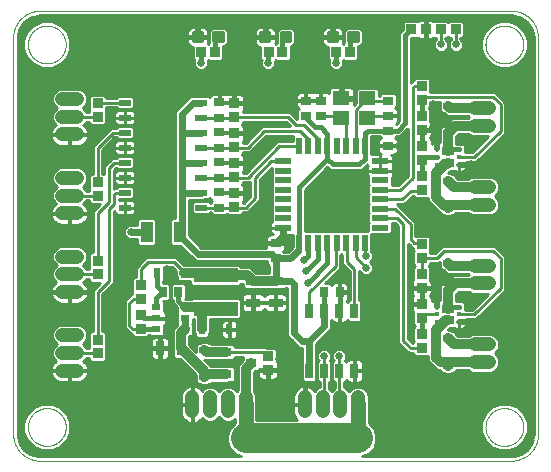
<source format=gtl>
G75*
%MOIN*%
%OFA0B0*%
%FSLAX25Y25*%
%IPPOS*%
%LPD*%
%AMOC8*
5,1,8,0,0,1.08239X$1,22.5*
%
%ADD10C,0.00000*%
%ADD11R,0.03543X0.03346*%
%ADD12R,0.14567X0.04724*%
%ADD13R,0.02756X0.03543*%
%ADD14R,0.03150X0.04724*%
%ADD15R,0.04724X0.03150*%
%ADD16R,0.02480X0.03268*%
%ADD17C,0.01181*%
%ADD18R,0.03346X0.03543*%
%ADD19R,0.02500X0.05000*%
%ADD20R,0.03150X0.02480*%
%ADD21R,0.03543X0.03150*%
%ADD22R,0.03268X0.02480*%
%ADD23R,0.03937X0.03150*%
%ADD24R,0.01654X0.01654*%
%ADD25C,0.04756*%
%ADD26R,0.03200X0.03500*%
%ADD27R,0.01969X0.05709*%
%ADD28R,0.05709X0.01969*%
%ADD29R,0.03543X0.02756*%
%ADD30R,0.05512X0.04724*%
%ADD31R,0.03937X0.01969*%
%ADD32R,0.03937X0.07087*%
%ADD33C,0.03200*%
%ADD34C,0.01000*%
%ADD35C,0.01600*%
%ADD36C,0.02400*%
%ADD37C,0.02500*%
%ADD38C,0.02000*%
%ADD39C,0.05000*%
%ADD40C,0.10000*%
D10*
X0079000Y0097500D02*
X0236000Y0097500D01*
X0236217Y0097503D01*
X0236435Y0097511D01*
X0236652Y0097524D01*
X0236869Y0097542D01*
X0237085Y0097566D01*
X0237300Y0097594D01*
X0237515Y0097628D01*
X0237729Y0097668D01*
X0237942Y0097712D01*
X0238154Y0097762D01*
X0238364Y0097816D01*
X0238574Y0097876D01*
X0238781Y0097940D01*
X0238987Y0098010D01*
X0239191Y0098085D01*
X0239394Y0098164D01*
X0239594Y0098249D01*
X0239793Y0098338D01*
X0239989Y0098432D01*
X0240183Y0098531D01*
X0240374Y0098634D01*
X0240563Y0098742D01*
X0240749Y0098855D01*
X0240932Y0098972D01*
X0241113Y0099093D01*
X0241290Y0099219D01*
X0241464Y0099349D01*
X0241636Y0099483D01*
X0241804Y0099621D01*
X0241968Y0099763D01*
X0242129Y0099910D01*
X0242287Y0100060D01*
X0242440Y0100213D01*
X0242590Y0100371D01*
X0242737Y0100532D01*
X0242879Y0100696D01*
X0243017Y0100864D01*
X0243151Y0101036D01*
X0243281Y0101210D01*
X0243407Y0101387D01*
X0243528Y0101568D01*
X0243645Y0101751D01*
X0243758Y0101937D01*
X0243866Y0102126D01*
X0243969Y0102317D01*
X0244068Y0102511D01*
X0244162Y0102707D01*
X0244251Y0102906D01*
X0244336Y0103106D01*
X0244415Y0103309D01*
X0244490Y0103513D01*
X0244560Y0103719D01*
X0244624Y0103926D01*
X0244684Y0104136D01*
X0244738Y0104346D01*
X0244788Y0104558D01*
X0244832Y0104771D01*
X0244872Y0104985D01*
X0244906Y0105200D01*
X0244934Y0105415D01*
X0244958Y0105631D01*
X0244976Y0105848D01*
X0244989Y0106065D01*
X0244997Y0106283D01*
X0245000Y0106500D01*
X0245000Y0238500D01*
X0244997Y0238717D01*
X0244989Y0238935D01*
X0244976Y0239152D01*
X0244958Y0239369D01*
X0244934Y0239585D01*
X0244906Y0239800D01*
X0244872Y0240015D01*
X0244832Y0240229D01*
X0244788Y0240442D01*
X0244738Y0240654D01*
X0244684Y0240864D01*
X0244624Y0241074D01*
X0244560Y0241281D01*
X0244490Y0241487D01*
X0244415Y0241691D01*
X0244336Y0241894D01*
X0244251Y0242094D01*
X0244162Y0242293D01*
X0244068Y0242489D01*
X0243969Y0242683D01*
X0243866Y0242874D01*
X0243758Y0243063D01*
X0243645Y0243249D01*
X0243528Y0243432D01*
X0243407Y0243613D01*
X0243281Y0243790D01*
X0243151Y0243964D01*
X0243017Y0244136D01*
X0242879Y0244304D01*
X0242737Y0244468D01*
X0242590Y0244629D01*
X0242440Y0244787D01*
X0242287Y0244940D01*
X0242129Y0245090D01*
X0241968Y0245237D01*
X0241804Y0245379D01*
X0241636Y0245517D01*
X0241464Y0245651D01*
X0241290Y0245781D01*
X0241113Y0245907D01*
X0240932Y0246028D01*
X0240749Y0246145D01*
X0240563Y0246258D01*
X0240374Y0246366D01*
X0240183Y0246469D01*
X0239989Y0246568D01*
X0239793Y0246662D01*
X0239594Y0246751D01*
X0239394Y0246836D01*
X0239191Y0246915D01*
X0238987Y0246990D01*
X0238781Y0247060D01*
X0238574Y0247124D01*
X0238364Y0247184D01*
X0238154Y0247238D01*
X0237942Y0247288D01*
X0237729Y0247332D01*
X0237515Y0247372D01*
X0237300Y0247406D01*
X0237085Y0247434D01*
X0236869Y0247458D01*
X0236652Y0247476D01*
X0236435Y0247489D01*
X0236217Y0247497D01*
X0236000Y0247500D01*
X0079000Y0247500D01*
X0078783Y0247497D01*
X0078565Y0247489D01*
X0078348Y0247476D01*
X0078131Y0247458D01*
X0077915Y0247434D01*
X0077700Y0247406D01*
X0077485Y0247372D01*
X0077271Y0247332D01*
X0077058Y0247288D01*
X0076846Y0247238D01*
X0076636Y0247184D01*
X0076426Y0247124D01*
X0076219Y0247060D01*
X0076013Y0246990D01*
X0075809Y0246915D01*
X0075606Y0246836D01*
X0075406Y0246751D01*
X0075207Y0246662D01*
X0075011Y0246568D01*
X0074817Y0246469D01*
X0074626Y0246366D01*
X0074437Y0246258D01*
X0074251Y0246145D01*
X0074068Y0246028D01*
X0073887Y0245907D01*
X0073710Y0245781D01*
X0073536Y0245651D01*
X0073364Y0245517D01*
X0073196Y0245379D01*
X0073032Y0245237D01*
X0072871Y0245090D01*
X0072713Y0244940D01*
X0072560Y0244787D01*
X0072410Y0244629D01*
X0072263Y0244468D01*
X0072121Y0244304D01*
X0071983Y0244136D01*
X0071849Y0243964D01*
X0071719Y0243790D01*
X0071593Y0243613D01*
X0071472Y0243432D01*
X0071355Y0243249D01*
X0071242Y0243063D01*
X0071134Y0242874D01*
X0071031Y0242683D01*
X0070932Y0242489D01*
X0070838Y0242293D01*
X0070749Y0242094D01*
X0070664Y0241894D01*
X0070585Y0241691D01*
X0070510Y0241487D01*
X0070440Y0241281D01*
X0070376Y0241074D01*
X0070316Y0240864D01*
X0070262Y0240654D01*
X0070212Y0240442D01*
X0070168Y0240229D01*
X0070128Y0240015D01*
X0070094Y0239800D01*
X0070066Y0239585D01*
X0070042Y0239369D01*
X0070024Y0239152D01*
X0070011Y0238935D01*
X0070003Y0238717D01*
X0070000Y0238500D01*
X0070000Y0106500D01*
X0070003Y0106283D01*
X0070011Y0106065D01*
X0070024Y0105848D01*
X0070042Y0105631D01*
X0070066Y0105415D01*
X0070094Y0105200D01*
X0070128Y0104985D01*
X0070168Y0104771D01*
X0070212Y0104558D01*
X0070262Y0104346D01*
X0070316Y0104136D01*
X0070376Y0103926D01*
X0070440Y0103719D01*
X0070510Y0103513D01*
X0070585Y0103309D01*
X0070664Y0103106D01*
X0070749Y0102906D01*
X0070838Y0102707D01*
X0070932Y0102511D01*
X0071031Y0102317D01*
X0071134Y0102126D01*
X0071242Y0101937D01*
X0071355Y0101751D01*
X0071472Y0101568D01*
X0071593Y0101387D01*
X0071719Y0101210D01*
X0071849Y0101036D01*
X0071983Y0100864D01*
X0072121Y0100696D01*
X0072263Y0100532D01*
X0072410Y0100371D01*
X0072560Y0100213D01*
X0072713Y0100060D01*
X0072871Y0099910D01*
X0073032Y0099763D01*
X0073196Y0099621D01*
X0073364Y0099483D01*
X0073536Y0099349D01*
X0073710Y0099219D01*
X0073887Y0099093D01*
X0074068Y0098972D01*
X0074251Y0098855D01*
X0074437Y0098742D01*
X0074626Y0098634D01*
X0074817Y0098531D01*
X0075011Y0098432D01*
X0075207Y0098338D01*
X0075406Y0098249D01*
X0075606Y0098164D01*
X0075809Y0098085D01*
X0076013Y0098010D01*
X0076219Y0097940D01*
X0076426Y0097876D01*
X0076636Y0097816D01*
X0076846Y0097762D01*
X0077058Y0097712D01*
X0077271Y0097668D01*
X0077485Y0097628D01*
X0077700Y0097594D01*
X0077915Y0097566D01*
X0078131Y0097542D01*
X0078348Y0097524D01*
X0078565Y0097511D01*
X0078783Y0097503D01*
X0079000Y0097500D01*
X0074951Y0108750D02*
X0074953Y0108908D01*
X0074959Y0109066D01*
X0074969Y0109224D01*
X0074983Y0109382D01*
X0075001Y0109539D01*
X0075022Y0109696D01*
X0075048Y0109852D01*
X0075078Y0110008D01*
X0075111Y0110163D01*
X0075149Y0110316D01*
X0075190Y0110469D01*
X0075235Y0110621D01*
X0075284Y0110772D01*
X0075337Y0110921D01*
X0075393Y0111069D01*
X0075453Y0111215D01*
X0075517Y0111360D01*
X0075585Y0111503D01*
X0075656Y0111645D01*
X0075730Y0111785D01*
X0075808Y0111922D01*
X0075890Y0112058D01*
X0075974Y0112192D01*
X0076063Y0112323D01*
X0076154Y0112452D01*
X0076249Y0112579D01*
X0076346Y0112704D01*
X0076447Y0112826D01*
X0076551Y0112945D01*
X0076658Y0113062D01*
X0076768Y0113176D01*
X0076881Y0113287D01*
X0076996Y0113396D01*
X0077114Y0113501D01*
X0077235Y0113603D01*
X0077358Y0113703D01*
X0077484Y0113799D01*
X0077612Y0113892D01*
X0077742Y0113982D01*
X0077875Y0114068D01*
X0078010Y0114152D01*
X0078146Y0114231D01*
X0078285Y0114308D01*
X0078426Y0114380D01*
X0078568Y0114450D01*
X0078712Y0114515D01*
X0078858Y0114577D01*
X0079005Y0114635D01*
X0079154Y0114690D01*
X0079304Y0114741D01*
X0079455Y0114788D01*
X0079607Y0114831D01*
X0079760Y0114870D01*
X0079915Y0114906D01*
X0080070Y0114937D01*
X0080226Y0114965D01*
X0080382Y0114989D01*
X0080539Y0115009D01*
X0080697Y0115025D01*
X0080854Y0115037D01*
X0081013Y0115045D01*
X0081171Y0115049D01*
X0081329Y0115049D01*
X0081487Y0115045D01*
X0081646Y0115037D01*
X0081803Y0115025D01*
X0081961Y0115009D01*
X0082118Y0114989D01*
X0082274Y0114965D01*
X0082430Y0114937D01*
X0082585Y0114906D01*
X0082740Y0114870D01*
X0082893Y0114831D01*
X0083045Y0114788D01*
X0083196Y0114741D01*
X0083346Y0114690D01*
X0083495Y0114635D01*
X0083642Y0114577D01*
X0083788Y0114515D01*
X0083932Y0114450D01*
X0084074Y0114380D01*
X0084215Y0114308D01*
X0084354Y0114231D01*
X0084490Y0114152D01*
X0084625Y0114068D01*
X0084758Y0113982D01*
X0084888Y0113892D01*
X0085016Y0113799D01*
X0085142Y0113703D01*
X0085265Y0113603D01*
X0085386Y0113501D01*
X0085504Y0113396D01*
X0085619Y0113287D01*
X0085732Y0113176D01*
X0085842Y0113062D01*
X0085949Y0112945D01*
X0086053Y0112826D01*
X0086154Y0112704D01*
X0086251Y0112579D01*
X0086346Y0112452D01*
X0086437Y0112323D01*
X0086526Y0112192D01*
X0086610Y0112058D01*
X0086692Y0111922D01*
X0086770Y0111785D01*
X0086844Y0111645D01*
X0086915Y0111503D01*
X0086983Y0111360D01*
X0087047Y0111215D01*
X0087107Y0111069D01*
X0087163Y0110921D01*
X0087216Y0110772D01*
X0087265Y0110621D01*
X0087310Y0110469D01*
X0087351Y0110316D01*
X0087389Y0110163D01*
X0087422Y0110008D01*
X0087452Y0109852D01*
X0087478Y0109696D01*
X0087499Y0109539D01*
X0087517Y0109382D01*
X0087531Y0109224D01*
X0087541Y0109066D01*
X0087547Y0108908D01*
X0087549Y0108750D01*
X0087547Y0108592D01*
X0087541Y0108434D01*
X0087531Y0108276D01*
X0087517Y0108118D01*
X0087499Y0107961D01*
X0087478Y0107804D01*
X0087452Y0107648D01*
X0087422Y0107492D01*
X0087389Y0107337D01*
X0087351Y0107184D01*
X0087310Y0107031D01*
X0087265Y0106879D01*
X0087216Y0106728D01*
X0087163Y0106579D01*
X0087107Y0106431D01*
X0087047Y0106285D01*
X0086983Y0106140D01*
X0086915Y0105997D01*
X0086844Y0105855D01*
X0086770Y0105715D01*
X0086692Y0105578D01*
X0086610Y0105442D01*
X0086526Y0105308D01*
X0086437Y0105177D01*
X0086346Y0105048D01*
X0086251Y0104921D01*
X0086154Y0104796D01*
X0086053Y0104674D01*
X0085949Y0104555D01*
X0085842Y0104438D01*
X0085732Y0104324D01*
X0085619Y0104213D01*
X0085504Y0104104D01*
X0085386Y0103999D01*
X0085265Y0103897D01*
X0085142Y0103797D01*
X0085016Y0103701D01*
X0084888Y0103608D01*
X0084758Y0103518D01*
X0084625Y0103432D01*
X0084490Y0103348D01*
X0084354Y0103269D01*
X0084215Y0103192D01*
X0084074Y0103120D01*
X0083932Y0103050D01*
X0083788Y0102985D01*
X0083642Y0102923D01*
X0083495Y0102865D01*
X0083346Y0102810D01*
X0083196Y0102759D01*
X0083045Y0102712D01*
X0082893Y0102669D01*
X0082740Y0102630D01*
X0082585Y0102594D01*
X0082430Y0102563D01*
X0082274Y0102535D01*
X0082118Y0102511D01*
X0081961Y0102491D01*
X0081803Y0102475D01*
X0081646Y0102463D01*
X0081487Y0102455D01*
X0081329Y0102451D01*
X0081171Y0102451D01*
X0081013Y0102455D01*
X0080854Y0102463D01*
X0080697Y0102475D01*
X0080539Y0102491D01*
X0080382Y0102511D01*
X0080226Y0102535D01*
X0080070Y0102563D01*
X0079915Y0102594D01*
X0079760Y0102630D01*
X0079607Y0102669D01*
X0079455Y0102712D01*
X0079304Y0102759D01*
X0079154Y0102810D01*
X0079005Y0102865D01*
X0078858Y0102923D01*
X0078712Y0102985D01*
X0078568Y0103050D01*
X0078426Y0103120D01*
X0078285Y0103192D01*
X0078146Y0103269D01*
X0078010Y0103348D01*
X0077875Y0103432D01*
X0077742Y0103518D01*
X0077612Y0103608D01*
X0077484Y0103701D01*
X0077358Y0103797D01*
X0077235Y0103897D01*
X0077114Y0103999D01*
X0076996Y0104104D01*
X0076881Y0104213D01*
X0076768Y0104324D01*
X0076658Y0104438D01*
X0076551Y0104555D01*
X0076447Y0104674D01*
X0076346Y0104796D01*
X0076249Y0104921D01*
X0076154Y0105048D01*
X0076063Y0105177D01*
X0075974Y0105308D01*
X0075890Y0105442D01*
X0075808Y0105578D01*
X0075730Y0105715D01*
X0075656Y0105855D01*
X0075585Y0105997D01*
X0075517Y0106140D01*
X0075453Y0106285D01*
X0075393Y0106431D01*
X0075337Y0106579D01*
X0075284Y0106728D01*
X0075235Y0106879D01*
X0075190Y0107031D01*
X0075149Y0107184D01*
X0075111Y0107337D01*
X0075078Y0107492D01*
X0075048Y0107648D01*
X0075022Y0107804D01*
X0075001Y0107961D01*
X0074983Y0108118D01*
X0074969Y0108276D01*
X0074959Y0108434D01*
X0074953Y0108592D01*
X0074951Y0108750D01*
X0074951Y0236250D02*
X0074953Y0236408D01*
X0074959Y0236566D01*
X0074969Y0236724D01*
X0074983Y0236882D01*
X0075001Y0237039D01*
X0075022Y0237196D01*
X0075048Y0237352D01*
X0075078Y0237508D01*
X0075111Y0237663D01*
X0075149Y0237816D01*
X0075190Y0237969D01*
X0075235Y0238121D01*
X0075284Y0238272D01*
X0075337Y0238421D01*
X0075393Y0238569D01*
X0075453Y0238715D01*
X0075517Y0238860D01*
X0075585Y0239003D01*
X0075656Y0239145D01*
X0075730Y0239285D01*
X0075808Y0239422D01*
X0075890Y0239558D01*
X0075974Y0239692D01*
X0076063Y0239823D01*
X0076154Y0239952D01*
X0076249Y0240079D01*
X0076346Y0240204D01*
X0076447Y0240326D01*
X0076551Y0240445D01*
X0076658Y0240562D01*
X0076768Y0240676D01*
X0076881Y0240787D01*
X0076996Y0240896D01*
X0077114Y0241001D01*
X0077235Y0241103D01*
X0077358Y0241203D01*
X0077484Y0241299D01*
X0077612Y0241392D01*
X0077742Y0241482D01*
X0077875Y0241568D01*
X0078010Y0241652D01*
X0078146Y0241731D01*
X0078285Y0241808D01*
X0078426Y0241880D01*
X0078568Y0241950D01*
X0078712Y0242015D01*
X0078858Y0242077D01*
X0079005Y0242135D01*
X0079154Y0242190D01*
X0079304Y0242241D01*
X0079455Y0242288D01*
X0079607Y0242331D01*
X0079760Y0242370D01*
X0079915Y0242406D01*
X0080070Y0242437D01*
X0080226Y0242465D01*
X0080382Y0242489D01*
X0080539Y0242509D01*
X0080697Y0242525D01*
X0080854Y0242537D01*
X0081013Y0242545D01*
X0081171Y0242549D01*
X0081329Y0242549D01*
X0081487Y0242545D01*
X0081646Y0242537D01*
X0081803Y0242525D01*
X0081961Y0242509D01*
X0082118Y0242489D01*
X0082274Y0242465D01*
X0082430Y0242437D01*
X0082585Y0242406D01*
X0082740Y0242370D01*
X0082893Y0242331D01*
X0083045Y0242288D01*
X0083196Y0242241D01*
X0083346Y0242190D01*
X0083495Y0242135D01*
X0083642Y0242077D01*
X0083788Y0242015D01*
X0083932Y0241950D01*
X0084074Y0241880D01*
X0084215Y0241808D01*
X0084354Y0241731D01*
X0084490Y0241652D01*
X0084625Y0241568D01*
X0084758Y0241482D01*
X0084888Y0241392D01*
X0085016Y0241299D01*
X0085142Y0241203D01*
X0085265Y0241103D01*
X0085386Y0241001D01*
X0085504Y0240896D01*
X0085619Y0240787D01*
X0085732Y0240676D01*
X0085842Y0240562D01*
X0085949Y0240445D01*
X0086053Y0240326D01*
X0086154Y0240204D01*
X0086251Y0240079D01*
X0086346Y0239952D01*
X0086437Y0239823D01*
X0086526Y0239692D01*
X0086610Y0239558D01*
X0086692Y0239422D01*
X0086770Y0239285D01*
X0086844Y0239145D01*
X0086915Y0239003D01*
X0086983Y0238860D01*
X0087047Y0238715D01*
X0087107Y0238569D01*
X0087163Y0238421D01*
X0087216Y0238272D01*
X0087265Y0238121D01*
X0087310Y0237969D01*
X0087351Y0237816D01*
X0087389Y0237663D01*
X0087422Y0237508D01*
X0087452Y0237352D01*
X0087478Y0237196D01*
X0087499Y0237039D01*
X0087517Y0236882D01*
X0087531Y0236724D01*
X0087541Y0236566D01*
X0087547Y0236408D01*
X0087549Y0236250D01*
X0087547Y0236092D01*
X0087541Y0235934D01*
X0087531Y0235776D01*
X0087517Y0235618D01*
X0087499Y0235461D01*
X0087478Y0235304D01*
X0087452Y0235148D01*
X0087422Y0234992D01*
X0087389Y0234837D01*
X0087351Y0234684D01*
X0087310Y0234531D01*
X0087265Y0234379D01*
X0087216Y0234228D01*
X0087163Y0234079D01*
X0087107Y0233931D01*
X0087047Y0233785D01*
X0086983Y0233640D01*
X0086915Y0233497D01*
X0086844Y0233355D01*
X0086770Y0233215D01*
X0086692Y0233078D01*
X0086610Y0232942D01*
X0086526Y0232808D01*
X0086437Y0232677D01*
X0086346Y0232548D01*
X0086251Y0232421D01*
X0086154Y0232296D01*
X0086053Y0232174D01*
X0085949Y0232055D01*
X0085842Y0231938D01*
X0085732Y0231824D01*
X0085619Y0231713D01*
X0085504Y0231604D01*
X0085386Y0231499D01*
X0085265Y0231397D01*
X0085142Y0231297D01*
X0085016Y0231201D01*
X0084888Y0231108D01*
X0084758Y0231018D01*
X0084625Y0230932D01*
X0084490Y0230848D01*
X0084354Y0230769D01*
X0084215Y0230692D01*
X0084074Y0230620D01*
X0083932Y0230550D01*
X0083788Y0230485D01*
X0083642Y0230423D01*
X0083495Y0230365D01*
X0083346Y0230310D01*
X0083196Y0230259D01*
X0083045Y0230212D01*
X0082893Y0230169D01*
X0082740Y0230130D01*
X0082585Y0230094D01*
X0082430Y0230063D01*
X0082274Y0230035D01*
X0082118Y0230011D01*
X0081961Y0229991D01*
X0081803Y0229975D01*
X0081646Y0229963D01*
X0081487Y0229955D01*
X0081329Y0229951D01*
X0081171Y0229951D01*
X0081013Y0229955D01*
X0080854Y0229963D01*
X0080697Y0229975D01*
X0080539Y0229991D01*
X0080382Y0230011D01*
X0080226Y0230035D01*
X0080070Y0230063D01*
X0079915Y0230094D01*
X0079760Y0230130D01*
X0079607Y0230169D01*
X0079455Y0230212D01*
X0079304Y0230259D01*
X0079154Y0230310D01*
X0079005Y0230365D01*
X0078858Y0230423D01*
X0078712Y0230485D01*
X0078568Y0230550D01*
X0078426Y0230620D01*
X0078285Y0230692D01*
X0078146Y0230769D01*
X0078010Y0230848D01*
X0077875Y0230932D01*
X0077742Y0231018D01*
X0077612Y0231108D01*
X0077484Y0231201D01*
X0077358Y0231297D01*
X0077235Y0231397D01*
X0077114Y0231499D01*
X0076996Y0231604D01*
X0076881Y0231713D01*
X0076768Y0231824D01*
X0076658Y0231938D01*
X0076551Y0232055D01*
X0076447Y0232174D01*
X0076346Y0232296D01*
X0076249Y0232421D01*
X0076154Y0232548D01*
X0076063Y0232677D01*
X0075974Y0232808D01*
X0075890Y0232942D01*
X0075808Y0233078D01*
X0075730Y0233215D01*
X0075656Y0233355D01*
X0075585Y0233497D01*
X0075517Y0233640D01*
X0075453Y0233785D01*
X0075393Y0233931D01*
X0075337Y0234079D01*
X0075284Y0234228D01*
X0075235Y0234379D01*
X0075190Y0234531D01*
X0075149Y0234684D01*
X0075111Y0234837D01*
X0075078Y0234992D01*
X0075048Y0235148D01*
X0075022Y0235304D01*
X0075001Y0235461D01*
X0074983Y0235618D01*
X0074969Y0235776D01*
X0074959Y0235934D01*
X0074953Y0236092D01*
X0074951Y0236250D01*
X0227451Y0236250D02*
X0227453Y0236408D01*
X0227459Y0236566D01*
X0227469Y0236724D01*
X0227483Y0236882D01*
X0227501Y0237039D01*
X0227522Y0237196D01*
X0227548Y0237352D01*
X0227578Y0237508D01*
X0227611Y0237663D01*
X0227649Y0237816D01*
X0227690Y0237969D01*
X0227735Y0238121D01*
X0227784Y0238272D01*
X0227837Y0238421D01*
X0227893Y0238569D01*
X0227953Y0238715D01*
X0228017Y0238860D01*
X0228085Y0239003D01*
X0228156Y0239145D01*
X0228230Y0239285D01*
X0228308Y0239422D01*
X0228390Y0239558D01*
X0228474Y0239692D01*
X0228563Y0239823D01*
X0228654Y0239952D01*
X0228749Y0240079D01*
X0228846Y0240204D01*
X0228947Y0240326D01*
X0229051Y0240445D01*
X0229158Y0240562D01*
X0229268Y0240676D01*
X0229381Y0240787D01*
X0229496Y0240896D01*
X0229614Y0241001D01*
X0229735Y0241103D01*
X0229858Y0241203D01*
X0229984Y0241299D01*
X0230112Y0241392D01*
X0230242Y0241482D01*
X0230375Y0241568D01*
X0230510Y0241652D01*
X0230646Y0241731D01*
X0230785Y0241808D01*
X0230926Y0241880D01*
X0231068Y0241950D01*
X0231212Y0242015D01*
X0231358Y0242077D01*
X0231505Y0242135D01*
X0231654Y0242190D01*
X0231804Y0242241D01*
X0231955Y0242288D01*
X0232107Y0242331D01*
X0232260Y0242370D01*
X0232415Y0242406D01*
X0232570Y0242437D01*
X0232726Y0242465D01*
X0232882Y0242489D01*
X0233039Y0242509D01*
X0233197Y0242525D01*
X0233354Y0242537D01*
X0233513Y0242545D01*
X0233671Y0242549D01*
X0233829Y0242549D01*
X0233987Y0242545D01*
X0234146Y0242537D01*
X0234303Y0242525D01*
X0234461Y0242509D01*
X0234618Y0242489D01*
X0234774Y0242465D01*
X0234930Y0242437D01*
X0235085Y0242406D01*
X0235240Y0242370D01*
X0235393Y0242331D01*
X0235545Y0242288D01*
X0235696Y0242241D01*
X0235846Y0242190D01*
X0235995Y0242135D01*
X0236142Y0242077D01*
X0236288Y0242015D01*
X0236432Y0241950D01*
X0236574Y0241880D01*
X0236715Y0241808D01*
X0236854Y0241731D01*
X0236990Y0241652D01*
X0237125Y0241568D01*
X0237258Y0241482D01*
X0237388Y0241392D01*
X0237516Y0241299D01*
X0237642Y0241203D01*
X0237765Y0241103D01*
X0237886Y0241001D01*
X0238004Y0240896D01*
X0238119Y0240787D01*
X0238232Y0240676D01*
X0238342Y0240562D01*
X0238449Y0240445D01*
X0238553Y0240326D01*
X0238654Y0240204D01*
X0238751Y0240079D01*
X0238846Y0239952D01*
X0238937Y0239823D01*
X0239026Y0239692D01*
X0239110Y0239558D01*
X0239192Y0239422D01*
X0239270Y0239285D01*
X0239344Y0239145D01*
X0239415Y0239003D01*
X0239483Y0238860D01*
X0239547Y0238715D01*
X0239607Y0238569D01*
X0239663Y0238421D01*
X0239716Y0238272D01*
X0239765Y0238121D01*
X0239810Y0237969D01*
X0239851Y0237816D01*
X0239889Y0237663D01*
X0239922Y0237508D01*
X0239952Y0237352D01*
X0239978Y0237196D01*
X0239999Y0237039D01*
X0240017Y0236882D01*
X0240031Y0236724D01*
X0240041Y0236566D01*
X0240047Y0236408D01*
X0240049Y0236250D01*
X0240047Y0236092D01*
X0240041Y0235934D01*
X0240031Y0235776D01*
X0240017Y0235618D01*
X0239999Y0235461D01*
X0239978Y0235304D01*
X0239952Y0235148D01*
X0239922Y0234992D01*
X0239889Y0234837D01*
X0239851Y0234684D01*
X0239810Y0234531D01*
X0239765Y0234379D01*
X0239716Y0234228D01*
X0239663Y0234079D01*
X0239607Y0233931D01*
X0239547Y0233785D01*
X0239483Y0233640D01*
X0239415Y0233497D01*
X0239344Y0233355D01*
X0239270Y0233215D01*
X0239192Y0233078D01*
X0239110Y0232942D01*
X0239026Y0232808D01*
X0238937Y0232677D01*
X0238846Y0232548D01*
X0238751Y0232421D01*
X0238654Y0232296D01*
X0238553Y0232174D01*
X0238449Y0232055D01*
X0238342Y0231938D01*
X0238232Y0231824D01*
X0238119Y0231713D01*
X0238004Y0231604D01*
X0237886Y0231499D01*
X0237765Y0231397D01*
X0237642Y0231297D01*
X0237516Y0231201D01*
X0237388Y0231108D01*
X0237258Y0231018D01*
X0237125Y0230932D01*
X0236990Y0230848D01*
X0236854Y0230769D01*
X0236715Y0230692D01*
X0236574Y0230620D01*
X0236432Y0230550D01*
X0236288Y0230485D01*
X0236142Y0230423D01*
X0235995Y0230365D01*
X0235846Y0230310D01*
X0235696Y0230259D01*
X0235545Y0230212D01*
X0235393Y0230169D01*
X0235240Y0230130D01*
X0235085Y0230094D01*
X0234930Y0230063D01*
X0234774Y0230035D01*
X0234618Y0230011D01*
X0234461Y0229991D01*
X0234303Y0229975D01*
X0234146Y0229963D01*
X0233987Y0229955D01*
X0233829Y0229951D01*
X0233671Y0229951D01*
X0233513Y0229955D01*
X0233354Y0229963D01*
X0233197Y0229975D01*
X0233039Y0229991D01*
X0232882Y0230011D01*
X0232726Y0230035D01*
X0232570Y0230063D01*
X0232415Y0230094D01*
X0232260Y0230130D01*
X0232107Y0230169D01*
X0231955Y0230212D01*
X0231804Y0230259D01*
X0231654Y0230310D01*
X0231505Y0230365D01*
X0231358Y0230423D01*
X0231212Y0230485D01*
X0231068Y0230550D01*
X0230926Y0230620D01*
X0230785Y0230692D01*
X0230646Y0230769D01*
X0230510Y0230848D01*
X0230375Y0230932D01*
X0230242Y0231018D01*
X0230112Y0231108D01*
X0229984Y0231201D01*
X0229858Y0231297D01*
X0229735Y0231397D01*
X0229614Y0231499D01*
X0229496Y0231604D01*
X0229381Y0231713D01*
X0229268Y0231824D01*
X0229158Y0231938D01*
X0229051Y0232055D01*
X0228947Y0232174D01*
X0228846Y0232296D01*
X0228749Y0232421D01*
X0228654Y0232548D01*
X0228563Y0232677D01*
X0228474Y0232808D01*
X0228390Y0232942D01*
X0228308Y0233078D01*
X0228230Y0233215D01*
X0228156Y0233355D01*
X0228085Y0233497D01*
X0228017Y0233640D01*
X0227953Y0233785D01*
X0227893Y0233931D01*
X0227837Y0234079D01*
X0227784Y0234228D01*
X0227735Y0234379D01*
X0227690Y0234531D01*
X0227649Y0234684D01*
X0227611Y0234837D01*
X0227578Y0234992D01*
X0227548Y0235148D01*
X0227522Y0235304D01*
X0227501Y0235461D01*
X0227483Y0235618D01*
X0227469Y0235776D01*
X0227459Y0235934D01*
X0227453Y0236092D01*
X0227451Y0236250D01*
X0227451Y0108750D02*
X0227453Y0108908D01*
X0227459Y0109066D01*
X0227469Y0109224D01*
X0227483Y0109382D01*
X0227501Y0109539D01*
X0227522Y0109696D01*
X0227548Y0109852D01*
X0227578Y0110008D01*
X0227611Y0110163D01*
X0227649Y0110316D01*
X0227690Y0110469D01*
X0227735Y0110621D01*
X0227784Y0110772D01*
X0227837Y0110921D01*
X0227893Y0111069D01*
X0227953Y0111215D01*
X0228017Y0111360D01*
X0228085Y0111503D01*
X0228156Y0111645D01*
X0228230Y0111785D01*
X0228308Y0111922D01*
X0228390Y0112058D01*
X0228474Y0112192D01*
X0228563Y0112323D01*
X0228654Y0112452D01*
X0228749Y0112579D01*
X0228846Y0112704D01*
X0228947Y0112826D01*
X0229051Y0112945D01*
X0229158Y0113062D01*
X0229268Y0113176D01*
X0229381Y0113287D01*
X0229496Y0113396D01*
X0229614Y0113501D01*
X0229735Y0113603D01*
X0229858Y0113703D01*
X0229984Y0113799D01*
X0230112Y0113892D01*
X0230242Y0113982D01*
X0230375Y0114068D01*
X0230510Y0114152D01*
X0230646Y0114231D01*
X0230785Y0114308D01*
X0230926Y0114380D01*
X0231068Y0114450D01*
X0231212Y0114515D01*
X0231358Y0114577D01*
X0231505Y0114635D01*
X0231654Y0114690D01*
X0231804Y0114741D01*
X0231955Y0114788D01*
X0232107Y0114831D01*
X0232260Y0114870D01*
X0232415Y0114906D01*
X0232570Y0114937D01*
X0232726Y0114965D01*
X0232882Y0114989D01*
X0233039Y0115009D01*
X0233197Y0115025D01*
X0233354Y0115037D01*
X0233513Y0115045D01*
X0233671Y0115049D01*
X0233829Y0115049D01*
X0233987Y0115045D01*
X0234146Y0115037D01*
X0234303Y0115025D01*
X0234461Y0115009D01*
X0234618Y0114989D01*
X0234774Y0114965D01*
X0234930Y0114937D01*
X0235085Y0114906D01*
X0235240Y0114870D01*
X0235393Y0114831D01*
X0235545Y0114788D01*
X0235696Y0114741D01*
X0235846Y0114690D01*
X0235995Y0114635D01*
X0236142Y0114577D01*
X0236288Y0114515D01*
X0236432Y0114450D01*
X0236574Y0114380D01*
X0236715Y0114308D01*
X0236854Y0114231D01*
X0236990Y0114152D01*
X0237125Y0114068D01*
X0237258Y0113982D01*
X0237388Y0113892D01*
X0237516Y0113799D01*
X0237642Y0113703D01*
X0237765Y0113603D01*
X0237886Y0113501D01*
X0238004Y0113396D01*
X0238119Y0113287D01*
X0238232Y0113176D01*
X0238342Y0113062D01*
X0238449Y0112945D01*
X0238553Y0112826D01*
X0238654Y0112704D01*
X0238751Y0112579D01*
X0238846Y0112452D01*
X0238937Y0112323D01*
X0239026Y0112192D01*
X0239110Y0112058D01*
X0239192Y0111922D01*
X0239270Y0111785D01*
X0239344Y0111645D01*
X0239415Y0111503D01*
X0239483Y0111360D01*
X0239547Y0111215D01*
X0239607Y0111069D01*
X0239663Y0110921D01*
X0239716Y0110772D01*
X0239765Y0110621D01*
X0239810Y0110469D01*
X0239851Y0110316D01*
X0239889Y0110163D01*
X0239922Y0110008D01*
X0239952Y0109852D01*
X0239978Y0109696D01*
X0239999Y0109539D01*
X0240017Y0109382D01*
X0240031Y0109224D01*
X0240041Y0109066D01*
X0240047Y0108908D01*
X0240049Y0108750D01*
X0240047Y0108592D01*
X0240041Y0108434D01*
X0240031Y0108276D01*
X0240017Y0108118D01*
X0239999Y0107961D01*
X0239978Y0107804D01*
X0239952Y0107648D01*
X0239922Y0107492D01*
X0239889Y0107337D01*
X0239851Y0107184D01*
X0239810Y0107031D01*
X0239765Y0106879D01*
X0239716Y0106728D01*
X0239663Y0106579D01*
X0239607Y0106431D01*
X0239547Y0106285D01*
X0239483Y0106140D01*
X0239415Y0105997D01*
X0239344Y0105855D01*
X0239270Y0105715D01*
X0239192Y0105578D01*
X0239110Y0105442D01*
X0239026Y0105308D01*
X0238937Y0105177D01*
X0238846Y0105048D01*
X0238751Y0104921D01*
X0238654Y0104796D01*
X0238553Y0104674D01*
X0238449Y0104555D01*
X0238342Y0104438D01*
X0238232Y0104324D01*
X0238119Y0104213D01*
X0238004Y0104104D01*
X0237886Y0103999D01*
X0237765Y0103897D01*
X0237642Y0103797D01*
X0237516Y0103701D01*
X0237388Y0103608D01*
X0237258Y0103518D01*
X0237125Y0103432D01*
X0236990Y0103348D01*
X0236854Y0103269D01*
X0236715Y0103192D01*
X0236574Y0103120D01*
X0236432Y0103050D01*
X0236288Y0102985D01*
X0236142Y0102923D01*
X0235995Y0102865D01*
X0235846Y0102810D01*
X0235696Y0102759D01*
X0235545Y0102712D01*
X0235393Y0102669D01*
X0235240Y0102630D01*
X0235085Y0102594D01*
X0234930Y0102563D01*
X0234774Y0102535D01*
X0234618Y0102511D01*
X0234461Y0102491D01*
X0234303Y0102475D01*
X0234146Y0102463D01*
X0233987Y0102455D01*
X0233829Y0102451D01*
X0233671Y0102451D01*
X0233513Y0102455D01*
X0233354Y0102463D01*
X0233197Y0102475D01*
X0233039Y0102491D01*
X0232882Y0102511D01*
X0232726Y0102535D01*
X0232570Y0102563D01*
X0232415Y0102594D01*
X0232260Y0102630D01*
X0232107Y0102669D01*
X0231955Y0102712D01*
X0231804Y0102759D01*
X0231654Y0102810D01*
X0231505Y0102865D01*
X0231358Y0102923D01*
X0231212Y0102985D01*
X0231068Y0103050D01*
X0230926Y0103120D01*
X0230785Y0103192D01*
X0230646Y0103269D01*
X0230510Y0103348D01*
X0230375Y0103432D01*
X0230242Y0103518D01*
X0230112Y0103608D01*
X0229984Y0103701D01*
X0229858Y0103797D01*
X0229735Y0103897D01*
X0229614Y0103999D01*
X0229496Y0104104D01*
X0229381Y0104213D01*
X0229268Y0104324D01*
X0229158Y0104438D01*
X0229051Y0104555D01*
X0228947Y0104674D01*
X0228846Y0104796D01*
X0228749Y0104921D01*
X0228654Y0105048D01*
X0228563Y0105177D01*
X0228474Y0105308D01*
X0228390Y0105442D01*
X0228308Y0105578D01*
X0228230Y0105715D01*
X0228156Y0105855D01*
X0228085Y0105997D01*
X0228017Y0106140D01*
X0227953Y0106285D01*
X0227893Y0106431D01*
X0227837Y0106579D01*
X0227784Y0106728D01*
X0227735Y0106879D01*
X0227690Y0107031D01*
X0227649Y0107184D01*
X0227611Y0107337D01*
X0227578Y0107492D01*
X0227548Y0107648D01*
X0227522Y0107804D01*
X0227501Y0107961D01*
X0227483Y0108118D01*
X0227469Y0108276D01*
X0227459Y0108434D01*
X0227453Y0108592D01*
X0227451Y0108750D01*
D11*
X0206250Y0135217D03*
X0206250Y0139783D03*
X0206250Y0145217D03*
X0206250Y0149783D03*
X0206250Y0155217D03*
X0206250Y0159783D03*
X0206250Y0165217D03*
X0206250Y0169783D03*
X0206250Y0187717D03*
X0206250Y0192283D03*
X0206250Y0197717D03*
X0206250Y0202283D03*
X0206250Y0207717D03*
X0206250Y0212283D03*
X0206250Y0217717D03*
X0206250Y0222283D03*
X0143750Y0216658D03*
X0143750Y0212092D03*
X0143750Y0206658D03*
X0143750Y0202092D03*
X0143750Y0196658D03*
X0143750Y0192092D03*
X0143750Y0186658D03*
X0143750Y0182092D03*
X0112500Y0156033D03*
X0112500Y0151467D03*
X0112500Y0146033D03*
X0112500Y0141467D03*
X0098125Y0137908D03*
X0098125Y0133342D03*
X0098125Y0159592D03*
X0098125Y0164158D03*
X0098125Y0185842D03*
X0098125Y0190408D03*
X0098125Y0212092D03*
X0098125Y0216658D03*
X0155000Y0132283D03*
X0155000Y0127717D03*
D12*
X0137500Y0148238D03*
X0137500Y0159262D03*
D13*
X0125059Y0153750D03*
X0119941Y0153750D03*
X0173691Y0153750D03*
X0178809Y0153750D03*
D14*
X0126043Y0135000D03*
X0118957Y0135000D03*
D15*
X0150000Y0150207D03*
X0150000Y0157293D03*
X0157500Y0157293D03*
X0157500Y0150207D03*
D16*
X0142028Y0141250D03*
X0132972Y0141250D03*
X0127028Y0160000D03*
X0117972Y0160000D03*
D17*
X0132925Y0237372D02*
X0132925Y0240128D01*
X0132925Y0237372D02*
X0130169Y0237372D01*
X0130169Y0240128D01*
X0132925Y0240128D01*
X0132925Y0238552D02*
X0130169Y0238552D01*
X0130169Y0239732D02*
X0132925Y0239732D01*
X0139831Y0240128D02*
X0139831Y0237372D01*
X0137075Y0237372D01*
X0137075Y0240128D01*
X0139831Y0240128D01*
X0139831Y0238552D02*
X0137075Y0238552D01*
X0137075Y0239732D02*
X0139831Y0239732D01*
X0155425Y0240128D02*
X0155425Y0237372D01*
X0152669Y0237372D01*
X0152669Y0240128D01*
X0155425Y0240128D01*
X0155425Y0238552D02*
X0152669Y0238552D01*
X0152669Y0239732D02*
X0155425Y0239732D01*
X0162331Y0240128D02*
X0162331Y0237372D01*
X0159575Y0237372D01*
X0159575Y0240128D01*
X0162331Y0240128D01*
X0162331Y0238552D02*
X0159575Y0238552D01*
X0159575Y0239732D02*
X0162331Y0239732D01*
X0177925Y0240128D02*
X0177925Y0237372D01*
X0175169Y0237372D01*
X0175169Y0240128D01*
X0177925Y0240128D01*
X0177925Y0238552D02*
X0175169Y0238552D01*
X0175169Y0239732D02*
X0177925Y0239732D01*
X0184831Y0240128D02*
X0184831Y0237372D01*
X0182075Y0237372D01*
X0182075Y0240128D01*
X0184831Y0240128D01*
X0184831Y0238552D02*
X0182075Y0238552D01*
X0182075Y0239732D02*
X0184831Y0239732D01*
D18*
X0182283Y0233750D03*
X0177717Y0233750D03*
X0159783Y0233750D03*
X0155217Y0233750D03*
X0137283Y0233750D03*
X0132717Y0233750D03*
D19*
X0168750Y0147500D03*
X0173750Y0147500D03*
X0178750Y0147500D03*
X0183750Y0147500D03*
X0183750Y0127500D03*
X0178750Y0127500D03*
X0173750Y0127500D03*
X0168750Y0127500D03*
D20*
X0127224Y0141260D03*
X0127224Y0145000D03*
X0127224Y0148740D03*
X0117776Y0148740D03*
X0117776Y0145000D03*
X0117776Y0141260D03*
D21*
X0141063Y0133740D03*
X0141063Y0126260D03*
X0149331Y0130000D03*
D22*
X0133750Y0125472D03*
X0133750Y0134528D03*
X0215000Y0138278D03*
X0215000Y0129222D03*
X0215000Y0154222D03*
X0215000Y0163278D03*
X0215000Y0181722D03*
X0215000Y0190778D03*
X0215000Y0206722D03*
X0215000Y0215778D03*
D23*
X0215000Y0200719D03*
X0215000Y0196781D03*
X0215000Y0148219D03*
X0215000Y0144281D03*
D24*
X0211398Y0143691D03*
X0211398Y0146250D03*
X0211398Y0148809D03*
X0218602Y0148809D03*
X0218602Y0146250D03*
X0218602Y0143691D03*
X0218602Y0196191D03*
X0218602Y0198750D03*
X0218602Y0201309D03*
X0211398Y0201309D03*
X0211398Y0198750D03*
X0211398Y0196191D03*
D25*
X0223793Y0188750D02*
X0228549Y0188750D01*
X0228549Y0182844D02*
X0223793Y0182844D01*
X0223793Y0162500D02*
X0228549Y0162500D01*
X0228549Y0156594D02*
X0223793Y0156594D01*
X0223793Y0136250D02*
X0228549Y0136250D01*
X0228549Y0130344D02*
X0223793Y0130344D01*
X0185000Y0118707D02*
X0185000Y0113951D01*
X0179094Y0113951D02*
X0179094Y0118707D01*
X0173189Y0118707D02*
X0173189Y0113951D01*
X0167283Y0113951D02*
X0167283Y0118707D01*
X0147500Y0118707D02*
X0147500Y0113951D01*
X0141594Y0113951D02*
X0141594Y0118707D01*
X0135689Y0118707D02*
X0135689Y0113951D01*
X0129783Y0113951D02*
X0129783Y0118707D01*
X0091207Y0127500D02*
X0086451Y0127500D01*
X0086451Y0133406D02*
X0091207Y0133406D01*
X0091207Y0139311D02*
X0086451Y0139311D01*
X0086451Y0153750D02*
X0091207Y0153750D01*
X0091207Y0159656D02*
X0086451Y0159656D01*
X0086451Y0165561D02*
X0091207Y0165561D01*
X0091207Y0180000D02*
X0086451Y0180000D01*
X0086451Y0185906D02*
X0091207Y0185906D01*
X0091207Y0191811D02*
X0086451Y0191811D01*
X0086451Y0206250D02*
X0091207Y0206250D01*
X0091207Y0212156D02*
X0086451Y0212156D01*
X0086451Y0218061D02*
X0091207Y0218061D01*
X0223793Y0215000D02*
X0228549Y0215000D01*
X0228549Y0209094D02*
X0223793Y0209094D01*
D26*
X0217500Y0241250D03*
X0212500Y0241250D03*
X0207500Y0241250D03*
X0202500Y0241250D03*
D27*
X0187274Y0202392D03*
X0184124Y0202392D03*
X0180974Y0202392D03*
X0177825Y0202392D03*
X0174675Y0202392D03*
X0171526Y0202392D03*
X0168376Y0202392D03*
X0165226Y0202392D03*
X0165226Y0170108D03*
X0168376Y0170108D03*
X0171526Y0170108D03*
X0174675Y0170108D03*
X0177825Y0170108D03*
X0180974Y0170108D03*
X0184124Y0170108D03*
X0187274Y0170108D03*
D28*
X0192392Y0175226D03*
X0192392Y0178376D03*
X0192392Y0181526D03*
X0192392Y0184675D03*
X0192392Y0187825D03*
X0192392Y0190974D03*
X0192392Y0194124D03*
X0192392Y0197274D03*
X0160108Y0197274D03*
X0160108Y0194124D03*
X0160108Y0190974D03*
X0160108Y0187825D03*
X0160108Y0184675D03*
X0160108Y0181526D03*
X0160108Y0178376D03*
X0160108Y0175226D03*
D29*
X0157500Y0170059D03*
X0157500Y0164941D03*
X0138750Y0181816D03*
X0138750Y0186934D03*
X0138750Y0191816D03*
X0138750Y0196934D03*
X0138750Y0201816D03*
X0138750Y0206934D03*
X0138750Y0211816D03*
X0138750Y0216934D03*
X0167500Y0217559D03*
X0172500Y0217559D03*
X0172500Y0212441D03*
X0167500Y0212441D03*
X0195000Y0212441D03*
X0195000Y0207559D03*
X0195000Y0202441D03*
X0195000Y0217559D03*
D30*
X0188081Y0218346D03*
X0188081Y0211654D03*
X0179419Y0211654D03*
X0179419Y0218346D03*
D31*
X0132756Y0216875D03*
X0132756Y0211875D03*
X0132756Y0206875D03*
X0132756Y0201875D03*
X0132756Y0196875D03*
X0132756Y0191875D03*
X0132756Y0186875D03*
X0132756Y0181875D03*
X0107244Y0181875D03*
X0107244Y0186875D03*
X0107244Y0191875D03*
X0107244Y0196875D03*
X0107244Y0201875D03*
X0107244Y0206875D03*
X0107244Y0211875D03*
X0107244Y0216875D03*
D32*
X0114488Y0173750D03*
X0125512Y0173750D03*
D33*
X0127028Y0160000D02*
X0136762Y0160000D01*
X0137500Y0159262D01*
X0148031Y0159262D01*
X0150000Y0157293D01*
X0157500Y0157293D01*
X0137500Y0148238D02*
X0136998Y0148740D01*
X0133750Y0148740D01*
X0132972Y0147963D01*
X0132972Y0141250D01*
X0127224Y0141260D02*
X0126043Y0140079D01*
X0126043Y0135000D01*
X0133750Y0127293D01*
X0133750Y0125472D01*
X0134537Y0126260D01*
X0141063Y0126260D01*
X0147500Y0128169D02*
X0149331Y0130000D01*
X0147500Y0128169D02*
X0147500Y0116329D01*
X0141063Y0133740D02*
X0134537Y0133740D01*
X0133750Y0134528D01*
X0133750Y0148740D02*
X0127224Y0148740D01*
X0210937Y0140938D02*
X0210937Y0131875D01*
X0212468Y0130344D01*
X0214687Y0130344D01*
X0215000Y0130032D01*
X0215000Y0129222D01*
X0214687Y0130344D02*
X0226171Y0130344D01*
X0226171Y0136250D02*
X0217028Y0136250D01*
X0215000Y0138278D01*
X0212344Y0142344D02*
X0210937Y0140938D01*
X0212344Y0142344D02*
X0214281Y0144281D01*
X0215000Y0144281D01*
X0215000Y0148219D02*
X0215000Y0154222D01*
X0217372Y0156594D01*
X0226171Y0156594D01*
X0226171Y0162500D02*
X0226250Y0162500D01*
X0226171Y0162500D02*
X0215778Y0162500D01*
X0215000Y0163278D01*
X0215000Y0181722D02*
X0216122Y0182844D01*
X0213406Y0182844D01*
X0210937Y0185312D01*
X0210937Y0193437D01*
X0212656Y0195156D01*
X0214062Y0196562D01*
X0214781Y0196562D01*
X0215000Y0196781D01*
X0215000Y0200719D02*
X0215000Y0206722D01*
X0217372Y0209094D01*
X0226171Y0209094D01*
X0226171Y0215000D02*
X0215778Y0215000D01*
X0215000Y0215778D01*
X0215000Y0190778D02*
X0217028Y0188750D01*
X0226171Y0188750D01*
X0226171Y0182844D02*
X0216122Y0182844D01*
D34*
X0077827Y0099092D02*
X0075595Y0099817D01*
X0073697Y0101197D01*
X0072317Y0103095D01*
X0071592Y0105327D01*
X0071500Y0106500D01*
X0071500Y0238500D01*
X0071592Y0239673D01*
X0072317Y0241905D01*
X0073697Y0243803D01*
X0075595Y0245183D01*
X0077827Y0245908D01*
X0079000Y0246000D01*
X0236000Y0246000D01*
X0237173Y0245908D01*
X0239405Y0245183D01*
X0241303Y0243803D01*
X0242683Y0241905D01*
X0243408Y0239673D01*
X0243500Y0238500D01*
X0243500Y0106500D01*
X0243408Y0105327D01*
X0242683Y0103095D01*
X0241303Y0101197D01*
X0239405Y0099817D01*
X0237173Y0099092D01*
X0236000Y0099000D01*
X0186455Y0099000D01*
X0188455Y0099829D01*
X0190171Y0101545D01*
X0191100Y0103787D01*
X0191100Y0106213D01*
X0190171Y0108455D01*
X0188600Y0110027D01*
X0188600Y0117045D01*
X0188478Y0117339D01*
X0188478Y0119398D01*
X0187948Y0120677D01*
X0186970Y0121655D01*
X0185692Y0122185D01*
X0184308Y0122185D01*
X0183030Y0121655D01*
X0182052Y0120677D01*
X0182047Y0120666D01*
X0182043Y0120677D01*
X0181065Y0121655D01*
X0180350Y0121951D01*
X0180350Y0123900D01*
X0180456Y0123900D01*
X0181076Y0124520D01*
X0181102Y0124421D01*
X0181300Y0124079D01*
X0181579Y0123800D01*
X0181921Y0123602D01*
X0182303Y0123500D01*
X0183625Y0123500D01*
X0183625Y0127375D01*
X0183875Y0127375D01*
X0183875Y0127625D01*
X0183625Y0127625D01*
X0183625Y0131500D01*
X0182303Y0131500D01*
X0181921Y0131398D01*
X0181579Y0131200D01*
X0181300Y0130921D01*
X0181102Y0130579D01*
X0181076Y0130480D01*
X0180565Y0130991D01*
X0181100Y0131527D01*
X0181100Y0133473D01*
X0179723Y0134850D01*
X0177777Y0134850D01*
X0176400Y0133473D01*
X0176400Y0131527D01*
X0176935Y0130991D01*
X0176400Y0130456D01*
X0176400Y0124544D01*
X0177044Y0123900D01*
X0177150Y0123900D01*
X0177150Y0121666D01*
X0177124Y0121655D01*
X0176146Y0120677D01*
X0176142Y0120666D01*
X0176137Y0120677D01*
X0175350Y0121464D01*
X0175350Y0123900D01*
X0175456Y0123900D01*
X0176100Y0124544D01*
X0176100Y0130456D01*
X0175565Y0130991D01*
X0176100Y0131527D01*
X0176100Y0133473D01*
X0174723Y0134850D01*
X0172777Y0134850D01*
X0171400Y0133473D01*
X0171400Y0131527D01*
X0171935Y0130991D01*
X0171400Y0130456D01*
X0171400Y0124544D01*
X0172044Y0123900D01*
X0172150Y0123900D01*
X0172150Y0122041D01*
X0171219Y0121655D01*
X0170475Y0120911D01*
X0170296Y0121179D01*
X0169756Y0121719D01*
X0169120Y0122143D01*
X0168415Y0122436D01*
X0167665Y0122585D01*
X0167472Y0122585D01*
X0167472Y0116518D01*
X0167094Y0116518D01*
X0167094Y0116140D01*
X0163406Y0116140D01*
X0163406Y0113569D01*
X0163555Y0112820D01*
X0163847Y0112114D01*
X0164271Y0111479D01*
X0151100Y0111479D01*
X0151100Y0111100D02*
X0151100Y0117045D01*
X0150978Y0117339D01*
X0150978Y0119398D01*
X0150448Y0120677D01*
X0150200Y0120925D01*
X0150200Y0127051D01*
X0150474Y0127325D01*
X0151558Y0127325D01*
X0152202Y0127970D01*
X0152202Y0128053D01*
X0154663Y0128053D01*
X0154663Y0127380D01*
X0151728Y0127380D01*
X0151728Y0125846D01*
X0151831Y0125464D01*
X0152028Y0125122D01*
X0152307Y0124843D01*
X0152649Y0124646D01*
X0153031Y0124543D01*
X0154663Y0124543D01*
X0154663Y0127380D01*
X0155337Y0127380D01*
X0155337Y0128053D01*
X0158272Y0128053D01*
X0158272Y0129587D01*
X0158169Y0129969D01*
X0157972Y0130311D01*
X0157872Y0130411D01*
X0157872Y0134412D01*
X0157227Y0135057D01*
X0154489Y0135057D01*
X0154206Y0135340D01*
X0143935Y0135340D01*
X0143935Y0135771D01*
X0143290Y0136415D01*
X0141661Y0136415D01*
X0141600Y0136440D01*
X0136267Y0136440D01*
X0135839Y0136868D01*
X0135156Y0136868D01*
X0134287Y0137228D01*
X0133213Y0137228D01*
X0132344Y0136868D01*
X0131660Y0136868D01*
X0131016Y0136223D01*
X0131016Y0133846D01*
X0128743Y0136118D01*
X0128743Y0138920D01*
X0129255Y0138920D01*
X0129899Y0139564D01*
X0129899Y0140662D01*
X0129924Y0140723D01*
X0129924Y0141797D01*
X0129899Y0141858D01*
X0129899Y0142956D01*
X0129725Y0143130D01*
X0129899Y0143304D01*
X0129899Y0144776D01*
X0130272Y0144776D01*
X0130272Y0140713D01*
X0130632Y0139844D01*
X0130632Y0139160D01*
X0131277Y0138516D01*
X0134668Y0138516D01*
X0135313Y0139160D01*
X0135313Y0139844D01*
X0135672Y0140713D01*
X0135672Y0144776D01*
X0145239Y0144776D01*
X0145883Y0145420D01*
X0145883Y0151056D01*
X0145239Y0151700D01*
X0129761Y0151700D01*
X0129501Y0151440D01*
X0127454Y0151440D01*
X0127537Y0151523D01*
X0127537Y0155977D01*
X0126893Y0156622D01*
X0123225Y0156622D01*
X0122581Y0155977D01*
X0122581Y0151523D01*
X0123159Y0150945D01*
X0123159Y0150119D01*
X0124524Y0148753D01*
X0124524Y0148203D01*
X0124550Y0148142D01*
X0124550Y0147044D01*
X0124724Y0146870D01*
X0124550Y0146696D01*
X0124550Y0143304D01*
X0124724Y0143130D01*
X0124550Y0142956D01*
X0124550Y0142403D01*
X0123754Y0141608D01*
X0123343Y0140616D01*
X0123343Y0134463D01*
X0123369Y0134402D01*
X0123369Y0132182D01*
X0124013Y0131538D01*
X0125687Y0131538D01*
X0131016Y0126209D01*
X0131016Y0123777D01*
X0131660Y0123132D01*
X0132344Y0123132D01*
X0133213Y0122772D01*
X0134287Y0122772D01*
X0135156Y0123132D01*
X0135839Y0123132D01*
X0136267Y0123560D01*
X0141600Y0123560D01*
X0141661Y0123585D01*
X0143290Y0123585D01*
X0143935Y0124229D01*
X0143935Y0128290D01*
X0143290Y0128935D01*
X0141661Y0128935D01*
X0141600Y0128960D01*
X0135902Y0128960D01*
X0135279Y0129582D01*
X0133695Y0131167D01*
X0134000Y0131040D01*
X0141600Y0131040D01*
X0141661Y0131065D01*
X0143290Y0131065D01*
X0143935Y0131710D01*
X0143935Y0132140D01*
X0146569Y0132140D01*
X0146459Y0132030D01*
X0146459Y0130947D01*
X0145211Y0129699D01*
X0144800Y0128706D01*
X0144800Y0120925D01*
X0144552Y0120677D01*
X0144547Y0120666D01*
X0144543Y0120677D01*
X0143565Y0121655D01*
X0142286Y0122185D01*
X0140903Y0122185D01*
X0139624Y0121655D01*
X0138646Y0120677D01*
X0138642Y0120666D01*
X0138637Y0120677D01*
X0137659Y0121655D01*
X0136381Y0122185D01*
X0134997Y0122185D01*
X0133719Y0121655D01*
X0132975Y0120911D01*
X0132796Y0121179D01*
X0132256Y0121719D01*
X0131620Y0122143D01*
X0130915Y0122436D01*
X0130165Y0122585D01*
X0129972Y0122585D01*
X0129972Y0116518D01*
X0129594Y0116518D01*
X0129594Y0116140D01*
X0125906Y0116140D01*
X0125906Y0113569D01*
X0126055Y0112820D01*
X0126347Y0112114D01*
X0126771Y0111479D01*
X0088561Y0111479D01*
X0088975Y0110481D02*
X0128028Y0110481D01*
X0127947Y0110514D02*
X0128652Y0110222D01*
X0129402Y0110073D01*
X0129594Y0110073D01*
X0129594Y0116140D01*
X0129972Y0116140D01*
X0129972Y0110073D01*
X0130165Y0110073D01*
X0130915Y0110222D01*
X0131620Y0110514D01*
X0132256Y0110939D01*
X0132796Y0111479D01*
X0133242Y0111479D01*
X0132975Y0111747D02*
X0133719Y0111002D01*
X0134997Y0110473D01*
X0136381Y0110473D01*
X0137659Y0111002D01*
X0138637Y0111981D01*
X0138642Y0111991D01*
X0138646Y0111981D01*
X0139624Y0111002D01*
X0140903Y0110473D01*
X0142286Y0110473D01*
X0143565Y0111002D01*
X0143900Y0111338D01*
X0143900Y0110027D01*
X0142329Y0108455D01*
X0141400Y0106213D01*
X0141400Y0103787D01*
X0142329Y0101545D01*
X0144045Y0099829D01*
X0146045Y0099000D01*
X0079000Y0099000D01*
X0077827Y0099092D01*
X0076581Y0099497D02*
X0144845Y0099497D01*
X0143378Y0100496D02*
X0074662Y0100496D01*
X0073481Y0101494D02*
X0078387Y0101494D01*
X0079699Y0100951D02*
X0076832Y0102138D01*
X0074638Y0104332D01*
X0073451Y0107199D01*
X0073451Y0110301D01*
X0074638Y0113168D01*
X0076832Y0115362D01*
X0079699Y0116549D01*
X0082801Y0116549D01*
X0085668Y0115362D01*
X0087862Y0113168D01*
X0089049Y0110301D01*
X0089049Y0107199D01*
X0087862Y0104332D01*
X0085668Y0102138D01*
X0082801Y0100951D01*
X0079699Y0100951D01*
X0076478Y0102493D02*
X0072755Y0102493D01*
X0072189Y0103491D02*
X0075479Y0103491D01*
X0074573Y0104490D02*
X0071864Y0104490D01*
X0071580Y0105488D02*
X0074159Y0105488D01*
X0073746Y0106487D02*
X0071501Y0106487D01*
X0071500Y0107485D02*
X0073451Y0107485D01*
X0073451Y0108484D02*
X0071500Y0108484D01*
X0071500Y0109482D02*
X0073451Y0109482D01*
X0073525Y0110481D02*
X0071500Y0110481D01*
X0071500Y0111479D02*
X0073939Y0111479D01*
X0074352Y0112478D02*
X0071500Y0112478D01*
X0071500Y0113476D02*
X0074946Y0113476D01*
X0075945Y0114475D02*
X0071500Y0114475D01*
X0071500Y0115473D02*
X0077101Y0115473D01*
X0079512Y0116472D02*
X0071500Y0116472D01*
X0071500Y0117470D02*
X0125906Y0117470D01*
X0125906Y0116518D02*
X0125906Y0119089D01*
X0126055Y0119838D01*
X0126347Y0120544D01*
X0126771Y0121179D01*
X0127311Y0121719D01*
X0127947Y0122143D01*
X0128652Y0122436D01*
X0129402Y0122585D01*
X0129594Y0122585D01*
X0129594Y0116518D01*
X0125906Y0116518D01*
X0125906Y0115473D02*
X0085399Y0115473D01*
X0086555Y0114475D02*
X0125906Y0114475D01*
X0125924Y0113476D02*
X0087554Y0113476D01*
X0088148Y0112478D02*
X0126196Y0112478D01*
X0126771Y0111479D02*
X0127311Y0110939D01*
X0127947Y0110514D01*
X0129594Y0110481D02*
X0129972Y0110481D01*
X0129972Y0111479D02*
X0129594Y0111479D01*
X0129594Y0112478D02*
X0129972Y0112478D01*
X0129972Y0113476D02*
X0129594Y0113476D01*
X0129594Y0114475D02*
X0129972Y0114475D01*
X0129972Y0115473D02*
X0129594Y0115473D01*
X0129594Y0116472D02*
X0082988Y0116472D01*
X0085320Y0123771D02*
X0086069Y0123622D01*
X0088640Y0123622D01*
X0088640Y0127311D01*
X0089018Y0127311D01*
X0089018Y0127689D01*
X0095085Y0127689D01*
X0095085Y0127882D01*
X0094936Y0128631D01*
X0094643Y0129337D01*
X0094219Y0129972D01*
X0093679Y0130512D01*
X0093411Y0130691D01*
X0094155Y0131435D01*
X0094308Y0131806D01*
X0095253Y0131806D01*
X0095253Y0131213D01*
X0095898Y0130568D01*
X0100352Y0130568D01*
X0100997Y0131213D01*
X0100997Y0135470D01*
X0100842Y0135625D01*
X0100997Y0135780D01*
X0100997Y0140037D01*
X0100352Y0140682D01*
X0099725Y0140682D01*
X0099725Y0153087D01*
X0102538Y0155900D01*
X0103475Y0156837D01*
X0103475Y0180587D01*
X0103776Y0180888D01*
X0103776Y0180693D01*
X0103878Y0180312D01*
X0104075Y0179970D01*
X0104355Y0179690D01*
X0104697Y0179493D01*
X0105078Y0179391D01*
X0107244Y0179391D01*
X0107244Y0181875D01*
X0107244Y0184359D01*
X0105350Y0184359D01*
X0105350Y0184791D01*
X0109668Y0184791D01*
X0110313Y0185435D01*
X0110313Y0188315D01*
X0109668Y0188959D01*
X0104820Y0188959D01*
X0104336Y0188475D01*
X0103712Y0188475D01*
X0103475Y0188238D01*
X0103475Y0194337D01*
X0104374Y0195236D01*
X0104820Y0194791D01*
X0109668Y0194791D01*
X0110313Y0195435D01*
X0110313Y0198315D01*
X0109668Y0198959D01*
X0104820Y0198959D01*
X0104336Y0198475D01*
X0103087Y0198475D01*
X0102150Y0197538D01*
X0100275Y0195663D01*
X0100275Y0193182D01*
X0099725Y0193182D01*
X0099725Y0201212D01*
X0103788Y0205275D01*
X0104336Y0205275D01*
X0104820Y0204791D01*
X0109668Y0204791D01*
X0110313Y0205435D01*
X0110313Y0208315D01*
X0109668Y0208959D01*
X0104820Y0208959D01*
X0104336Y0208475D01*
X0102462Y0208475D01*
X0101525Y0207538D01*
X0096525Y0202538D01*
X0096525Y0193182D01*
X0095898Y0193182D01*
X0095253Y0192537D01*
X0095253Y0188280D01*
X0095408Y0188125D01*
X0095253Y0187970D01*
X0095253Y0187505D01*
X0094308Y0187505D01*
X0094155Y0187876D01*
X0093177Y0188854D01*
X0093166Y0188858D01*
X0093177Y0188863D01*
X0094155Y0189841D01*
X0094685Y0191119D01*
X0094685Y0192503D01*
X0094155Y0193781D01*
X0093177Y0194759D01*
X0091898Y0195289D01*
X0085759Y0195289D01*
X0084481Y0194759D01*
X0083502Y0193781D01*
X0082973Y0192503D01*
X0082973Y0191119D01*
X0083502Y0189841D01*
X0084481Y0188863D01*
X0084491Y0188858D01*
X0084481Y0188854D01*
X0083502Y0187876D01*
X0082973Y0186597D01*
X0082973Y0185214D01*
X0083502Y0183935D01*
X0084247Y0183191D01*
X0083979Y0183012D01*
X0083439Y0182472D01*
X0083014Y0181837D01*
X0082722Y0181131D01*
X0082573Y0180382D01*
X0082573Y0180189D01*
X0088640Y0180189D01*
X0088640Y0179811D01*
X0089018Y0179811D01*
X0089018Y0180189D01*
X0095085Y0180189D01*
X0095085Y0180382D01*
X0094936Y0181131D01*
X0094643Y0181837D01*
X0094219Y0182472D01*
X0093679Y0183012D01*
X0093411Y0183191D01*
X0094155Y0183935D01*
X0094308Y0184306D01*
X0095253Y0184306D01*
X0095253Y0183713D01*
X0095898Y0183068D01*
X0098931Y0183068D01*
X0096525Y0180663D01*
X0096525Y0166932D01*
X0095898Y0166932D01*
X0095253Y0166287D01*
X0095253Y0162030D01*
X0095408Y0161875D01*
X0095253Y0161720D01*
X0095253Y0161255D01*
X0094308Y0161255D01*
X0094155Y0161626D01*
X0093177Y0162604D01*
X0093166Y0162608D01*
X0093177Y0162613D01*
X0094155Y0163591D01*
X0094685Y0164869D01*
X0094685Y0166253D01*
X0094155Y0167531D01*
X0093177Y0168509D01*
X0091898Y0169039D01*
X0085759Y0169039D01*
X0084481Y0168509D01*
X0083502Y0167531D01*
X0082973Y0166253D01*
X0082973Y0164869D01*
X0083502Y0163591D01*
X0084481Y0162613D01*
X0084491Y0162608D01*
X0084481Y0162604D01*
X0083502Y0161626D01*
X0082973Y0160347D01*
X0082973Y0158964D01*
X0083502Y0157685D01*
X0084247Y0156941D01*
X0083979Y0156762D01*
X0083439Y0156222D01*
X0083014Y0155587D01*
X0082722Y0154881D01*
X0082573Y0154132D01*
X0082573Y0153939D01*
X0088640Y0153939D01*
X0088640Y0153561D01*
X0089018Y0153561D01*
X0089018Y0153939D01*
X0095085Y0153939D01*
X0095085Y0154132D01*
X0094936Y0154881D01*
X0094643Y0155587D01*
X0094219Y0156222D01*
X0093679Y0156762D01*
X0093411Y0156941D01*
X0094155Y0157685D01*
X0094308Y0158056D01*
X0095253Y0158056D01*
X0095253Y0157463D01*
X0095898Y0156818D01*
X0098931Y0156818D01*
X0096525Y0154413D01*
X0096525Y0140682D01*
X0095898Y0140682D01*
X0095253Y0140037D01*
X0095253Y0135780D01*
X0095408Y0135625D01*
X0095253Y0135470D01*
X0095253Y0135005D01*
X0094308Y0135005D01*
X0094155Y0135376D01*
X0093177Y0136354D01*
X0093166Y0136358D01*
X0093177Y0136363D01*
X0094155Y0137341D01*
X0094685Y0138619D01*
X0094685Y0140003D01*
X0094155Y0141281D01*
X0093177Y0142259D01*
X0091898Y0142789D01*
X0085759Y0142789D01*
X0084481Y0142259D01*
X0083502Y0141281D01*
X0082973Y0140003D01*
X0082973Y0138619D01*
X0083502Y0137341D01*
X0084481Y0136363D01*
X0084491Y0136358D01*
X0084481Y0136354D01*
X0083502Y0135376D01*
X0082973Y0134097D01*
X0082973Y0132714D01*
X0083502Y0131435D01*
X0084247Y0130691D01*
X0083979Y0130512D01*
X0083439Y0129972D01*
X0083014Y0129337D01*
X0082722Y0128631D01*
X0082573Y0127882D01*
X0082573Y0127689D01*
X0088640Y0127689D01*
X0088640Y0127311D01*
X0082573Y0127311D01*
X0082573Y0127118D01*
X0082722Y0126369D01*
X0083014Y0125663D01*
X0083439Y0125028D01*
X0083979Y0124488D01*
X0084614Y0124063D01*
X0085320Y0123771D01*
X0084021Y0124460D02*
X0071500Y0124460D01*
X0071500Y0125458D02*
X0083151Y0125458D01*
X0082704Y0126457D02*
X0071500Y0126457D01*
X0071500Y0127455D02*
X0088640Y0127455D01*
X0089018Y0127455D02*
X0129770Y0127455D01*
X0130768Y0126457D02*
X0094953Y0126457D01*
X0094936Y0126369D02*
X0095085Y0127118D01*
X0095085Y0127311D01*
X0089018Y0127311D01*
X0089018Y0123622D01*
X0091589Y0123622D01*
X0092338Y0123771D01*
X0093044Y0124063D01*
X0093679Y0124488D01*
X0094219Y0125028D01*
X0094643Y0125663D01*
X0094936Y0126369D01*
X0094506Y0125458D02*
X0131016Y0125458D01*
X0131016Y0124460D02*
X0093637Y0124460D01*
X0089018Y0124460D02*
X0088640Y0124460D01*
X0088640Y0125458D02*
X0089018Y0125458D01*
X0089018Y0126457D02*
X0088640Y0126457D01*
X0083917Y0130451D02*
X0071500Y0130451D01*
X0071500Y0131449D02*
X0083497Y0131449D01*
X0083083Y0132448D02*
X0071500Y0132448D01*
X0071500Y0133446D02*
X0082973Y0133446D01*
X0083117Y0134445D02*
X0071500Y0134445D01*
X0071500Y0135443D02*
X0083570Y0135443D01*
X0084401Y0136442D02*
X0071500Y0136442D01*
X0071500Y0137440D02*
X0083461Y0137440D01*
X0083047Y0138439D02*
X0071500Y0138439D01*
X0071500Y0139437D02*
X0082973Y0139437D01*
X0083152Y0140436D02*
X0071500Y0140436D01*
X0071500Y0141434D02*
X0083656Y0141434D01*
X0084900Y0142433D02*
X0071500Y0142433D01*
X0071500Y0143432D02*
X0096525Y0143432D01*
X0096525Y0144430D02*
X0071500Y0144430D01*
X0071500Y0145429D02*
X0096525Y0145429D01*
X0096525Y0146427D02*
X0071500Y0146427D01*
X0071500Y0147426D02*
X0096525Y0147426D01*
X0096525Y0148424D02*
X0071500Y0148424D01*
X0071500Y0149423D02*
X0096525Y0149423D01*
X0096525Y0150421D02*
X0093205Y0150421D01*
X0093044Y0150313D02*
X0093679Y0150738D01*
X0094219Y0151278D01*
X0094643Y0151913D01*
X0094936Y0152619D01*
X0095085Y0153368D01*
X0095085Y0153561D01*
X0089018Y0153561D01*
X0089018Y0149872D01*
X0091589Y0149872D01*
X0092338Y0150021D01*
X0093044Y0150313D01*
X0094314Y0151420D02*
X0096525Y0151420D01*
X0096525Y0152418D02*
X0094852Y0152418D01*
X0095085Y0153417D02*
X0096525Y0153417D01*
X0096527Y0154415D02*
X0095028Y0154415D01*
X0094715Y0155414D02*
X0097526Y0155414D01*
X0098524Y0156412D02*
X0094029Y0156412D01*
X0093880Y0157411D02*
X0095305Y0157411D01*
X0098061Y0159656D02*
X0098125Y0159592D01*
X0098061Y0159656D02*
X0088829Y0159656D01*
X0093378Y0162403D02*
X0095253Y0162403D01*
X0095253Y0161405D02*
X0094247Y0161405D01*
X0093966Y0163402D02*
X0095253Y0163402D01*
X0095253Y0164400D02*
X0094490Y0164400D01*
X0094685Y0165399D02*
X0095253Y0165399D01*
X0095363Y0166397D02*
X0094625Y0166397D01*
X0094211Y0167396D02*
X0096525Y0167396D01*
X0096525Y0168394D02*
X0093292Y0168394D01*
X0096525Y0169393D02*
X0071500Y0169393D01*
X0071500Y0170391D02*
X0096525Y0170391D01*
X0096525Y0171390D02*
X0071500Y0171390D01*
X0071500Y0172388D02*
X0096525Y0172388D01*
X0096525Y0173387D02*
X0071500Y0173387D01*
X0071500Y0174385D02*
X0096525Y0174385D01*
X0096525Y0175384D02*
X0071500Y0175384D01*
X0071500Y0176382D02*
X0085051Y0176382D01*
X0085320Y0176271D02*
X0086069Y0176122D01*
X0088640Y0176122D01*
X0088640Y0179811D01*
X0082573Y0179811D01*
X0082573Y0179618D01*
X0082722Y0178869D01*
X0083014Y0178163D01*
X0083439Y0177528D01*
X0083979Y0176988D01*
X0084614Y0176563D01*
X0085320Y0176271D01*
X0083586Y0177381D02*
X0071500Y0177381D01*
X0071500Y0178379D02*
X0082925Y0178379D01*
X0082621Y0179378D02*
X0071500Y0179378D01*
X0071500Y0180376D02*
X0082573Y0180376D01*
X0082823Y0181375D02*
X0071500Y0181375D01*
X0071500Y0182373D02*
X0083373Y0182373D01*
X0084066Y0183372D02*
X0071500Y0183372D01*
X0071500Y0184370D02*
X0083322Y0184370D01*
X0082973Y0185369D02*
X0071500Y0185369D01*
X0071500Y0186368D02*
X0082973Y0186368D01*
X0083291Y0187366D02*
X0071500Y0187366D01*
X0071500Y0188365D02*
X0083991Y0188365D01*
X0083980Y0189363D02*
X0071500Y0189363D01*
X0071500Y0190362D02*
X0083287Y0190362D01*
X0082973Y0191360D02*
X0071500Y0191360D01*
X0071500Y0192359D02*
X0082973Y0192359D01*
X0083327Y0193357D02*
X0071500Y0193357D01*
X0071500Y0194356D02*
X0084077Y0194356D01*
X0085320Y0202521D02*
X0086069Y0202372D01*
X0088640Y0202372D01*
X0088640Y0206061D01*
X0089018Y0206061D01*
X0089018Y0206439D01*
X0095085Y0206439D01*
X0095085Y0206632D01*
X0094936Y0207381D01*
X0094643Y0208087D01*
X0094219Y0208722D01*
X0093679Y0209262D01*
X0093411Y0209441D01*
X0094155Y0210185D01*
X0094308Y0210556D01*
X0095253Y0210556D01*
X0095253Y0209963D01*
X0095898Y0209318D01*
X0100352Y0209318D01*
X0100997Y0209963D01*
X0100997Y0214220D01*
X0100842Y0214375D01*
X0100997Y0214530D01*
X0100997Y0215275D01*
X0104336Y0215275D01*
X0104820Y0214791D01*
X0109668Y0214791D01*
X0110313Y0215435D01*
X0110313Y0218315D01*
X0109668Y0218959D01*
X0104820Y0218959D01*
X0104336Y0218475D01*
X0100997Y0218475D01*
X0100997Y0218787D01*
X0100352Y0219432D01*
X0095898Y0219432D01*
X0095253Y0218787D01*
X0095253Y0214530D01*
X0095408Y0214375D01*
X0095253Y0214220D01*
X0095253Y0213755D01*
X0094308Y0213755D01*
X0094155Y0214126D01*
X0093177Y0215104D01*
X0093166Y0215108D01*
X0093177Y0215113D01*
X0094155Y0216091D01*
X0094685Y0217369D01*
X0094685Y0218753D01*
X0094155Y0220031D01*
X0093177Y0221009D01*
X0091898Y0221539D01*
X0085759Y0221539D01*
X0084481Y0221009D01*
X0083502Y0220031D01*
X0082973Y0218753D01*
X0082973Y0217369D01*
X0083502Y0216091D01*
X0084481Y0215113D01*
X0084491Y0215108D01*
X0084481Y0215104D01*
X0083502Y0214126D01*
X0082973Y0212847D01*
X0082973Y0211464D01*
X0083502Y0210185D01*
X0084247Y0209441D01*
X0083979Y0209262D01*
X0083439Y0208722D01*
X0083014Y0208087D01*
X0082722Y0207381D01*
X0082573Y0206632D01*
X0082573Y0206439D01*
X0088640Y0206439D01*
X0088640Y0206061D01*
X0082573Y0206061D01*
X0082573Y0205868D01*
X0082722Y0205119D01*
X0083014Y0204413D01*
X0083439Y0203778D01*
X0083979Y0203238D01*
X0084614Y0202813D01*
X0085320Y0202521D01*
X0083874Y0203342D02*
X0071500Y0203342D01*
X0071500Y0202344D02*
X0096525Y0202344D01*
X0096525Y0201345D02*
X0071500Y0201345D01*
X0071500Y0200347D02*
X0096525Y0200347D01*
X0096525Y0199348D02*
X0071500Y0199348D01*
X0071500Y0198350D02*
X0096525Y0198350D01*
X0096525Y0197351D02*
X0071500Y0197351D01*
X0071500Y0196353D02*
X0096525Y0196353D01*
X0096525Y0195354D02*
X0071500Y0195354D01*
X0071500Y0204341D02*
X0083063Y0204341D01*
X0082678Y0205339D02*
X0071500Y0205339D01*
X0071500Y0206338D02*
X0088640Y0206338D01*
X0089018Y0206338D02*
X0100325Y0206338D01*
X0101324Y0207336D02*
X0094945Y0207336D01*
X0094478Y0208335D02*
X0102322Y0208335D01*
X0103125Y0206875D02*
X0107244Y0206875D01*
X0107244Y0209391D02*
X0105078Y0209391D01*
X0104697Y0209493D01*
X0104355Y0209690D01*
X0104075Y0209970D01*
X0103878Y0210312D01*
X0103776Y0210693D01*
X0103776Y0211875D01*
X0107244Y0211875D01*
X0107244Y0211875D01*
X0103776Y0211875D01*
X0103776Y0213057D01*
X0103878Y0213438D01*
X0104075Y0213780D01*
X0104355Y0214060D01*
X0104697Y0214257D01*
X0105078Y0214359D01*
X0107244Y0214359D01*
X0107244Y0211875D01*
X0107244Y0211875D01*
X0107244Y0211875D01*
X0107244Y0209391D01*
X0109410Y0209391D01*
X0109792Y0209493D01*
X0110134Y0209690D01*
X0110413Y0209970D01*
X0110610Y0210312D01*
X0110713Y0210693D01*
X0110713Y0211875D01*
X0110713Y0213057D01*
X0110610Y0213438D01*
X0110413Y0213780D01*
X0110134Y0214060D01*
X0109792Y0214257D01*
X0109410Y0214359D01*
X0107244Y0214359D01*
X0107244Y0211875D01*
X0107244Y0209391D01*
X0107244Y0210332D02*
X0107244Y0210332D01*
X0107244Y0211330D02*
X0107244Y0211330D01*
X0107244Y0211875D02*
X0107244Y0211875D01*
X0110713Y0211875D01*
X0107244Y0211875D01*
X0107244Y0212329D02*
X0107244Y0212329D01*
X0107244Y0213327D02*
X0107244Y0213327D01*
X0107244Y0214326D02*
X0107244Y0214326D01*
X0104953Y0214326D02*
X0100891Y0214326D01*
X0100997Y0213327D02*
X0103848Y0213327D01*
X0103776Y0212329D02*
X0100997Y0212329D01*
X0100997Y0211330D02*
X0103776Y0211330D01*
X0103872Y0210332D02*
X0100997Y0210332D01*
X0100367Y0209333D02*
X0123950Y0209333D01*
X0123950Y0208335D02*
X0110293Y0208335D01*
X0110313Y0207336D02*
X0123950Y0207336D01*
X0123950Y0206338D02*
X0110313Y0206338D01*
X0110217Y0205339D02*
X0123950Y0205339D01*
X0123950Y0204341D02*
X0109479Y0204341D01*
X0109410Y0204359D02*
X0107244Y0204359D01*
X0105078Y0204359D01*
X0104697Y0204257D01*
X0104355Y0204060D01*
X0104075Y0203780D01*
X0103878Y0203438D01*
X0103776Y0203057D01*
X0103776Y0201875D01*
X0103776Y0200693D01*
X0103878Y0200312D01*
X0104075Y0199970D01*
X0104355Y0199690D01*
X0104697Y0199493D01*
X0105078Y0199391D01*
X0107244Y0199391D01*
X0107244Y0201875D01*
X0107244Y0201875D01*
X0103776Y0201875D01*
X0107244Y0201875D01*
X0107244Y0204359D01*
X0107244Y0201875D01*
X0107244Y0201875D01*
X0107244Y0201875D01*
X0107244Y0199391D01*
X0109410Y0199391D01*
X0109792Y0199493D01*
X0110134Y0199690D01*
X0110413Y0199970D01*
X0110610Y0200312D01*
X0110713Y0200693D01*
X0110713Y0201875D01*
X0110713Y0203057D01*
X0110610Y0203438D01*
X0110413Y0203780D01*
X0110134Y0204060D01*
X0109792Y0204257D01*
X0109410Y0204359D01*
X0110636Y0203342D02*
X0123950Y0203342D01*
X0123950Y0202344D02*
X0110713Y0202344D01*
X0110713Y0201875D02*
X0107244Y0201875D01*
X0107244Y0201875D01*
X0110713Y0201875D01*
X0110713Y0201345D02*
X0123950Y0201345D01*
X0123950Y0200347D02*
X0110620Y0200347D01*
X0110278Y0198350D02*
X0123950Y0198350D01*
X0123950Y0199348D02*
X0099725Y0199348D01*
X0099725Y0198350D02*
X0102962Y0198350D01*
X0101963Y0197351D02*
X0099725Y0197351D01*
X0099725Y0196353D02*
X0100965Y0196353D01*
X0100275Y0195354D02*
X0099725Y0195354D01*
X0099725Y0194356D02*
X0100275Y0194356D01*
X0100275Y0193357D02*
X0099725Y0193357D01*
X0101875Y0195000D02*
X0103750Y0196875D01*
X0107244Y0196875D01*
X0107244Y0194359D02*
X0105078Y0194359D01*
X0104697Y0194257D01*
X0104355Y0194060D01*
X0104075Y0193780D01*
X0103878Y0193438D01*
X0103776Y0193057D01*
X0103776Y0191875D01*
X0103776Y0190693D01*
X0103878Y0190312D01*
X0104075Y0189970D01*
X0104355Y0189690D01*
X0104697Y0189493D01*
X0105078Y0189391D01*
X0107244Y0189391D01*
X0107244Y0191875D01*
X0107244Y0191875D01*
X0103776Y0191875D01*
X0107244Y0191875D01*
X0107244Y0194359D01*
X0107244Y0191875D01*
X0107244Y0191875D01*
X0107244Y0191875D01*
X0107244Y0189391D01*
X0109410Y0189391D01*
X0109792Y0189493D01*
X0110134Y0189690D01*
X0110413Y0189970D01*
X0110610Y0190312D01*
X0110713Y0190693D01*
X0110713Y0191875D01*
X0110713Y0193057D01*
X0110610Y0193438D01*
X0110413Y0193780D01*
X0110134Y0194060D01*
X0109792Y0194257D01*
X0109410Y0194359D01*
X0107244Y0194359D01*
X0107244Y0194356D02*
X0107244Y0194356D01*
X0107244Y0193357D02*
X0107244Y0193357D01*
X0107244Y0192359D02*
X0107244Y0192359D01*
X0107244Y0191875D02*
X0110713Y0191875D01*
X0107244Y0191875D01*
X0107244Y0191875D01*
X0107244Y0191360D02*
X0107244Y0191360D01*
X0107244Y0190362D02*
X0107244Y0190362D01*
X0110624Y0190362D02*
X0123950Y0190362D01*
X0123950Y0191360D02*
X0110713Y0191360D01*
X0110713Y0192359D02*
X0123950Y0192359D01*
X0123950Y0193357D02*
X0110632Y0193357D01*
X0109424Y0194356D02*
X0123950Y0194356D01*
X0123950Y0195354D02*
X0110232Y0195354D01*
X0110313Y0196353D02*
X0123950Y0196353D01*
X0123950Y0197351D02*
X0110313Y0197351D01*
X0107244Y0200347D02*
X0107244Y0200347D01*
X0107244Y0201345D02*
X0107244Y0201345D01*
X0107244Y0202344D02*
X0107244Y0202344D01*
X0107244Y0203342D02*
X0107244Y0203342D01*
X0107244Y0204341D02*
X0107244Y0204341D01*
X0105009Y0204341D02*
X0102853Y0204341D01*
X0101855Y0203342D02*
X0103852Y0203342D01*
X0103776Y0202344D02*
X0100856Y0202344D01*
X0099858Y0201345D02*
X0103776Y0201345D01*
X0103868Y0200347D02*
X0099725Y0200347D01*
X0098125Y0201875D02*
X0103125Y0206875D01*
X0099326Y0205339D02*
X0094979Y0205339D01*
X0094936Y0205119D02*
X0095085Y0205868D01*
X0095085Y0206061D01*
X0089018Y0206061D01*
X0089018Y0202372D01*
X0091589Y0202372D01*
X0092338Y0202521D01*
X0093044Y0202813D01*
X0093679Y0203238D01*
X0094219Y0203778D01*
X0094643Y0204413D01*
X0094936Y0205119D01*
X0094595Y0204341D02*
X0098328Y0204341D01*
X0097329Y0203342D02*
X0093783Y0203342D01*
X0089018Y0203342D02*
X0088640Y0203342D01*
X0088640Y0204341D02*
X0089018Y0204341D01*
X0089018Y0205339D02*
X0088640Y0205339D01*
X0084085Y0209333D02*
X0071500Y0209333D01*
X0071500Y0208335D02*
X0083180Y0208335D01*
X0082713Y0207336D02*
X0071500Y0207336D01*
X0071500Y0210332D02*
X0083442Y0210332D01*
X0083028Y0211330D02*
X0071500Y0211330D01*
X0071500Y0212329D02*
X0082973Y0212329D01*
X0083172Y0213327D02*
X0071500Y0213327D01*
X0071500Y0214326D02*
X0083703Y0214326D01*
X0084269Y0215324D02*
X0071500Y0215324D01*
X0071500Y0216323D02*
X0083406Y0216323D01*
X0082993Y0217321D02*
X0071500Y0217321D01*
X0071500Y0218320D02*
X0082973Y0218320D01*
X0083207Y0219318D02*
X0071500Y0219318D01*
X0071500Y0220317D02*
X0083788Y0220317D01*
X0085219Y0221315D02*
X0071500Y0221315D01*
X0071500Y0222314D02*
X0198725Y0222314D01*
X0198725Y0223312D02*
X0071500Y0223312D01*
X0071500Y0224311D02*
X0198725Y0224311D01*
X0198725Y0225309D02*
X0071500Y0225309D01*
X0071500Y0226308D02*
X0198725Y0226308D01*
X0198725Y0227306D02*
X0071500Y0227306D01*
X0071500Y0228305D02*
X0130872Y0228305D01*
X0131527Y0227650D02*
X0133473Y0227650D01*
X0134850Y0229027D01*
X0134850Y0230883D01*
X0135000Y0231033D01*
X0135155Y0230878D01*
X0139412Y0230878D01*
X0140057Y0231523D01*
X0140057Y0235681D01*
X0140531Y0235681D01*
X0141521Y0236672D01*
X0141521Y0240828D01*
X0140531Y0241818D01*
X0136375Y0241818D01*
X0135384Y0240828D01*
X0135384Y0238368D01*
X0135383Y0238368D01*
X0135383Y0236622D01*
X0135155Y0236622D01*
X0135000Y0236467D01*
X0134879Y0236588D01*
X0135016Y0237097D01*
X0135016Y0238266D01*
X0132032Y0238266D01*
X0132032Y0239234D01*
X0135016Y0239234D01*
X0135016Y0240403D01*
X0134873Y0240935D01*
X0134598Y0241412D01*
X0134209Y0241801D01*
X0133732Y0242076D01*
X0133200Y0242218D01*
X0132031Y0242218D01*
X0132031Y0239234D01*
X0131063Y0239234D01*
X0131063Y0238266D01*
X0128079Y0238266D01*
X0128079Y0237097D01*
X0128221Y0236565D01*
X0128496Y0236088D01*
X0128886Y0235699D01*
X0129362Y0235424D01*
X0129894Y0235281D01*
X0129943Y0235281D01*
X0129943Y0231523D01*
X0130321Y0231145D01*
X0130150Y0230973D01*
X0130150Y0229027D01*
X0131527Y0227650D01*
X0130150Y0229303D02*
X0084860Y0229303D01*
X0085668Y0229638D02*
X0087862Y0231832D01*
X0089049Y0234699D01*
X0089049Y0237801D01*
X0087862Y0240668D01*
X0085668Y0242862D01*
X0082801Y0244049D01*
X0079699Y0244049D01*
X0076832Y0242862D01*
X0074638Y0240668D01*
X0073451Y0237801D01*
X0073451Y0234699D01*
X0074638Y0231832D01*
X0076832Y0229638D01*
X0079699Y0228451D01*
X0082801Y0228451D01*
X0085668Y0229638D01*
X0086332Y0230302D02*
X0130150Y0230302D01*
X0130165Y0231301D02*
X0087330Y0231301D01*
X0088055Y0232299D02*
X0129943Y0232299D01*
X0129943Y0233298D02*
X0088469Y0233298D01*
X0088882Y0234296D02*
X0129943Y0234296D01*
X0129845Y0235295D02*
X0089049Y0235295D01*
X0089049Y0236293D02*
X0128378Y0236293D01*
X0128079Y0237292D02*
X0089049Y0237292D01*
X0088847Y0238290D02*
X0131063Y0238290D01*
X0131063Y0239234D02*
X0128079Y0239234D01*
X0128079Y0240403D01*
X0128221Y0240935D01*
X0128496Y0241412D01*
X0128886Y0241801D01*
X0129362Y0242076D01*
X0129894Y0242218D01*
X0131063Y0242218D01*
X0131063Y0239234D01*
X0131063Y0239289D02*
X0132031Y0239289D01*
X0132031Y0240287D02*
X0131063Y0240287D01*
X0131063Y0241286D02*
X0132031Y0241286D01*
X0134671Y0241286D02*
X0135842Y0241286D01*
X0135384Y0240287D02*
X0135016Y0240287D01*
X0135016Y0239289D02*
X0135384Y0239289D01*
X0135383Y0238290D02*
X0132032Y0238290D01*
X0135016Y0237292D02*
X0135383Y0237292D01*
X0140057Y0235295D02*
X0152345Y0235295D01*
X0152394Y0235281D02*
X0152443Y0235281D01*
X0152443Y0231523D01*
X0152821Y0231145D01*
X0152650Y0230973D01*
X0152650Y0229027D01*
X0154027Y0227650D01*
X0155973Y0227650D01*
X0157350Y0229027D01*
X0157350Y0230883D01*
X0157500Y0231033D01*
X0157655Y0230878D01*
X0161912Y0230878D01*
X0162557Y0231523D01*
X0162557Y0235681D01*
X0163031Y0235681D01*
X0164021Y0236672D01*
X0164021Y0240828D01*
X0163031Y0241818D01*
X0158875Y0241818D01*
X0157884Y0240828D01*
X0157884Y0238368D01*
X0157883Y0238368D01*
X0157883Y0236622D01*
X0157655Y0236622D01*
X0157500Y0236467D01*
X0157379Y0236588D01*
X0157516Y0237097D01*
X0157516Y0238266D01*
X0154532Y0238266D01*
X0154532Y0239234D01*
X0157516Y0239234D01*
X0157516Y0240403D01*
X0157373Y0240935D01*
X0157098Y0241412D01*
X0156709Y0241801D01*
X0156232Y0242076D01*
X0155700Y0242218D01*
X0154531Y0242218D01*
X0154531Y0239234D01*
X0153563Y0239234D01*
X0153563Y0238266D01*
X0150579Y0238266D01*
X0150579Y0237097D01*
X0150721Y0236565D01*
X0150996Y0236088D01*
X0151386Y0235699D01*
X0151862Y0235424D01*
X0152394Y0235281D01*
X0152443Y0234296D02*
X0140057Y0234296D01*
X0140057Y0233298D02*
X0152443Y0233298D01*
X0152443Y0232299D02*
X0140057Y0232299D01*
X0139834Y0231301D02*
X0152665Y0231301D01*
X0152650Y0230302D02*
X0134850Y0230302D01*
X0134850Y0229303D02*
X0152650Y0229303D01*
X0153372Y0228305D02*
X0134128Y0228305D01*
X0136399Y0219710D02*
X0136057Y0219512D01*
X0135778Y0219233D01*
X0135581Y0218891D01*
X0135510Y0218629D01*
X0135180Y0218959D01*
X0133924Y0218959D01*
X0133709Y0219175D01*
X0129047Y0219175D01*
X0127700Y0217828D01*
X0123950Y0214078D01*
X0123950Y0178393D01*
X0123088Y0178393D01*
X0122443Y0177749D01*
X0122443Y0169751D01*
X0123088Y0169107D01*
X0125652Y0169107D01*
X0129462Y0165297D01*
X0130809Y0163950D01*
X0154628Y0163950D01*
X0154628Y0163107D01*
X0155200Y0162536D01*
X0155200Y0159993D01*
X0151118Y0159993D01*
X0149561Y0161551D01*
X0148569Y0161962D01*
X0145883Y0161962D01*
X0145883Y0162080D01*
X0145239Y0162724D01*
X0129761Y0162724D01*
X0129737Y0162700D01*
X0128757Y0162700D01*
X0128723Y0162734D01*
X0127029Y0162734D01*
X0125350Y0164413D01*
X0124413Y0165350D01*
X0114337Y0165350D01*
X0111837Y0162850D01*
X0110900Y0161913D01*
X0110900Y0158807D01*
X0110273Y0158807D01*
X0109628Y0158162D01*
X0109628Y0153905D01*
X0109783Y0153750D01*
X0109628Y0153595D01*
X0109628Y0153067D01*
X0109554Y0153067D01*
X0108087Y0151600D01*
X0107150Y0150663D01*
X0107150Y0141837D01*
X0108400Y0140587D01*
X0109337Y0139650D01*
X0109628Y0139650D01*
X0109628Y0139338D01*
X0110273Y0138693D01*
X0114727Y0138693D01*
X0115349Y0139315D01*
X0115745Y0138920D01*
X0119806Y0138920D01*
X0120450Y0139564D01*
X0120450Y0142739D01*
X0120551Y0142839D01*
X0120748Y0143181D01*
X0120850Y0143562D01*
X0120850Y0144880D01*
X0117896Y0144880D01*
X0117896Y0145120D01*
X0120850Y0145120D01*
X0120850Y0146438D01*
X0120748Y0146819D01*
X0120551Y0147161D01*
X0120450Y0147261D01*
X0120450Y0150436D01*
X0120008Y0150878D01*
X0121775Y0150878D01*
X0122419Y0151523D01*
X0122419Y0155977D01*
X0121775Y0156622D01*
X0119872Y0156622D01*
X0119872Y0157470D01*
X0120313Y0157910D01*
X0120313Y0162089D01*
X0120252Y0162150D01*
X0123087Y0162150D01*
X0124437Y0160801D01*
X0124328Y0160537D01*
X0124328Y0159463D01*
X0124687Y0158594D01*
X0124687Y0157910D01*
X0125332Y0157266D01*
X0128723Y0157266D01*
X0128757Y0157300D01*
X0129117Y0157300D01*
X0129117Y0156444D01*
X0129761Y0155800D01*
X0145239Y0155800D01*
X0145883Y0156444D01*
X0145883Y0156562D01*
X0146538Y0156562D01*
X0146538Y0155263D01*
X0147182Y0154619D01*
X0149402Y0154619D01*
X0149463Y0154593D01*
X0158037Y0154593D01*
X0158098Y0154619D01*
X0160318Y0154619D01*
X0160899Y0155200D01*
X0161450Y0155200D01*
X0161450Y0139047D01*
X0162797Y0137700D01*
X0165297Y0135200D01*
X0166450Y0135200D01*
X0166450Y0130506D01*
X0166400Y0130456D01*
X0166400Y0124544D01*
X0167044Y0123900D01*
X0170456Y0123900D01*
X0171100Y0124544D01*
X0171100Y0130456D01*
X0171050Y0130506D01*
X0171050Y0136547D01*
X0176050Y0141547D01*
X0176050Y0144494D01*
X0176076Y0144520D01*
X0176102Y0144421D01*
X0176300Y0144079D01*
X0176579Y0143800D01*
X0176921Y0143602D01*
X0177303Y0143500D01*
X0178625Y0143500D01*
X0178625Y0147375D01*
X0178875Y0147375D01*
X0178875Y0143500D01*
X0180197Y0143500D01*
X0180579Y0143602D01*
X0180921Y0143800D01*
X0181200Y0144079D01*
X0181398Y0144421D01*
X0181424Y0144520D01*
X0182044Y0143900D01*
X0185456Y0143900D01*
X0186100Y0144544D01*
X0186100Y0150456D01*
X0185456Y0151100D01*
X0185350Y0151100D01*
X0185350Y0160702D01*
X0186527Y0159525D01*
X0188473Y0159525D01*
X0189850Y0160902D01*
X0189850Y0162848D01*
X0188948Y0163750D01*
X0189850Y0164652D01*
X0189850Y0166598D01*
X0189358Y0167091D01*
X0189358Y0173142D01*
X0195702Y0173142D01*
X0196346Y0173786D01*
X0196346Y0176666D01*
X0196236Y0176776D01*
X0197211Y0176776D01*
X0198400Y0175587D01*
X0198400Y0136837D01*
X0201837Y0133400D01*
X0203378Y0133400D01*
X0203378Y0133088D01*
X0204023Y0132443D01*
X0208237Y0132443D01*
X0208237Y0131338D01*
X0208649Y0130346D01*
X0210939Y0128056D01*
X0211931Y0127644D01*
X0212266Y0127644D01*
X0212266Y0127527D01*
X0212910Y0126882D01*
X0213594Y0126882D01*
X0214463Y0126522D01*
X0215537Y0126522D01*
X0216406Y0126882D01*
X0217089Y0126882D01*
X0217734Y0127527D01*
X0217734Y0127644D01*
X0221575Y0127644D01*
X0221823Y0127396D01*
X0223101Y0126867D01*
X0229241Y0126867D01*
X0230519Y0127396D01*
X0231498Y0128374D01*
X0232027Y0129653D01*
X0232027Y0131036D01*
X0231498Y0132315D01*
X0230519Y0133293D01*
X0230509Y0133297D01*
X0230519Y0133302D01*
X0231498Y0134280D01*
X0232027Y0135558D01*
X0232027Y0136942D01*
X0231498Y0138220D01*
X0230519Y0139198D01*
X0229241Y0139728D01*
X0223101Y0139728D01*
X0221823Y0139198D01*
X0221575Y0138950D01*
X0218146Y0138950D01*
X0217734Y0139362D01*
X0217734Y0139973D01*
X0217089Y0140618D01*
X0216406Y0140618D01*
X0215537Y0140978D01*
X0214796Y0140978D01*
X0215400Y0141581D01*
X0215537Y0141581D01*
X0215598Y0141607D01*
X0216954Y0141607D01*
X0217197Y0141466D01*
X0217578Y0141364D01*
X0218602Y0141364D01*
X0218602Y0143691D01*
X0218602Y0143691D01*
X0218602Y0141364D01*
X0219627Y0141364D01*
X0220008Y0141466D01*
X0220350Y0141664D01*
X0220629Y0141943D01*
X0220827Y0142285D01*
X0220929Y0142667D01*
X0220929Y0143691D01*
X0220929Y0144650D01*
X0224413Y0144650D01*
X0233163Y0153400D01*
X0234100Y0154337D01*
X0234100Y0165663D01*
X0231600Y0168163D01*
X0230663Y0169100D01*
X0213087Y0169100D01*
X0210587Y0166600D01*
X0209122Y0166600D01*
X0209122Y0167345D01*
X0208967Y0167500D01*
X0209122Y0167655D01*
X0209122Y0171912D01*
X0208477Y0172557D01*
X0204100Y0172557D01*
X0204100Y0176913D01*
X0203163Y0177850D01*
X0197938Y0183075D01*
X0200338Y0183075D01*
X0203163Y0185900D01*
X0203378Y0185900D01*
X0203378Y0185588D01*
X0204023Y0184943D01*
X0208237Y0184943D01*
X0208237Y0184775D01*
X0208649Y0183783D01*
X0209408Y0183024D01*
X0211876Y0180556D01*
X0212266Y0180394D01*
X0212266Y0180027D01*
X0212910Y0179382D01*
X0213594Y0179382D01*
X0214463Y0179022D01*
X0215537Y0179022D01*
X0216406Y0179382D01*
X0217089Y0179382D01*
X0217734Y0180027D01*
X0217734Y0180144D01*
X0221575Y0180144D01*
X0221823Y0179896D01*
X0223101Y0179367D01*
X0229241Y0179367D01*
X0230519Y0179896D01*
X0231498Y0180874D01*
X0232027Y0182153D01*
X0232027Y0183536D01*
X0231498Y0184815D01*
X0230519Y0185793D01*
X0230509Y0185797D01*
X0230519Y0185802D01*
X0231498Y0186780D01*
X0232027Y0188058D01*
X0232027Y0189442D01*
X0231498Y0190720D01*
X0230519Y0191698D01*
X0229241Y0192228D01*
X0223101Y0192228D01*
X0221823Y0191698D01*
X0221575Y0191450D01*
X0218146Y0191450D01*
X0217734Y0191862D01*
X0217734Y0192473D01*
X0217089Y0193118D01*
X0216406Y0193118D01*
X0215537Y0193478D01*
X0214796Y0193478D01*
X0215181Y0193862D01*
X0215318Y0193862D01*
X0215908Y0194107D01*
X0216954Y0194107D01*
X0217197Y0193966D01*
X0217578Y0193864D01*
X0218602Y0193864D01*
X0218602Y0196191D01*
X0218602Y0196191D01*
X0218602Y0193864D01*
X0219627Y0193864D01*
X0220008Y0193966D01*
X0220350Y0194164D01*
X0220629Y0194443D01*
X0220827Y0194785D01*
X0220929Y0195167D01*
X0220929Y0196191D01*
X0220929Y0197150D01*
X0224413Y0197150D01*
X0233163Y0205900D01*
X0234100Y0206837D01*
X0234100Y0216913D01*
X0231600Y0219413D01*
X0230663Y0220350D01*
X0209122Y0220350D01*
X0209122Y0224412D01*
X0208477Y0225057D01*
X0204023Y0225057D01*
X0203378Y0224412D01*
X0203378Y0224100D01*
X0203087Y0224100D01*
X0202525Y0223538D01*
X0202525Y0238400D01*
X0204556Y0238400D01*
X0204717Y0238562D01*
X0204979Y0238300D01*
X0205321Y0238102D01*
X0205703Y0238000D01*
X0207200Y0238000D01*
X0207200Y0240950D01*
X0207800Y0240950D01*
X0207800Y0238000D01*
X0209297Y0238000D01*
X0209679Y0238102D01*
X0210021Y0238300D01*
X0210283Y0238562D01*
X0210444Y0238400D01*
X0210900Y0238400D01*
X0210900Y0237973D01*
X0210150Y0237223D01*
X0210150Y0235277D01*
X0211527Y0233900D01*
X0213473Y0233900D01*
X0214850Y0235277D01*
X0214850Y0237223D01*
X0214100Y0237973D01*
X0214100Y0238400D01*
X0214556Y0238400D01*
X0215000Y0238844D01*
X0215444Y0238400D01*
X0215900Y0238400D01*
X0215900Y0237973D01*
X0215150Y0237223D01*
X0215150Y0235277D01*
X0216527Y0233900D01*
X0218473Y0233900D01*
X0219850Y0235277D01*
X0219850Y0237223D01*
X0219100Y0237973D01*
X0219100Y0238400D01*
X0219556Y0238400D01*
X0220200Y0239044D01*
X0220200Y0243456D01*
X0219556Y0244100D01*
X0215444Y0244100D01*
X0215000Y0243656D01*
X0214556Y0244100D01*
X0210444Y0244100D01*
X0210283Y0243938D01*
X0210021Y0244200D01*
X0209679Y0244398D01*
X0209297Y0244500D01*
X0207800Y0244500D01*
X0207800Y0241550D01*
X0207200Y0241550D01*
X0207200Y0244500D01*
X0205703Y0244500D01*
X0205321Y0244398D01*
X0204979Y0244200D01*
X0204717Y0243938D01*
X0204556Y0244100D01*
X0200444Y0244100D01*
X0199800Y0243456D01*
X0199800Y0241237D01*
X0198725Y0240162D01*
X0198725Y0210787D01*
X0197601Y0209663D01*
X0197508Y0209756D01*
X0197693Y0209863D01*
X0197972Y0210142D01*
X0198169Y0210484D01*
X0198272Y0210866D01*
X0198272Y0212252D01*
X0195189Y0212252D01*
X0195189Y0212630D01*
X0198272Y0212630D01*
X0198272Y0214016D01*
X0198169Y0214398D01*
X0197972Y0214740D01*
X0197693Y0215019D01*
X0197358Y0215212D01*
X0197872Y0215725D01*
X0197872Y0219393D01*
X0197227Y0220037D01*
X0192773Y0220037D01*
X0192128Y0219393D01*
X0192128Y0219159D01*
X0191937Y0219159D01*
X0191937Y0221164D01*
X0191292Y0221809D01*
X0184869Y0221809D01*
X0184225Y0221164D01*
X0184225Y0216753D01*
X0183675Y0216204D01*
X0183675Y0217846D01*
X0179919Y0217846D01*
X0179919Y0218846D01*
X0183675Y0218846D01*
X0183675Y0220906D01*
X0183573Y0221288D01*
X0183375Y0221630D01*
X0183096Y0221909D01*
X0182754Y0222106D01*
X0182373Y0222209D01*
X0179919Y0222209D01*
X0179919Y0218846D01*
X0178919Y0218846D01*
X0178919Y0222209D01*
X0176466Y0222209D01*
X0176084Y0222106D01*
X0175742Y0221909D01*
X0175463Y0221630D01*
X0175266Y0221288D01*
X0175163Y0220906D01*
X0175163Y0220154D01*
X0174851Y0220335D01*
X0174469Y0220437D01*
X0172689Y0220437D01*
X0172689Y0217748D01*
X0172311Y0217748D01*
X0172311Y0217370D01*
X0170772Y0217370D01*
X0167689Y0217370D01*
X0167689Y0217748D01*
X0172311Y0217748D01*
X0172311Y0220437D01*
X0170531Y0220437D01*
X0170149Y0220335D01*
X0170000Y0220249D01*
X0169851Y0220335D01*
X0169469Y0220437D01*
X0167689Y0220437D01*
X0167689Y0217748D01*
X0167311Y0217748D01*
X0167311Y0217370D01*
X0164228Y0217370D01*
X0164228Y0215984D01*
X0164331Y0215602D01*
X0164528Y0215260D01*
X0164807Y0214981D01*
X0165142Y0214788D01*
X0164628Y0214275D01*
X0164628Y0211384D01*
X0162321Y0213692D01*
X0146622Y0213692D01*
X0146622Y0213964D01*
X0146722Y0214064D01*
X0146919Y0214406D01*
X0147022Y0214788D01*
X0147022Y0216322D01*
X0144087Y0216322D01*
X0144087Y0216995D01*
X0147022Y0216995D01*
X0147022Y0218529D01*
X0146919Y0218911D01*
X0146722Y0219253D01*
X0146443Y0219532D01*
X0146101Y0219729D01*
X0145719Y0219832D01*
X0144087Y0219832D01*
X0144087Y0216995D01*
X0143413Y0216995D01*
X0143413Y0216322D01*
X0142022Y0216322D01*
X0142022Y0216745D01*
X0138939Y0216745D01*
X0138939Y0217123D01*
X0140478Y0217123D01*
X0140478Y0216995D01*
X0143413Y0216995D01*
X0143413Y0219832D01*
X0141781Y0219832D01*
X0141399Y0219729D01*
X0141233Y0219633D01*
X0141101Y0219710D01*
X0140719Y0219812D01*
X0138939Y0219812D01*
X0138939Y0217123D01*
X0138561Y0217123D01*
X0138561Y0219812D01*
X0136781Y0219812D01*
X0136399Y0219710D01*
X0135863Y0219318D02*
X0100466Y0219318D01*
X0098342Y0216875D02*
X0098125Y0216658D01*
X0098342Y0216875D02*
X0107244Y0216875D01*
X0110313Y0217321D02*
X0127194Y0217321D01*
X0126195Y0216323D02*
X0110313Y0216323D01*
X0110202Y0215324D02*
X0125197Y0215324D01*
X0124198Y0214326D02*
X0109535Y0214326D01*
X0110640Y0213327D02*
X0123950Y0213327D01*
X0123950Y0212329D02*
X0110713Y0212329D01*
X0110713Y0211330D02*
X0123950Y0211330D01*
X0123950Y0210332D02*
X0110616Y0210332D01*
X0110308Y0218320D02*
X0128192Y0218320D01*
X0132756Y0211875D02*
X0138691Y0211875D01*
X0138750Y0211816D01*
X0143474Y0211816D01*
X0143750Y0212092D01*
X0161658Y0212092D01*
X0164375Y0209375D01*
X0166875Y0209375D01*
X0171875Y0204375D01*
X0171875Y0202741D01*
X0171526Y0202392D01*
X0168376Y0202392D02*
X0168376Y0204749D01*
X0165625Y0207500D01*
X0153750Y0207500D01*
X0148125Y0201875D01*
X0143967Y0201875D01*
X0143750Y0202092D01*
X0143474Y0201816D01*
X0138750Y0201816D01*
X0138691Y0201875D01*
X0132756Y0201875D01*
X0138750Y0196934D02*
X0143474Y0196934D01*
X0143750Y0196658D01*
X0144087Y0196353D02*
X0150340Y0196353D01*
X0151338Y0197351D02*
X0147022Y0197351D01*
X0147022Y0196995D02*
X0147022Y0198529D01*
X0146919Y0198911D01*
X0146722Y0199253D01*
X0146443Y0199532D01*
X0146283Y0199624D01*
X0146622Y0199963D01*
X0146622Y0200275D01*
X0148788Y0200275D01*
X0149725Y0201212D01*
X0154413Y0205900D01*
X0163340Y0205900D01*
X0163142Y0205702D01*
X0163142Y0203992D01*
X0157979Y0203992D01*
X0147462Y0193475D01*
X0146622Y0193475D01*
X0146622Y0193964D01*
X0146722Y0194064D01*
X0146919Y0194406D01*
X0147022Y0194788D01*
X0147022Y0196322D01*
X0144087Y0196322D01*
X0144087Y0196995D01*
X0147022Y0196995D01*
X0147022Y0198350D02*
X0152337Y0198350D01*
X0153335Y0199348D02*
X0146626Y0199348D01*
X0148859Y0200347D02*
X0154334Y0200347D01*
X0155332Y0201345D02*
X0149858Y0201345D01*
X0150856Y0202344D02*
X0156331Y0202344D01*
X0157329Y0203342D02*
X0151855Y0203342D01*
X0152853Y0204341D02*
X0163142Y0204341D01*
X0163142Y0205339D02*
X0153852Y0205339D01*
X0151324Y0207336D02*
X0147022Y0207336D01*
X0147022Y0206995D02*
X0147022Y0208529D01*
X0146919Y0208911D01*
X0146722Y0209253D01*
X0146443Y0209532D01*
X0146283Y0209624D01*
X0146622Y0209963D01*
X0146622Y0210492D01*
X0160996Y0210492D01*
X0162387Y0209100D01*
X0153087Y0209100D01*
X0147462Y0203475D01*
X0146622Y0203475D01*
X0146622Y0203964D01*
X0146722Y0204064D01*
X0146919Y0204406D01*
X0147022Y0204788D01*
X0147022Y0206322D01*
X0144087Y0206322D01*
X0144087Y0206995D01*
X0147022Y0206995D01*
X0147022Y0208335D02*
X0152322Y0208335D01*
X0150325Y0206338D02*
X0144087Y0206338D01*
X0143750Y0206658D02*
X0143474Y0206934D01*
X0138750Y0206934D01*
X0138939Y0206745D02*
X0138939Y0207123D01*
X0140478Y0207123D01*
X0140478Y0206995D01*
X0143413Y0206995D01*
X0143413Y0206322D01*
X0142022Y0206322D01*
X0142022Y0206745D01*
X0138939Y0206745D01*
X0142022Y0206338D02*
X0143413Y0206338D01*
X0147022Y0205339D02*
X0149326Y0205339D01*
X0148328Y0204341D02*
X0146882Y0204341D01*
X0146641Y0209333D02*
X0162154Y0209333D01*
X0161155Y0210332D02*
X0146622Y0210332D01*
X0146873Y0214326D02*
X0164680Y0214326D01*
X0164628Y0213327D02*
X0162685Y0213327D01*
X0163684Y0212329D02*
X0164628Y0212329D01*
X0164491Y0215324D02*
X0147022Y0215324D01*
X0147022Y0217321D02*
X0164228Y0217321D01*
X0164228Y0217748D02*
X0167311Y0217748D01*
X0167311Y0220437D01*
X0165531Y0220437D01*
X0165149Y0220335D01*
X0164807Y0220137D01*
X0164528Y0219858D01*
X0164331Y0219516D01*
X0164228Y0219134D01*
X0164228Y0217748D01*
X0164228Y0218320D02*
X0147022Y0218320D01*
X0146656Y0219318D02*
X0164278Y0219318D01*
X0165118Y0220317D02*
X0093869Y0220317D01*
X0094450Y0219318D02*
X0095784Y0219318D01*
X0095253Y0218320D02*
X0094685Y0218320D01*
X0094665Y0217321D02*
X0095253Y0217321D01*
X0095253Y0216323D02*
X0094251Y0216323D01*
X0093389Y0215324D02*
X0095253Y0215324D01*
X0095359Y0214326D02*
X0093955Y0214326D01*
X0098061Y0212156D02*
X0098125Y0212092D01*
X0098061Y0212156D02*
X0088829Y0212156D01*
X0093572Y0209333D02*
X0095883Y0209333D01*
X0095253Y0210332D02*
X0094216Y0210332D01*
X0098125Y0201875D02*
X0098125Y0190408D01*
X0095253Y0190362D02*
X0094371Y0190362D01*
X0094685Y0191360D02*
X0095253Y0191360D01*
X0095253Y0192359D02*
X0094685Y0192359D01*
X0094331Y0193357D02*
X0096525Y0193357D01*
X0096525Y0194356D02*
X0093581Y0194356D01*
X0093677Y0189363D02*
X0095253Y0189363D01*
X0095253Y0188365D02*
X0093666Y0188365D01*
X0093592Y0183372D02*
X0095594Y0183372D01*
X0094285Y0182373D02*
X0098236Y0182373D01*
X0097237Y0181375D02*
X0094835Y0181375D01*
X0095085Y0180376D02*
X0096525Y0180376D01*
X0096525Y0179378D02*
X0095037Y0179378D01*
X0095085Y0179618D02*
X0095085Y0179811D01*
X0089018Y0179811D01*
X0089018Y0176122D01*
X0091589Y0176122D01*
X0092338Y0176271D01*
X0093044Y0176563D01*
X0093679Y0176988D01*
X0094219Y0177528D01*
X0094643Y0178163D01*
X0094936Y0178869D01*
X0095085Y0179618D01*
X0094733Y0178379D02*
X0096525Y0178379D01*
X0096525Y0177381D02*
X0094072Y0177381D01*
X0092607Y0176382D02*
X0096525Y0176382D01*
X0098125Y0180000D02*
X0101875Y0183750D01*
X0101875Y0195000D01*
X0103493Y0194356D02*
X0105065Y0194356D01*
X0103856Y0193357D02*
X0103475Y0193357D01*
X0103475Y0192359D02*
X0103776Y0192359D01*
X0103776Y0191360D02*
X0103475Y0191360D01*
X0103475Y0190362D02*
X0103864Y0190362D01*
X0103475Y0189363D02*
X0123950Y0189363D01*
X0123950Y0188365D02*
X0110263Y0188365D01*
X0110313Y0187366D02*
X0123950Y0187366D01*
X0123950Y0186368D02*
X0110313Y0186368D01*
X0110246Y0185369D02*
X0123950Y0185369D01*
X0123950Y0184370D02*
X0105350Y0184370D01*
X0107244Y0184359D02*
X0107244Y0181875D01*
X0107244Y0181875D01*
X0107244Y0181875D01*
X0107244Y0179391D01*
X0109410Y0179391D01*
X0109792Y0179493D01*
X0110134Y0179690D01*
X0110413Y0179970D01*
X0110610Y0180312D01*
X0110713Y0180693D01*
X0110713Y0181875D01*
X0110713Y0183057D01*
X0110610Y0183438D01*
X0110413Y0183780D01*
X0110134Y0184060D01*
X0109792Y0184257D01*
X0109410Y0184359D01*
X0107244Y0184359D01*
X0107244Y0183372D02*
X0107244Y0183372D01*
X0107244Y0182373D02*
X0107244Y0182373D01*
X0107244Y0181875D02*
X0110713Y0181875D01*
X0107244Y0181875D01*
X0107244Y0181875D01*
X0107244Y0181375D02*
X0107244Y0181375D01*
X0107244Y0180376D02*
X0107244Y0180376D01*
X0110628Y0180376D02*
X0123950Y0180376D01*
X0123950Y0179378D02*
X0103475Y0179378D01*
X0103475Y0180376D02*
X0103860Y0180376D01*
X0103475Y0178379D02*
X0112050Y0178379D01*
X0112064Y0178393D02*
X0111420Y0177749D01*
X0111420Y0176050D01*
X0110398Y0176050D01*
X0110348Y0176100D01*
X0108402Y0176100D01*
X0107025Y0174723D01*
X0107025Y0172777D01*
X0108402Y0171400D01*
X0110348Y0171400D01*
X0110398Y0171450D01*
X0111420Y0171450D01*
X0111420Y0169751D01*
X0112064Y0169107D01*
X0116912Y0169107D01*
X0117557Y0169751D01*
X0117557Y0177749D01*
X0116912Y0178393D01*
X0112064Y0178393D01*
X0111420Y0177381D02*
X0103475Y0177381D01*
X0103475Y0176382D02*
X0111420Y0176382D01*
X0107685Y0175384D02*
X0103475Y0175384D01*
X0103475Y0174385D02*
X0107025Y0174385D01*
X0107025Y0173387D02*
X0103475Y0173387D01*
X0103475Y0172388D02*
X0107413Y0172388D01*
X0103475Y0171390D02*
X0111420Y0171390D01*
X0111420Y0170391D02*
X0103475Y0170391D01*
X0103475Y0169393D02*
X0111778Y0169393D01*
X0113388Y0164400D02*
X0103475Y0164400D01*
X0103475Y0163402D02*
X0112389Y0163402D01*
X0111391Y0162403D02*
X0103475Y0162403D01*
X0103475Y0161405D02*
X0110900Y0161405D01*
X0110900Y0160406D02*
X0103475Y0160406D01*
X0103475Y0159408D02*
X0110900Y0159408D01*
X0109875Y0158409D02*
X0103475Y0158409D01*
X0103475Y0157411D02*
X0109628Y0157411D01*
X0109628Y0156412D02*
X0103050Y0156412D01*
X0102538Y0155900D02*
X0102538Y0155900D01*
X0102051Y0155414D02*
X0109628Y0155414D01*
X0109628Y0154415D02*
X0101053Y0154415D01*
X0100054Y0153417D02*
X0109628Y0153417D01*
X0108905Y0152418D02*
X0099725Y0152418D01*
X0099725Y0151420D02*
X0107907Y0151420D01*
X0107150Y0150421D02*
X0099725Y0150421D01*
X0099725Y0149423D02*
X0107150Y0149423D01*
X0107150Y0148424D02*
X0099725Y0148424D01*
X0099725Y0147426D02*
X0107150Y0147426D01*
X0107150Y0146427D02*
X0099725Y0146427D01*
X0099725Y0145429D02*
X0107150Y0145429D01*
X0107150Y0144430D02*
X0099725Y0144430D01*
X0099725Y0143432D02*
X0107150Y0143432D01*
X0107150Y0142433D02*
X0099725Y0142433D01*
X0099725Y0141434D02*
X0107553Y0141434D01*
X0108551Y0140436D02*
X0100598Y0140436D01*
X0100997Y0139437D02*
X0109628Y0139437D01*
X0110000Y0141250D02*
X0108750Y0142500D01*
X0108750Y0150000D01*
X0110217Y0151467D01*
X0112500Y0151467D01*
X0112500Y0156033D02*
X0112500Y0161250D01*
X0115000Y0163750D01*
X0123750Y0163750D01*
X0127028Y0160472D01*
X0127028Y0160000D01*
X0124328Y0160406D02*
X0120313Y0160406D01*
X0120313Y0159408D02*
X0124350Y0159408D01*
X0124687Y0158409D02*
X0120313Y0158409D01*
X0119872Y0157411D02*
X0125187Y0157411D01*
X0127102Y0156412D02*
X0129148Y0156412D01*
X0127537Y0155414D02*
X0146538Y0155414D01*
X0146538Y0156412D02*
X0145852Y0156412D01*
X0147059Y0153179D02*
X0146717Y0152982D01*
X0146438Y0152703D01*
X0146240Y0152360D01*
X0146138Y0151979D01*
X0146138Y0150494D01*
X0149713Y0150494D01*
X0149713Y0153281D01*
X0147440Y0153281D01*
X0147059Y0153179D01*
X0146273Y0152418D02*
X0127537Y0152418D01*
X0127537Y0153417D02*
X0161450Y0153417D01*
X0160783Y0152982D02*
X0160441Y0153179D01*
X0160060Y0153281D01*
X0157787Y0153281D01*
X0157787Y0150494D01*
X0157213Y0150494D01*
X0157213Y0153281D01*
X0154940Y0153281D01*
X0154559Y0153179D01*
X0154217Y0152982D01*
X0153938Y0152703D01*
X0153750Y0152378D01*
X0153562Y0152703D01*
X0153283Y0152982D01*
X0152941Y0153179D01*
X0152560Y0153281D01*
X0150287Y0153281D01*
X0150287Y0150494D01*
X0149713Y0150494D01*
X0149713Y0149919D01*
X0150287Y0149919D01*
X0150287Y0147132D01*
X0152560Y0147132D01*
X0152941Y0147234D01*
X0153283Y0147432D01*
X0153562Y0147711D01*
X0153750Y0148036D01*
X0153938Y0147711D01*
X0154217Y0147432D01*
X0154559Y0147234D01*
X0154940Y0147132D01*
X0157213Y0147132D01*
X0157213Y0149919D01*
X0157787Y0149919D01*
X0157787Y0147132D01*
X0160060Y0147132D01*
X0160441Y0147234D01*
X0160783Y0147432D01*
X0161062Y0147711D01*
X0161260Y0148053D01*
X0161362Y0148434D01*
X0161362Y0149919D01*
X0157787Y0149919D01*
X0157787Y0150494D01*
X0161362Y0150494D01*
X0161362Y0151979D01*
X0161260Y0152360D01*
X0161062Y0152703D01*
X0160783Y0152982D01*
X0161227Y0152418D02*
X0161450Y0152418D01*
X0161450Y0151420D02*
X0161362Y0151420D01*
X0161450Y0150421D02*
X0157787Y0150421D01*
X0157213Y0150421D02*
X0150287Y0150421D01*
X0150287Y0150494D02*
X0153638Y0150494D01*
X0157213Y0150494D01*
X0157213Y0149919D01*
X0150287Y0149919D01*
X0150287Y0150494D01*
X0149713Y0150421D02*
X0145883Y0150421D01*
X0146138Y0149919D02*
X0146138Y0148434D01*
X0146240Y0148053D01*
X0146438Y0147711D01*
X0146717Y0147432D01*
X0147059Y0147234D01*
X0147440Y0147132D01*
X0149713Y0147132D01*
X0149713Y0149919D01*
X0146138Y0149919D01*
X0146138Y0149423D02*
X0145883Y0149423D01*
X0145883Y0148424D02*
X0146141Y0148424D01*
X0145883Y0147426D02*
X0146727Y0147426D01*
X0145883Y0146427D02*
X0161450Y0146427D01*
X0161450Y0145429D02*
X0145883Y0145429D01*
X0144468Y0143805D02*
X0144189Y0144084D01*
X0143847Y0144282D01*
X0143465Y0144384D01*
X0142148Y0144384D01*
X0142148Y0141370D01*
X0144768Y0141370D01*
X0144768Y0143081D01*
X0144665Y0143463D01*
X0144468Y0143805D01*
X0144674Y0143432D02*
X0161450Y0143432D01*
X0161450Y0144430D02*
X0135672Y0144430D01*
X0135672Y0143432D02*
X0139381Y0143432D01*
X0139390Y0143463D02*
X0139287Y0143081D01*
X0139287Y0141370D01*
X0141907Y0141370D01*
X0141907Y0141130D01*
X0139287Y0141130D01*
X0139287Y0139419D01*
X0139390Y0139037D01*
X0139587Y0138695D01*
X0139866Y0138416D01*
X0140208Y0138218D01*
X0140590Y0138116D01*
X0141907Y0138116D01*
X0141907Y0141130D01*
X0142148Y0141130D01*
X0142148Y0141370D01*
X0141907Y0141370D01*
X0141907Y0144384D01*
X0140590Y0144384D01*
X0140208Y0144282D01*
X0139866Y0144084D01*
X0139587Y0143805D01*
X0139390Y0143463D01*
X0139287Y0142433D02*
X0135672Y0142433D01*
X0135672Y0141434D02*
X0139287Y0141434D01*
X0139287Y0140436D02*
X0135558Y0140436D01*
X0135313Y0139437D02*
X0139287Y0139437D01*
X0139843Y0138439D02*
X0128743Y0138439D01*
X0128743Y0137440D02*
X0163057Y0137440D01*
X0164055Y0136442D02*
X0136265Y0136442D01*
X0131235Y0136442D02*
X0128743Y0136442D01*
X0129418Y0135443D02*
X0131016Y0135443D01*
X0131016Y0134445D02*
X0130417Y0134445D01*
X0130632Y0139437D02*
X0129773Y0139437D01*
X0129899Y0140436D02*
X0130387Y0140436D01*
X0130272Y0141434D02*
X0129924Y0141434D01*
X0129899Y0142433D02*
X0130272Y0142433D01*
X0130272Y0143432D02*
X0129899Y0143432D01*
X0129899Y0144430D02*
X0130272Y0144430D01*
X0124550Y0144430D02*
X0120850Y0144430D01*
X0120850Y0145429D02*
X0124550Y0145429D01*
X0124550Y0146427D02*
X0120850Y0146427D01*
X0120450Y0147426D02*
X0124550Y0147426D01*
X0124524Y0148424D02*
X0120450Y0148424D01*
X0120450Y0149423D02*
X0123855Y0149423D01*
X0123159Y0150421D02*
X0120450Y0150421D01*
X0122316Y0151420D02*
X0122684Y0151420D01*
X0122581Y0152418D02*
X0122419Y0152418D01*
X0122419Y0153417D02*
X0122581Y0153417D01*
X0122581Y0154415D02*
X0122419Y0154415D01*
X0122419Y0155414D02*
X0122581Y0155414D01*
X0123016Y0156412D02*
X0121984Y0156412D01*
X0120313Y0161405D02*
X0123833Y0161405D01*
X0126361Y0163402D02*
X0154628Y0163402D01*
X0155200Y0162403D02*
X0145560Y0162403D01*
X0149707Y0161405D02*
X0155200Y0161405D01*
X0155200Y0160406D02*
X0150705Y0160406D01*
X0150287Y0152418D02*
X0149713Y0152418D01*
X0149713Y0151420D02*
X0150287Y0151420D01*
X0150287Y0149423D02*
X0149713Y0149423D01*
X0149713Y0148424D02*
X0150287Y0148424D01*
X0150287Y0147426D02*
X0149713Y0147426D01*
X0153273Y0147426D02*
X0154227Y0147426D01*
X0157213Y0147426D02*
X0157787Y0147426D01*
X0157787Y0148424D02*
X0157213Y0148424D01*
X0157213Y0149423D02*
X0157787Y0149423D01*
X0157787Y0151420D02*
X0157213Y0151420D01*
X0157213Y0152418D02*
X0157787Y0152418D01*
X0161450Y0154415D02*
X0127537Y0154415D01*
X0125362Y0164400D02*
X0130359Y0164400D01*
X0129462Y0165297D02*
X0129462Y0165297D01*
X0129360Y0165399D02*
X0103475Y0165399D01*
X0103475Y0166397D02*
X0128362Y0166397D01*
X0127363Y0167396D02*
X0103475Y0167396D01*
X0103475Y0168394D02*
X0126365Y0168394D01*
X0122802Y0169393D02*
X0117198Y0169393D01*
X0117557Y0170391D02*
X0122443Y0170391D01*
X0122443Y0171390D02*
X0117557Y0171390D01*
X0117557Y0172388D02*
X0122443Y0172388D01*
X0122443Y0173387D02*
X0117557Y0173387D01*
X0117557Y0174385D02*
X0122443Y0174385D01*
X0122443Y0175384D02*
X0117557Y0175384D01*
X0117557Y0176382D02*
X0122443Y0176382D01*
X0122443Y0177381D02*
X0117557Y0177381D01*
X0116926Y0178379D02*
X0123074Y0178379D01*
X0123950Y0181375D02*
X0110713Y0181375D01*
X0110713Y0182373D02*
X0123950Y0182373D01*
X0123950Y0183372D02*
X0110628Y0183372D01*
X0107244Y0186875D02*
X0104375Y0186875D01*
X0103750Y0186250D01*
X0103750Y0183125D01*
X0101875Y0181250D01*
X0101875Y0157500D01*
X0098125Y0153750D01*
X0098125Y0137908D01*
X0100997Y0137440D02*
X0115882Y0137440D01*
X0115882Y0137560D02*
X0115882Y0135287D01*
X0118669Y0135287D01*
X0118669Y0134713D01*
X0115882Y0134713D01*
X0115882Y0132440D01*
X0115984Y0132059D01*
X0116182Y0131717D01*
X0116461Y0131438D01*
X0116803Y0131240D01*
X0117184Y0131138D01*
X0118669Y0131138D01*
X0118669Y0134713D01*
X0119244Y0134713D01*
X0119244Y0135287D01*
X0122031Y0135287D01*
X0122031Y0137560D01*
X0121929Y0137941D01*
X0121732Y0138283D01*
X0121453Y0138562D01*
X0121110Y0138760D01*
X0120729Y0138862D01*
X0119244Y0138862D01*
X0119244Y0135287D01*
X0118669Y0135287D01*
X0118669Y0138862D01*
X0117184Y0138862D01*
X0116803Y0138760D01*
X0116461Y0138562D01*
X0116182Y0138283D01*
X0115984Y0137941D01*
X0115882Y0137560D01*
X0116337Y0138439D02*
X0100997Y0138439D01*
X0100997Y0136442D02*
X0115882Y0136442D01*
X0115882Y0135443D02*
X0100997Y0135443D01*
X0100997Y0134445D02*
X0115882Y0134445D01*
X0115882Y0133446D02*
X0100997Y0133446D01*
X0100997Y0132448D02*
X0115882Y0132448D01*
X0116449Y0131449D02*
X0100997Y0131449D01*
X0098125Y0133342D02*
X0098061Y0133406D01*
X0088829Y0133406D01*
X0093256Y0136442D02*
X0095253Y0136442D01*
X0095253Y0137440D02*
X0094196Y0137440D01*
X0094610Y0138439D02*
X0095253Y0138439D01*
X0095253Y0139437D02*
X0094685Y0139437D01*
X0094505Y0140436D02*
X0095652Y0140436D01*
X0096525Y0141434D02*
X0094002Y0141434D01*
X0092758Y0142433D02*
X0096525Y0142433D01*
X0095253Y0135443D02*
X0094087Y0135443D01*
X0094161Y0131449D02*
X0095253Y0131449D01*
X0093740Y0130451D02*
X0126774Y0130451D01*
X0125776Y0131449D02*
X0121464Y0131449D01*
X0121453Y0131438D02*
X0121732Y0131717D01*
X0121929Y0132059D01*
X0122031Y0132440D01*
X0122031Y0134713D01*
X0119244Y0134713D01*
X0119244Y0131138D01*
X0120729Y0131138D01*
X0121110Y0131240D01*
X0121453Y0131438D01*
X0122031Y0132448D02*
X0123369Y0132448D01*
X0123369Y0133446D02*
X0122031Y0133446D01*
X0122031Y0134445D02*
X0123351Y0134445D01*
X0123343Y0135443D02*
X0122031Y0135443D01*
X0122031Y0136442D02*
X0123343Y0136442D01*
X0123343Y0137440D02*
X0122031Y0137440D01*
X0121576Y0138439D02*
X0123343Y0138439D01*
X0123343Y0139437D02*
X0120324Y0139437D01*
X0120450Y0140436D02*
X0123343Y0140436D01*
X0123682Y0141434D02*
X0120450Y0141434D01*
X0120450Y0142433D02*
X0124550Y0142433D01*
X0124550Y0143432D02*
X0120815Y0143432D01*
X0119244Y0138439D02*
X0118669Y0138439D01*
X0118669Y0137440D02*
X0119244Y0137440D01*
X0119244Y0136442D02*
X0118669Y0136442D01*
X0118669Y0135443D02*
X0119244Y0135443D01*
X0119244Y0134445D02*
X0118669Y0134445D01*
X0118669Y0133446D02*
X0119244Y0133446D01*
X0119244Y0132448D02*
X0118669Y0132448D01*
X0118669Y0131449D02*
X0119244Y0131449D01*
X0127773Y0129452D02*
X0094566Y0129452D01*
X0094971Y0128454D02*
X0128771Y0128454D01*
X0131331Y0123461D02*
X0071500Y0123461D01*
X0071500Y0122463D02*
X0128789Y0122463D01*
X0129594Y0122463D02*
X0129972Y0122463D01*
X0130778Y0122463D02*
X0144800Y0122463D01*
X0144800Y0123461D02*
X0136169Y0123461D01*
X0137850Y0121464D02*
X0139434Y0121464D01*
X0143755Y0121464D02*
X0144800Y0121464D01*
X0144800Y0124460D02*
X0143935Y0124460D01*
X0143935Y0125458D02*
X0144800Y0125458D01*
X0144800Y0126457D02*
X0143935Y0126457D01*
X0143935Y0127455D02*
X0144800Y0127455D01*
X0144800Y0128454D02*
X0143771Y0128454D01*
X0145109Y0129452D02*
X0135409Y0129452D01*
X0135279Y0129582D02*
X0135279Y0129582D01*
X0134411Y0130451D02*
X0145963Y0130451D01*
X0146459Y0131449D02*
X0143674Y0131449D01*
X0141063Y0133740D02*
X0153543Y0133740D01*
X0155000Y0132283D01*
X0157872Y0132448D02*
X0166450Y0132448D01*
X0166450Y0133446D02*
X0157872Y0133446D01*
X0157839Y0134445D02*
X0166450Y0134445D01*
X0165054Y0135443D02*
X0143935Y0135443D01*
X0143465Y0138116D02*
X0143847Y0138218D01*
X0144189Y0138416D01*
X0144468Y0138695D01*
X0144665Y0139037D01*
X0144768Y0139419D01*
X0144768Y0141130D01*
X0142148Y0141130D01*
X0142148Y0138116D01*
X0143465Y0138116D01*
X0144212Y0138439D02*
X0162058Y0138439D01*
X0161450Y0139437D02*
X0144768Y0139437D01*
X0144768Y0140436D02*
X0161450Y0140436D01*
X0161450Y0141434D02*
X0144768Y0141434D01*
X0144768Y0142433D02*
X0161450Y0142433D01*
X0161450Y0147426D02*
X0160773Y0147426D01*
X0161359Y0148424D02*
X0161450Y0148424D01*
X0161450Y0149423D02*
X0161362Y0149423D01*
X0168750Y0147500D02*
X0168750Y0153750D01*
X0177500Y0162500D01*
X0177500Y0169783D01*
X0177825Y0170108D01*
X0180974Y0170108D02*
X0181250Y0169833D01*
X0181250Y0163750D01*
X0183750Y0161250D01*
X0183750Y0147500D01*
X0186100Y0147426D02*
X0198400Y0147426D01*
X0198400Y0148424D02*
X0186100Y0148424D01*
X0186100Y0149423D02*
X0198400Y0149423D01*
X0198400Y0150421D02*
X0186100Y0150421D01*
X0185350Y0151420D02*
X0198400Y0151420D01*
X0198400Y0152418D02*
X0185350Y0152418D01*
X0185350Y0153417D02*
X0198400Y0153417D01*
X0198400Y0154415D02*
X0185350Y0154415D01*
X0185350Y0155414D02*
X0198400Y0155414D01*
X0198400Y0156412D02*
X0185350Y0156412D01*
X0185350Y0157411D02*
X0198400Y0157411D01*
X0198400Y0158409D02*
X0185350Y0158409D01*
X0185350Y0159408D02*
X0198400Y0159408D01*
X0198400Y0160406D02*
X0189355Y0160406D01*
X0189850Y0161405D02*
X0198400Y0161405D01*
X0198400Y0162403D02*
X0189850Y0162403D01*
X0189297Y0163402D02*
X0198400Y0163402D01*
X0198400Y0164400D02*
X0189599Y0164400D01*
X0189850Y0165399D02*
X0198400Y0165399D01*
X0198400Y0166397D02*
X0189850Y0166397D01*
X0189358Y0167396D02*
X0198400Y0167396D01*
X0198400Y0168394D02*
X0189358Y0168394D01*
X0189358Y0169393D02*
X0198400Y0169393D01*
X0198400Y0170391D02*
X0189358Y0170391D01*
X0189358Y0171390D02*
X0198400Y0171390D01*
X0198400Y0172388D02*
X0189358Y0172388D01*
X0188437Y0174063D02*
X0185834Y0174063D01*
X0185699Y0173928D01*
X0185564Y0174063D01*
X0182684Y0174063D01*
X0182549Y0173928D01*
X0182414Y0174063D01*
X0179535Y0174063D01*
X0179400Y0173928D01*
X0179265Y0174063D01*
X0176385Y0174063D01*
X0176250Y0173928D01*
X0176115Y0174063D01*
X0173235Y0174063D01*
X0173100Y0173928D01*
X0172965Y0174063D01*
X0170086Y0174063D01*
X0169951Y0173928D01*
X0169816Y0174063D01*
X0167126Y0174063D01*
X0167126Y0187901D01*
X0174675Y0195450D01*
X0175775Y0194350D01*
X0186099Y0194350D01*
X0187212Y0195463D01*
X0187974Y0196225D01*
X0187974Y0196225D01*
X0188037Y0196288D01*
X0188037Y0196092D01*
X0188140Y0195710D01*
X0188146Y0195699D01*
X0188140Y0195687D01*
X0188037Y0195306D01*
X0188037Y0194124D01*
X0188037Y0192942D01*
X0188140Y0192561D01*
X0188337Y0192219D01*
X0188437Y0192118D01*
X0188437Y0189535D01*
X0188572Y0189400D01*
X0188437Y0189265D01*
X0188437Y0186385D01*
X0188572Y0186250D01*
X0188437Y0186115D01*
X0188437Y0183235D01*
X0188572Y0183100D01*
X0188437Y0182965D01*
X0188437Y0180086D01*
X0188572Y0179951D01*
X0188437Y0179816D01*
X0188437Y0176936D01*
X0188572Y0176801D01*
X0188437Y0176666D01*
X0188437Y0174063D01*
X0188437Y0174385D02*
X0167126Y0174385D01*
X0167126Y0175384D02*
X0188437Y0175384D01*
X0188437Y0176382D02*
X0167126Y0176382D01*
X0167126Y0177381D02*
X0188437Y0177381D01*
X0188437Y0178379D02*
X0167126Y0178379D01*
X0167126Y0179378D02*
X0188437Y0179378D01*
X0188437Y0180376D02*
X0167126Y0180376D01*
X0167126Y0181375D02*
X0188437Y0181375D01*
X0188437Y0182373D02*
X0167126Y0182373D01*
X0167126Y0183372D02*
X0188437Y0183372D01*
X0188437Y0184370D02*
X0167126Y0184370D01*
X0167126Y0185369D02*
X0188437Y0185369D01*
X0188455Y0186368D02*
X0167126Y0186368D01*
X0167126Y0187366D02*
X0188437Y0187366D01*
X0188437Y0188365D02*
X0167589Y0188365D01*
X0168588Y0189363D02*
X0188536Y0189363D01*
X0188437Y0190362D02*
X0169586Y0190362D01*
X0170585Y0191360D02*
X0188437Y0191360D01*
X0188256Y0192359D02*
X0171583Y0192359D01*
X0172582Y0193357D02*
X0188037Y0193357D01*
X0188037Y0194124D02*
X0192392Y0194124D01*
X0196746Y0194124D01*
X0192392Y0194124D01*
X0192392Y0194124D01*
X0192392Y0194124D01*
X0192392Y0194789D01*
X0192392Y0197273D01*
X0192392Y0197273D01*
X0192392Y0197274D02*
X0192392Y0197274D01*
X0192392Y0197274D01*
X0192392Y0199758D01*
X0192489Y0199758D01*
X0192307Y0199863D01*
X0192028Y0200142D01*
X0191831Y0200484D01*
X0191728Y0200866D01*
X0191728Y0202252D01*
X0194811Y0202252D01*
X0194811Y0202630D01*
X0191728Y0202630D01*
X0191728Y0204016D01*
X0191831Y0204398D01*
X0192028Y0204740D01*
X0192307Y0205019D01*
X0192642Y0205212D01*
X0192254Y0205600D01*
X0189358Y0205600D01*
X0189358Y0199758D01*
X0192392Y0199758D01*
X0192392Y0197274D01*
X0196746Y0197274D01*
X0196746Y0198455D01*
X0196644Y0198837D01*
X0196446Y0199179D01*
X0196167Y0199458D01*
X0195985Y0199563D01*
X0196969Y0199563D01*
X0197351Y0199665D01*
X0197693Y0199863D01*
X0197972Y0200142D01*
X0198169Y0200484D01*
X0198272Y0200866D01*
X0198272Y0202252D01*
X0195189Y0202252D01*
X0195189Y0202630D01*
X0198272Y0202630D01*
X0198272Y0204016D01*
X0198169Y0204398D01*
X0197972Y0204740D01*
X0197693Y0205019D01*
X0197358Y0205212D01*
X0197805Y0205659D01*
X0198971Y0205659D01*
X0201412Y0208100D01*
X0201525Y0208213D01*
X0201525Y0192538D01*
X0198412Y0189425D01*
X0196236Y0189425D01*
X0196346Y0189535D01*
X0196346Y0192118D01*
X0196446Y0192219D01*
X0196644Y0192561D01*
X0196746Y0192942D01*
X0196746Y0194124D01*
X0196746Y0195306D01*
X0196644Y0195687D01*
X0196637Y0195699D01*
X0196644Y0195710D01*
X0196746Y0196092D01*
X0196746Y0197274D01*
X0192392Y0197274D01*
X0197274Y0197274D01*
X0197500Y0197500D01*
X0196746Y0197351D02*
X0201525Y0197351D01*
X0201525Y0196353D02*
X0196746Y0196353D01*
X0196733Y0195354D02*
X0201525Y0195354D01*
X0201525Y0194356D02*
X0196746Y0194356D01*
X0196746Y0193357D02*
X0201525Y0193357D01*
X0201346Y0192359D02*
X0196527Y0192359D01*
X0196346Y0191360D02*
X0200347Y0191360D01*
X0199349Y0190362D02*
X0196346Y0190362D01*
X0199075Y0187825D02*
X0203125Y0191875D01*
X0203125Y0221875D01*
X0203750Y0222500D01*
X0206033Y0222500D01*
X0206250Y0222283D01*
X0209122Y0222314D02*
X0243500Y0222314D01*
X0243500Y0223312D02*
X0209122Y0223312D01*
X0209122Y0224311D02*
X0243500Y0224311D01*
X0243500Y0225309D02*
X0202525Y0225309D01*
X0202525Y0224311D02*
X0203378Y0224311D01*
X0202525Y0226308D02*
X0243500Y0226308D01*
X0243500Y0227306D02*
X0202525Y0227306D01*
X0202525Y0228305D02*
X0243500Y0228305D01*
X0243500Y0229303D02*
X0237360Y0229303D01*
X0238168Y0229638D02*
X0240362Y0231832D01*
X0241549Y0234699D01*
X0241549Y0237801D01*
X0240362Y0240668D01*
X0238168Y0242862D01*
X0235301Y0244049D01*
X0232199Y0244049D01*
X0229332Y0242862D01*
X0227138Y0240668D01*
X0225951Y0237801D01*
X0225951Y0234699D01*
X0227138Y0231832D01*
X0229332Y0229638D01*
X0232199Y0228451D01*
X0235301Y0228451D01*
X0238168Y0229638D01*
X0238832Y0230302D02*
X0243500Y0230302D01*
X0243500Y0231301D02*
X0239830Y0231301D01*
X0240555Y0232299D02*
X0243500Y0232299D01*
X0243500Y0233298D02*
X0240969Y0233298D01*
X0241382Y0234296D02*
X0243500Y0234296D01*
X0243500Y0235295D02*
X0241549Y0235295D01*
X0241549Y0236293D02*
X0243500Y0236293D01*
X0243500Y0237292D02*
X0241549Y0237292D01*
X0241347Y0238290D02*
X0243500Y0238290D01*
X0243438Y0239289D02*
X0240933Y0239289D01*
X0240520Y0240287D02*
X0243208Y0240287D01*
X0242884Y0241286D02*
X0239744Y0241286D01*
X0238746Y0242284D02*
X0242407Y0242284D01*
X0241682Y0243283D02*
X0237152Y0243283D01*
X0239106Y0245280D02*
X0075894Y0245280D01*
X0074354Y0244281D02*
X0205119Y0244281D01*
X0207200Y0244281D02*
X0207800Y0244281D01*
X0207800Y0243283D02*
X0207200Y0243283D01*
X0207200Y0242284D02*
X0207800Y0242284D01*
X0207800Y0240287D02*
X0207200Y0240287D01*
X0207200Y0239289D02*
X0207800Y0239289D01*
X0207800Y0238290D02*
X0207200Y0238290D01*
X0204996Y0238290D02*
X0202525Y0238290D01*
X0202525Y0237292D02*
X0210218Y0237292D01*
X0210150Y0236293D02*
X0202525Y0236293D01*
X0202525Y0235295D02*
X0210150Y0235295D01*
X0211131Y0234296D02*
X0202525Y0234296D01*
X0202525Y0233298D02*
X0226531Y0233298D01*
X0226118Y0234296D02*
X0218869Y0234296D01*
X0219850Y0235295D02*
X0225951Y0235295D01*
X0225951Y0236293D02*
X0219850Y0236293D01*
X0219782Y0237292D02*
X0225951Y0237292D01*
X0226153Y0238290D02*
X0219100Y0238290D01*
X0220200Y0239289D02*
X0226567Y0239289D01*
X0226980Y0240287D02*
X0220200Y0240287D01*
X0220200Y0241286D02*
X0227756Y0241286D01*
X0228754Y0242284D02*
X0220200Y0242284D01*
X0220200Y0243283D02*
X0230348Y0243283D01*
X0240646Y0244281D02*
X0209881Y0244281D01*
X0212500Y0241250D02*
X0212500Y0236250D01*
X0214850Y0236293D02*
X0215150Y0236293D01*
X0215150Y0235295D02*
X0214850Y0235295D01*
X0213869Y0234296D02*
X0216131Y0234296D01*
X0217500Y0236250D02*
X0217500Y0241250D01*
X0215900Y0238290D02*
X0214100Y0238290D01*
X0214782Y0237292D02*
X0215218Y0237292D01*
X0210900Y0238290D02*
X0210004Y0238290D01*
X0202525Y0232299D02*
X0226945Y0232299D01*
X0227670Y0231301D02*
X0202525Y0231301D01*
X0202525Y0230302D02*
X0228668Y0230302D01*
X0230140Y0229303D02*
X0202525Y0229303D01*
X0198725Y0229303D02*
X0179850Y0229303D01*
X0179850Y0229027D02*
X0179850Y0230883D01*
X0180000Y0231033D01*
X0180155Y0230878D01*
X0184412Y0230878D01*
X0185057Y0231523D01*
X0185057Y0235681D01*
X0185531Y0235681D01*
X0186521Y0236672D01*
X0186521Y0240828D01*
X0185531Y0241818D01*
X0181375Y0241818D01*
X0180384Y0240828D01*
X0180384Y0238368D01*
X0180383Y0238368D01*
X0180383Y0236622D01*
X0180155Y0236622D01*
X0180000Y0236467D01*
X0179879Y0236588D01*
X0180016Y0237097D01*
X0180016Y0238266D01*
X0177032Y0238266D01*
X0177032Y0239234D01*
X0180016Y0239234D01*
X0180016Y0240403D01*
X0179873Y0240935D01*
X0179598Y0241412D01*
X0179209Y0241801D01*
X0178732Y0242076D01*
X0178200Y0242218D01*
X0177031Y0242218D01*
X0177031Y0239234D01*
X0176063Y0239234D01*
X0176063Y0238266D01*
X0173079Y0238266D01*
X0173079Y0237097D01*
X0173221Y0236565D01*
X0173496Y0236088D01*
X0173886Y0235699D01*
X0174362Y0235424D01*
X0174894Y0235281D01*
X0174943Y0235281D01*
X0174943Y0231523D01*
X0175321Y0231145D01*
X0175150Y0230973D01*
X0175150Y0229027D01*
X0176527Y0227650D01*
X0178473Y0227650D01*
X0179850Y0229027D01*
X0179128Y0228305D02*
X0198725Y0228305D01*
X0198725Y0230302D02*
X0179850Y0230302D01*
X0175872Y0228305D02*
X0156628Y0228305D01*
X0157350Y0229303D02*
X0175150Y0229303D01*
X0175150Y0230302D02*
X0157350Y0230302D01*
X0162334Y0231301D02*
X0175165Y0231301D01*
X0174943Y0232299D02*
X0162557Y0232299D01*
X0162557Y0233298D02*
X0174943Y0233298D01*
X0174943Y0234296D02*
X0162557Y0234296D01*
X0162557Y0235295D02*
X0174845Y0235295D01*
X0173378Y0236293D02*
X0163643Y0236293D01*
X0164021Y0237292D02*
X0173079Y0237292D01*
X0173079Y0239234D02*
X0173079Y0240403D01*
X0173221Y0240935D01*
X0173496Y0241412D01*
X0173886Y0241801D01*
X0174362Y0242076D01*
X0174894Y0242218D01*
X0176063Y0242218D01*
X0176063Y0239234D01*
X0173079Y0239234D01*
X0173079Y0239289D02*
X0164021Y0239289D01*
X0164021Y0240287D02*
X0173079Y0240287D01*
X0173424Y0241286D02*
X0163564Y0241286D01*
X0164021Y0238290D02*
X0176063Y0238290D01*
X0177032Y0238290D02*
X0180383Y0238290D01*
X0180383Y0237292D02*
X0180016Y0237292D01*
X0180016Y0239289D02*
X0180384Y0239289D01*
X0180384Y0240287D02*
X0180016Y0240287D01*
X0179671Y0241286D02*
X0180842Y0241286D01*
X0177031Y0241286D02*
X0176063Y0241286D01*
X0176063Y0240287D02*
X0177031Y0240287D01*
X0177031Y0239289D02*
X0176063Y0239289D01*
X0185057Y0235295D02*
X0198725Y0235295D01*
X0198725Y0236293D02*
X0186143Y0236293D01*
X0186521Y0237292D02*
X0198725Y0237292D01*
X0198725Y0238290D02*
X0186521Y0238290D01*
X0186521Y0239289D02*
X0198725Y0239289D01*
X0198850Y0240287D02*
X0186521Y0240287D01*
X0186064Y0241286D02*
X0199800Y0241286D01*
X0199800Y0242284D02*
X0086246Y0242284D01*
X0087244Y0241286D02*
X0128424Y0241286D01*
X0128079Y0240287D02*
X0088020Y0240287D01*
X0088433Y0239289D02*
X0128079Y0239289D01*
X0141064Y0241286D02*
X0150924Y0241286D01*
X0150996Y0241412D02*
X0150721Y0240935D01*
X0150579Y0240403D01*
X0150579Y0239234D01*
X0153563Y0239234D01*
X0153563Y0242218D01*
X0152394Y0242218D01*
X0151862Y0242076D01*
X0151386Y0241801D01*
X0150996Y0241412D01*
X0150579Y0240287D02*
X0141521Y0240287D01*
X0141521Y0239289D02*
X0150579Y0239289D01*
X0150579Y0237292D02*
X0141521Y0237292D01*
X0141521Y0238290D02*
X0153563Y0238290D01*
X0154532Y0238290D02*
X0157883Y0238290D01*
X0157883Y0237292D02*
X0157516Y0237292D01*
X0157516Y0239289D02*
X0157884Y0239289D01*
X0157884Y0240287D02*
X0157516Y0240287D01*
X0157171Y0241286D02*
X0158342Y0241286D01*
X0154531Y0241286D02*
X0153563Y0241286D01*
X0153563Y0240287D02*
X0154531Y0240287D01*
X0154531Y0239289D02*
X0153563Y0239289D01*
X0150878Y0236293D02*
X0141143Y0236293D01*
X0138939Y0219318D02*
X0138561Y0219318D01*
X0138561Y0218320D02*
X0138939Y0218320D01*
X0138939Y0217321D02*
X0138561Y0217321D01*
X0142022Y0216323D02*
X0143413Y0216323D01*
X0144087Y0216323D02*
X0164228Y0216323D01*
X0167311Y0218320D02*
X0167689Y0218320D01*
X0167689Y0219318D02*
X0167311Y0219318D01*
X0167311Y0220317D02*
X0167689Y0220317D01*
X0169882Y0220317D02*
X0170118Y0220317D01*
X0172311Y0220317D02*
X0172689Y0220317D01*
X0172689Y0219318D02*
X0172311Y0219318D01*
X0172311Y0218320D02*
X0172689Y0218320D01*
X0174882Y0220317D02*
X0175163Y0220317D01*
X0175282Y0221315D02*
X0092438Y0221315D01*
X0077640Y0229303D02*
X0071500Y0229303D01*
X0071500Y0230302D02*
X0076168Y0230302D01*
X0075170Y0231301D02*
X0071500Y0231301D01*
X0071500Y0232299D02*
X0074445Y0232299D01*
X0074031Y0233298D02*
X0071500Y0233298D01*
X0071500Y0234296D02*
X0073618Y0234296D01*
X0073451Y0235295D02*
X0071500Y0235295D01*
X0071500Y0236293D02*
X0073451Y0236293D01*
X0073451Y0237292D02*
X0071500Y0237292D01*
X0071500Y0238290D02*
X0073653Y0238290D01*
X0074067Y0239289D02*
X0071562Y0239289D01*
X0071792Y0240287D02*
X0074480Y0240287D01*
X0075256Y0241286D02*
X0072116Y0241286D01*
X0072593Y0242284D02*
X0076254Y0242284D01*
X0077848Y0243283D02*
X0073318Y0243283D01*
X0084652Y0243283D02*
X0199800Y0243283D01*
X0198725Y0234296D02*
X0185057Y0234296D01*
X0185057Y0233298D02*
X0198725Y0233298D01*
X0198725Y0232299D02*
X0185057Y0232299D01*
X0184834Y0231301D02*
X0198725Y0231301D01*
X0198725Y0221315D02*
X0191785Y0221315D01*
X0191937Y0220317D02*
X0198725Y0220317D01*
X0198125Y0220625D02*
X0197500Y0221250D01*
X0198125Y0220625D02*
X0198125Y0213125D01*
X0197441Y0212441D01*
X0195000Y0212441D01*
X0188868Y0212441D01*
X0188081Y0211654D01*
X0184124Y0214390D02*
X0188081Y0218346D01*
X0188868Y0217559D01*
X0195000Y0217559D01*
X0197471Y0215324D02*
X0198725Y0215324D01*
X0198725Y0214326D02*
X0198189Y0214326D01*
X0198272Y0213327D02*
X0198725Y0213327D01*
X0198725Y0212329D02*
X0195189Y0212329D01*
X0198272Y0211330D02*
X0198725Y0211330D01*
X0198270Y0210332D02*
X0198082Y0210332D01*
X0200648Y0207336D02*
X0201525Y0207336D01*
X0201525Y0206338D02*
X0199650Y0206338D01*
X0201525Y0205339D02*
X0197485Y0205339D01*
X0198185Y0204341D02*
X0201525Y0204341D01*
X0201525Y0203342D02*
X0198272Y0203342D01*
X0198272Y0201345D02*
X0201525Y0201345D01*
X0201525Y0200347D02*
X0198090Y0200347D01*
X0196277Y0199348D02*
X0201525Y0199348D01*
X0201525Y0198350D02*
X0196746Y0198350D01*
X0195189Y0202344D02*
X0201525Y0202344D01*
X0205913Y0202620D02*
X0205913Y0207380D01*
X0206587Y0207380D01*
X0206587Y0208053D01*
X0209522Y0208053D01*
X0209522Y0209587D01*
X0209419Y0209969D01*
X0209222Y0210311D01*
X0209122Y0210411D01*
X0209122Y0214412D01*
X0208534Y0215000D01*
X0209122Y0215588D01*
X0209122Y0217150D01*
X0212266Y0217150D01*
X0212266Y0214082D01*
X0212910Y0213437D01*
X0213522Y0213437D01*
X0214248Y0212711D01*
X0215240Y0212300D01*
X0221575Y0212300D01*
X0221823Y0212052D01*
X0221834Y0212047D01*
X0221823Y0212043D01*
X0221575Y0211794D01*
X0216835Y0211794D01*
X0215843Y0211383D01*
X0213522Y0209063D01*
X0212910Y0209063D01*
X0212266Y0208418D01*
X0212266Y0205027D01*
X0212300Y0204993D01*
X0212300Y0203636D01*
X0211398Y0203636D01*
X0211398Y0201309D01*
X0211398Y0201309D01*
X0211398Y0203636D01*
X0210373Y0203636D01*
X0209992Y0203534D01*
X0209650Y0203336D01*
X0209522Y0203208D01*
X0209522Y0204154D01*
X0209419Y0204536D01*
X0209222Y0204878D01*
X0209100Y0205000D01*
X0209222Y0205122D01*
X0209419Y0205464D01*
X0209522Y0205846D01*
X0209522Y0207380D01*
X0206587Y0207380D01*
X0206587Y0204543D01*
X0206587Y0202620D01*
X0205913Y0202620D01*
X0205913Y0203342D02*
X0206587Y0203342D01*
X0206587Y0204341D02*
X0205913Y0204341D01*
X0205913Y0205339D02*
X0206587Y0205339D01*
X0206587Y0206338D02*
X0205913Y0206338D01*
X0205913Y0207336D02*
X0206587Y0207336D01*
X0209522Y0207336D02*
X0212266Y0207336D01*
X0212266Y0206338D02*
X0209522Y0206338D01*
X0209347Y0205339D02*
X0212266Y0205339D01*
X0212300Y0204341D02*
X0209472Y0204341D01*
X0209522Y0203342D02*
X0209660Y0203342D01*
X0211398Y0203342D02*
X0211398Y0203342D01*
X0211398Y0202344D02*
X0211398Y0202344D01*
X0211398Y0201345D02*
X0211398Y0201345D01*
X0217700Y0203236D02*
X0217700Y0204993D01*
X0217734Y0205027D01*
X0217734Y0205638D01*
X0218490Y0206394D01*
X0221575Y0206394D01*
X0221823Y0206146D01*
X0223101Y0205617D01*
X0228354Y0205617D01*
X0223087Y0200350D01*
X0220529Y0200350D01*
X0220529Y0202591D01*
X0219885Y0203236D01*
X0217700Y0203236D01*
X0217700Y0203342D02*
X0226079Y0203342D01*
X0225081Y0202344D02*
X0220529Y0202344D01*
X0220529Y0201345D02*
X0224082Y0201345D01*
X0223750Y0198750D02*
X0232500Y0207500D01*
X0232500Y0216250D01*
X0230000Y0218750D01*
X0207283Y0218750D01*
X0206250Y0217717D01*
X0209122Y0216323D02*
X0212266Y0216323D01*
X0212266Y0215324D02*
X0208858Y0215324D01*
X0209122Y0214326D02*
X0212266Y0214326D01*
X0213632Y0213327D02*
X0209122Y0213327D01*
X0209122Y0212329D02*
X0215171Y0212329D01*
X0215789Y0211330D02*
X0209122Y0211330D01*
X0209201Y0210332D02*
X0214791Y0210332D01*
X0213792Y0209333D02*
X0209522Y0209333D01*
X0209522Y0208335D02*
X0212266Y0208335D01*
X0217734Y0205339D02*
X0228077Y0205339D01*
X0227078Y0204341D02*
X0217700Y0204341D01*
X0218434Y0206338D02*
X0221631Y0206338D01*
X0223750Y0198750D02*
X0218602Y0198750D01*
X0218602Y0196191D02*
X0220929Y0196191D01*
X0218602Y0196191D01*
X0218602Y0196191D01*
X0218602Y0195354D02*
X0218602Y0195354D01*
X0218602Y0194356D02*
X0218602Y0194356D01*
X0220542Y0194356D02*
X0243500Y0194356D01*
X0243500Y0195354D02*
X0220929Y0195354D01*
X0220929Y0196353D02*
X0243500Y0196353D01*
X0243500Y0197351D02*
X0224614Y0197351D01*
X0225612Y0198350D02*
X0243500Y0198350D01*
X0243500Y0199348D02*
X0226611Y0199348D01*
X0227609Y0200347D02*
X0243500Y0200347D01*
X0243500Y0201345D02*
X0228608Y0201345D01*
X0229606Y0202344D02*
X0243500Y0202344D01*
X0243500Y0203342D02*
X0230605Y0203342D01*
X0231603Y0204341D02*
X0243500Y0204341D01*
X0243500Y0205339D02*
X0232602Y0205339D01*
X0233600Y0206338D02*
X0243500Y0206338D01*
X0243500Y0207336D02*
X0234100Y0207336D01*
X0234100Y0208335D02*
X0243500Y0208335D01*
X0243500Y0209333D02*
X0234100Y0209333D01*
X0234100Y0210332D02*
X0243500Y0210332D01*
X0243500Y0211330D02*
X0234100Y0211330D01*
X0234100Y0212329D02*
X0243500Y0212329D01*
X0243500Y0213327D02*
X0234100Y0213327D01*
X0234100Y0214326D02*
X0243500Y0214326D01*
X0243500Y0215324D02*
X0234100Y0215324D01*
X0234100Y0216323D02*
X0243500Y0216323D01*
X0243500Y0217321D02*
X0233691Y0217321D01*
X0232693Y0218320D02*
X0243500Y0218320D01*
X0243500Y0219318D02*
X0231694Y0219318D01*
X0230696Y0220317D02*
X0243500Y0220317D01*
X0243500Y0221315D02*
X0209122Y0221315D01*
X0198725Y0219318D02*
X0197872Y0219318D01*
X0197872Y0218320D02*
X0198725Y0218320D01*
X0198725Y0217321D02*
X0197872Y0217321D01*
X0197872Y0216323D02*
X0198725Y0216323D01*
X0192128Y0219318D02*
X0191937Y0219318D01*
X0184225Y0219318D02*
X0183675Y0219318D01*
X0183675Y0220317D02*
X0184225Y0220317D01*
X0184376Y0221315D02*
X0183557Y0221315D01*
X0184225Y0218320D02*
X0179919Y0218320D01*
X0179919Y0219318D02*
X0178919Y0219318D01*
X0178919Y0220317D02*
X0179919Y0220317D01*
X0179919Y0221315D02*
X0178919Y0221315D01*
X0183675Y0217321D02*
X0184225Y0217321D01*
X0183794Y0216323D02*
X0183675Y0216323D01*
X0184124Y0214390D02*
X0184124Y0202392D01*
X0180974Y0202392D02*
X0180974Y0210098D01*
X0179419Y0211654D01*
X0178632Y0212441D01*
X0172500Y0212441D01*
X0165226Y0202392D02*
X0158642Y0202392D01*
X0148125Y0191875D01*
X0143967Y0191875D01*
X0143750Y0192092D01*
X0143474Y0191816D01*
X0138750Y0191816D01*
X0138691Y0191875D01*
X0132756Y0191875D01*
X0138750Y0186934D02*
X0143474Y0186934D01*
X0143750Y0186658D01*
X0147092Y0186658D01*
X0147500Y0186250D01*
X0147022Y0186322D02*
X0147022Y0184788D01*
X0146919Y0184406D01*
X0146722Y0184064D01*
X0146622Y0183964D01*
X0146622Y0183475D01*
X0146837Y0183475D01*
X0149025Y0185663D01*
X0149025Y0190512D01*
X0148788Y0190275D01*
X0146622Y0190275D01*
X0146622Y0189963D01*
X0146283Y0189624D01*
X0146443Y0189532D01*
X0146722Y0189253D01*
X0146919Y0188911D01*
X0147022Y0188529D01*
X0147022Y0186995D01*
X0144087Y0186995D01*
X0144087Y0186322D01*
X0147022Y0186322D01*
X0147022Y0185369D02*
X0148731Y0185369D01*
X0149025Y0186368D02*
X0144087Y0186368D01*
X0143413Y0186368D02*
X0142022Y0186368D01*
X0142022Y0186322D02*
X0142022Y0186745D01*
X0138939Y0186745D01*
X0138939Y0187123D01*
X0140478Y0187123D01*
X0140478Y0186995D01*
X0143413Y0186995D01*
X0143413Y0186322D01*
X0142022Y0186322D01*
X0147022Y0187366D02*
X0149025Y0187366D01*
X0149025Y0188365D02*
X0147022Y0188365D01*
X0146612Y0189363D02*
X0149025Y0189363D01*
X0149025Y0190362D02*
X0148874Y0190362D01*
X0150625Y0191875D02*
X0150625Y0185000D01*
X0147500Y0181875D01*
X0143967Y0181875D01*
X0143750Y0182092D01*
X0143474Y0181816D01*
X0138750Y0181816D01*
X0138691Y0181875D01*
X0132756Y0181875D01*
X0133709Y0184575D02*
X0133924Y0184791D01*
X0135180Y0184791D01*
X0135535Y0185146D01*
X0135581Y0184977D01*
X0135778Y0184635D01*
X0136057Y0184356D01*
X0136392Y0184163D01*
X0135878Y0183650D01*
X0135878Y0183475D01*
X0135664Y0183475D01*
X0135180Y0183959D01*
X0130332Y0183959D01*
X0129687Y0183315D01*
X0129687Y0180435D01*
X0130332Y0179791D01*
X0135180Y0179791D01*
X0135664Y0180275D01*
X0135878Y0180275D01*
X0135878Y0179982D01*
X0136523Y0179338D01*
X0140977Y0179338D01*
X0141240Y0179601D01*
X0141523Y0179318D01*
X0145977Y0179318D01*
X0146622Y0179963D01*
X0146622Y0180275D01*
X0148163Y0180275D01*
X0149100Y0181212D01*
X0152225Y0184337D01*
X0152225Y0191212D01*
X0156154Y0195141D01*
X0156154Y0192684D01*
X0156289Y0192549D01*
X0156154Y0192414D01*
X0156154Y0189535D01*
X0156289Y0189400D01*
X0156154Y0189265D01*
X0156154Y0186385D01*
X0156289Y0186250D01*
X0156154Y0186115D01*
X0156154Y0183235D01*
X0156289Y0183100D01*
X0156154Y0182965D01*
X0156154Y0180086D01*
X0156289Y0179951D01*
X0156154Y0179816D01*
X0156154Y0177232D01*
X0156054Y0177132D01*
X0155856Y0176790D01*
X0155754Y0176408D01*
X0155754Y0175226D01*
X0155754Y0174045D01*
X0155856Y0173663D01*
X0156054Y0173321D01*
X0156333Y0173042D01*
X0156515Y0172937D01*
X0155531Y0172937D01*
X0155149Y0172835D01*
X0154807Y0172637D01*
X0154528Y0172358D01*
X0154331Y0172016D01*
X0154228Y0171634D01*
X0154228Y0170248D01*
X0157311Y0170248D01*
X0157311Y0169870D01*
X0154228Y0169870D01*
X0154228Y0168550D01*
X0132714Y0168550D01*
X0128580Y0172684D01*
X0128580Y0177749D01*
X0128550Y0177779D01*
X0128550Y0184575D01*
X0133709Y0184575D01*
X0136043Y0184370D02*
X0128550Y0184370D01*
X0128550Y0183372D02*
X0129744Y0183372D01*
X0129687Y0182373D02*
X0128550Y0182373D01*
X0128550Y0181375D02*
X0129687Y0181375D01*
X0129746Y0180376D02*
X0128550Y0180376D01*
X0128550Y0179378D02*
X0136483Y0179378D01*
X0141017Y0179378D02*
X0141463Y0179378D01*
X0146037Y0179378D02*
X0156154Y0179378D01*
X0156154Y0180376D02*
X0148264Y0180376D01*
X0149263Y0181375D02*
X0156154Y0181375D01*
X0156154Y0182373D02*
X0150261Y0182373D01*
X0151260Y0183372D02*
X0156154Y0183372D01*
X0156154Y0184370D02*
X0152225Y0184370D01*
X0152225Y0185369D02*
X0156154Y0185369D01*
X0156171Y0186368D02*
X0152225Y0186368D01*
X0152225Y0187366D02*
X0156154Y0187366D01*
X0156154Y0188365D02*
X0152225Y0188365D01*
X0152225Y0189363D02*
X0156252Y0189363D01*
X0156154Y0190362D02*
X0152225Y0190362D01*
X0152373Y0191360D02*
X0156154Y0191360D01*
X0156154Y0192359D02*
X0153371Y0192359D01*
X0154370Y0193357D02*
X0156154Y0193357D01*
X0156154Y0194356D02*
X0155368Y0194356D01*
X0156024Y0197274D02*
X0150625Y0191875D01*
X0148343Y0194356D02*
X0146890Y0194356D01*
X0147022Y0195354D02*
X0149341Y0195354D01*
X0143413Y0196322D02*
X0142022Y0196322D01*
X0142022Y0196745D01*
X0138939Y0196745D01*
X0138939Y0197123D01*
X0140478Y0197123D01*
X0140478Y0196995D01*
X0143413Y0196995D01*
X0143413Y0196322D01*
X0143413Y0196353D02*
X0142022Y0196353D01*
X0146899Y0184370D02*
X0147733Y0184370D01*
X0156154Y0178379D02*
X0128550Y0178379D01*
X0128580Y0177381D02*
X0156154Y0177381D01*
X0155754Y0176382D02*
X0128580Y0176382D01*
X0128580Y0175384D02*
X0155754Y0175384D01*
X0155754Y0175226D02*
X0160108Y0175226D01*
X0160108Y0175226D01*
X0160108Y0172742D01*
X0160011Y0172742D01*
X0160193Y0172637D01*
X0160472Y0172358D01*
X0160669Y0172016D01*
X0160772Y0171634D01*
X0160772Y0170248D01*
X0157689Y0170248D01*
X0157689Y0169870D01*
X0160772Y0169870D01*
X0160772Y0168484D01*
X0160669Y0168102D01*
X0160472Y0167760D01*
X0160193Y0167481D01*
X0159858Y0167288D01*
X0159905Y0167241D01*
X0161488Y0167241D01*
X0163142Y0168895D01*
X0163142Y0172742D01*
X0160108Y0172742D01*
X0160108Y0175226D01*
X0155754Y0175226D01*
X0155754Y0174385D02*
X0128580Y0174385D01*
X0128580Y0173387D02*
X0156016Y0173387D01*
X0154558Y0172388D02*
X0128876Y0172388D01*
X0129875Y0171390D02*
X0154228Y0171390D01*
X0154228Y0170391D02*
X0130873Y0170391D01*
X0131872Y0169393D02*
X0154228Y0169393D01*
X0160045Y0167396D02*
X0161643Y0167396D01*
X0160748Y0168394D02*
X0162642Y0168394D01*
X0163142Y0169393D02*
X0160772Y0169393D01*
X0160772Y0170391D02*
X0163142Y0170391D01*
X0163142Y0171390D02*
X0160772Y0171390D01*
X0160442Y0172388D02*
X0163142Y0172388D01*
X0165226Y0170108D02*
X0165226Y0167726D01*
X0165000Y0167500D01*
X0160108Y0173387D02*
X0160108Y0173387D01*
X0160108Y0174385D02*
X0160108Y0174385D01*
X0160108Y0175226D02*
X0160108Y0175226D01*
X0176670Y0159408D02*
X0182150Y0159408D01*
X0182150Y0160406D02*
X0177669Y0160406D01*
X0178163Y0160900D02*
X0179100Y0161837D01*
X0179100Y0166154D01*
X0179265Y0166154D01*
X0179400Y0166289D01*
X0179535Y0166154D01*
X0179650Y0166154D01*
X0179650Y0163087D01*
X0180587Y0162150D01*
X0180587Y0162150D01*
X0182150Y0160587D01*
X0182150Y0151100D01*
X0182044Y0151100D01*
X0181424Y0150480D01*
X0181398Y0150579D01*
X0181219Y0150889D01*
X0181387Y0151057D01*
X0181585Y0151399D01*
X0181687Y0151781D01*
X0181687Y0153561D01*
X0178998Y0153561D01*
X0178998Y0151500D01*
X0178875Y0151500D01*
X0178875Y0147625D01*
X0178625Y0147625D01*
X0178625Y0151500D01*
X0178620Y0151500D01*
X0178620Y0153561D01*
X0178998Y0153561D01*
X0178998Y0153939D01*
X0178620Y0153939D01*
X0178620Y0157022D01*
X0177234Y0157022D01*
X0176852Y0156919D01*
X0176510Y0156722D01*
X0176231Y0156443D01*
X0176038Y0156108D01*
X0175525Y0156622D01*
X0173884Y0156622D01*
X0178163Y0160900D01*
X0178667Y0161405D02*
X0181333Y0161405D01*
X0180334Y0162403D02*
X0179100Y0162403D01*
X0179100Y0163402D02*
X0179650Y0163402D01*
X0179650Y0164400D02*
X0179100Y0164400D01*
X0179100Y0165399D02*
X0179650Y0165399D01*
X0184124Y0165251D02*
X0184124Y0170108D01*
X0187274Y0170108D02*
X0187274Y0165851D01*
X0187500Y0165625D01*
X0184124Y0165251D02*
X0187500Y0161875D01*
X0185645Y0160406D02*
X0185350Y0160406D01*
X0182150Y0158409D02*
X0175672Y0158409D01*
X0174673Y0157411D02*
X0182150Y0157411D01*
X0182150Y0156412D02*
X0181405Y0156412D01*
X0181387Y0156443D02*
X0181108Y0156722D01*
X0180766Y0156919D01*
X0180384Y0157022D01*
X0178998Y0157022D01*
X0178998Y0153939D01*
X0181687Y0153939D01*
X0181687Y0155719D01*
X0181585Y0156101D01*
X0181387Y0156443D01*
X0181687Y0155414D02*
X0182150Y0155414D01*
X0182150Y0154415D02*
X0181687Y0154415D01*
X0181687Y0153417D02*
X0182150Y0153417D01*
X0182150Y0152418D02*
X0181687Y0152418D01*
X0181590Y0151420D02*
X0182150Y0151420D01*
X0178875Y0151420D02*
X0178625Y0151420D01*
X0178620Y0152418D02*
X0178998Y0152418D01*
X0178998Y0153417D02*
X0178620Y0153417D01*
X0178620Y0154415D02*
X0178998Y0154415D01*
X0178998Y0155414D02*
X0178620Y0155414D01*
X0178620Y0156412D02*
X0178998Y0156412D01*
X0176213Y0156412D02*
X0175734Y0156412D01*
X0178625Y0150421D02*
X0178875Y0150421D01*
X0178875Y0149423D02*
X0178625Y0149423D01*
X0178625Y0148424D02*
X0178875Y0148424D01*
X0178875Y0146427D02*
X0178625Y0146427D01*
X0178625Y0145429D02*
X0178875Y0145429D01*
X0178875Y0144430D02*
X0178625Y0144430D01*
X0176100Y0144430D02*
X0176050Y0144430D01*
X0176050Y0143432D02*
X0198400Y0143432D01*
X0198400Y0144430D02*
X0185986Y0144430D01*
X0186100Y0145429D02*
X0198400Y0145429D01*
X0198400Y0146427D02*
X0186100Y0146427D01*
X0181514Y0144430D02*
X0181400Y0144430D01*
X0176050Y0142433D02*
X0198400Y0142433D01*
X0198400Y0141434D02*
X0175937Y0141434D01*
X0174939Y0140436D02*
X0198400Y0140436D01*
X0198400Y0139437D02*
X0173940Y0139437D01*
X0172942Y0138439D02*
X0198400Y0138439D01*
X0198400Y0137440D02*
X0171943Y0137440D01*
X0171050Y0136442D02*
X0198795Y0136442D01*
X0199794Y0135443D02*
X0171050Y0135443D01*
X0171050Y0134445D02*
X0172372Y0134445D01*
X0171400Y0133446D02*
X0171050Y0133446D01*
X0171050Y0132448D02*
X0171400Y0132448D01*
X0171477Y0131449D02*
X0171050Y0131449D01*
X0171100Y0130451D02*
X0171400Y0130451D01*
X0171400Y0129452D02*
X0171100Y0129452D01*
X0171100Y0128454D02*
X0171400Y0128454D01*
X0171400Y0127455D02*
X0171100Y0127455D01*
X0171100Y0126457D02*
X0171400Y0126457D01*
X0171400Y0125458D02*
X0171100Y0125458D01*
X0171015Y0124460D02*
X0171485Y0124460D01*
X0172150Y0123461D02*
X0150200Y0123461D01*
X0150200Y0122463D02*
X0166289Y0122463D01*
X0166152Y0122436D02*
X0165447Y0122143D01*
X0164811Y0121719D01*
X0164271Y0121179D01*
X0163847Y0120544D01*
X0163555Y0119838D01*
X0163406Y0119089D01*
X0163406Y0116518D01*
X0167094Y0116518D01*
X0167094Y0122585D01*
X0166902Y0122585D01*
X0166152Y0122436D01*
X0167094Y0122463D02*
X0167472Y0122463D01*
X0168278Y0122463D02*
X0172150Y0122463D01*
X0171028Y0121464D02*
X0170010Y0121464D01*
X0167472Y0121464D02*
X0167094Y0121464D01*
X0167094Y0120466D02*
X0167472Y0120466D01*
X0167472Y0119467D02*
X0167094Y0119467D01*
X0167094Y0118469D02*
X0167472Y0118469D01*
X0167472Y0117470D02*
X0167094Y0117470D01*
X0167094Y0116472D02*
X0151100Y0116472D01*
X0151100Y0115473D02*
X0163406Y0115473D01*
X0163406Y0114475D02*
X0151100Y0114475D01*
X0151100Y0113476D02*
X0163424Y0113476D01*
X0163696Y0112478D02*
X0151100Y0112478D01*
X0151100Y0111100D02*
X0164650Y0111100D01*
X0164271Y0111479D01*
X0163406Y0117470D02*
X0150978Y0117470D01*
X0150978Y0118469D02*
X0163406Y0118469D01*
X0163481Y0119467D02*
X0150949Y0119467D01*
X0150536Y0120466D02*
X0163815Y0120466D01*
X0164557Y0121464D02*
X0150200Y0121464D01*
X0150200Y0124460D02*
X0166485Y0124460D01*
X0166400Y0125458D02*
X0158166Y0125458D01*
X0158169Y0125464D02*
X0158272Y0125846D01*
X0158272Y0127380D01*
X0155337Y0127380D01*
X0155337Y0124543D01*
X0156969Y0124543D01*
X0157351Y0124646D01*
X0157693Y0124843D01*
X0157972Y0125122D01*
X0158169Y0125464D01*
X0158272Y0126457D02*
X0166400Y0126457D01*
X0166400Y0127455D02*
X0155337Y0127455D01*
X0154663Y0127455D02*
X0151688Y0127455D01*
X0151728Y0126457D02*
X0150200Y0126457D01*
X0150200Y0125458D02*
X0151834Y0125458D01*
X0154663Y0125458D02*
X0155337Y0125458D01*
X0155337Y0126457D02*
X0154663Y0126457D01*
X0158272Y0128454D02*
X0166400Y0128454D01*
X0166400Y0129452D02*
X0158272Y0129452D01*
X0157872Y0130451D02*
X0166400Y0130451D01*
X0166450Y0131449D02*
X0157872Y0131449D01*
X0173750Y0132500D02*
X0173750Y0116890D01*
X0173189Y0116329D01*
X0175350Y0121464D02*
X0176934Y0121464D01*
X0177150Y0122463D02*
X0175350Y0122463D01*
X0175350Y0123461D02*
X0177150Y0123461D01*
X0176485Y0124460D02*
X0176015Y0124460D01*
X0176100Y0125458D02*
X0176400Y0125458D01*
X0176400Y0126457D02*
X0176100Y0126457D01*
X0176100Y0127455D02*
X0176400Y0127455D01*
X0176400Y0128454D02*
X0176100Y0128454D01*
X0176100Y0129452D02*
X0176400Y0129452D01*
X0176400Y0130451D02*
X0176100Y0130451D01*
X0176023Y0131449D02*
X0176477Y0131449D01*
X0176400Y0132448D02*
X0176100Y0132448D01*
X0176100Y0133446D02*
X0176400Y0133446D01*
X0177372Y0134445D02*
X0175128Y0134445D01*
X0173750Y0132500D02*
X0173750Y0127500D01*
X0178750Y0127500D02*
X0178750Y0132500D01*
X0181100Y0132448D02*
X0204018Y0132448D01*
X0201791Y0133446D02*
X0181100Y0133446D01*
X0180128Y0134445D02*
X0200792Y0134445D01*
X0202500Y0135000D02*
X0206033Y0135000D01*
X0206250Y0135217D01*
X0203378Y0136600D02*
X0203163Y0136600D01*
X0201600Y0138163D01*
X0201600Y0169887D01*
X0202150Y0169337D01*
X0203087Y0168400D01*
X0203378Y0168400D01*
X0203378Y0167655D01*
X0203533Y0167500D01*
X0203378Y0167345D01*
X0203378Y0163088D01*
X0203966Y0162500D01*
X0203378Y0161912D01*
X0203378Y0157911D01*
X0203278Y0157811D01*
X0203081Y0157469D01*
X0202978Y0157087D01*
X0202978Y0155553D01*
X0205913Y0155553D01*
X0205913Y0154880D01*
X0202978Y0154880D01*
X0202978Y0153346D01*
X0203081Y0152964D01*
X0203278Y0152622D01*
X0203400Y0152500D01*
X0203278Y0152378D01*
X0203081Y0152036D01*
X0202978Y0151654D01*
X0202978Y0150120D01*
X0205913Y0150120D01*
X0205913Y0149447D01*
X0202978Y0149447D01*
X0202978Y0147913D01*
X0203081Y0147531D01*
X0203278Y0147189D01*
X0203378Y0147089D01*
X0203378Y0143088D01*
X0203966Y0142500D01*
X0203378Y0141912D01*
X0203378Y0137655D01*
X0203533Y0137500D01*
X0203378Y0137345D01*
X0203378Y0136600D01*
X0203473Y0137440D02*
X0202322Y0137440D01*
X0201600Y0138439D02*
X0203378Y0138439D01*
X0203378Y0139437D02*
X0201600Y0139437D01*
X0201600Y0140436D02*
X0203378Y0140436D01*
X0203378Y0141434D02*
X0201600Y0141434D01*
X0201600Y0142433D02*
X0203899Y0142433D01*
X0203378Y0143432D02*
X0201600Y0143432D01*
X0201600Y0144430D02*
X0203378Y0144430D01*
X0203378Y0145429D02*
X0201600Y0145429D01*
X0201600Y0146427D02*
X0203378Y0146427D01*
X0203142Y0147426D02*
X0201600Y0147426D01*
X0201600Y0148424D02*
X0202978Y0148424D01*
X0202978Y0149423D02*
X0201600Y0149423D01*
X0201600Y0150421D02*
X0202978Y0150421D01*
X0202978Y0151420D02*
X0201600Y0151420D01*
X0201600Y0152418D02*
X0203318Y0152418D01*
X0202978Y0153417D02*
X0201600Y0153417D01*
X0201600Y0154415D02*
X0202978Y0154415D01*
X0201600Y0155414D02*
X0205913Y0155414D01*
X0205913Y0154880D02*
X0206587Y0154880D01*
X0206587Y0155553D01*
X0209522Y0155553D01*
X0209522Y0157087D01*
X0209419Y0157469D01*
X0209222Y0157811D01*
X0209122Y0157911D01*
X0209122Y0161912D01*
X0208534Y0162500D01*
X0209122Y0163088D01*
X0209122Y0163400D01*
X0211913Y0163400D01*
X0212266Y0163753D01*
X0212266Y0161582D01*
X0212910Y0160937D01*
X0213522Y0160937D01*
X0214248Y0160211D01*
X0215240Y0159800D01*
X0221575Y0159800D01*
X0221823Y0159552D01*
X0221834Y0159547D01*
X0221823Y0159543D01*
X0221575Y0159294D01*
X0216835Y0159294D01*
X0215843Y0158883D01*
X0213522Y0156563D01*
X0212910Y0156563D01*
X0212266Y0155918D01*
X0212266Y0152527D01*
X0212300Y0152493D01*
X0212300Y0151136D01*
X0211398Y0151136D01*
X0211398Y0148809D01*
X0211398Y0148809D01*
X0211398Y0151136D01*
X0210373Y0151136D01*
X0209992Y0151034D01*
X0209650Y0150836D01*
X0209522Y0150708D01*
X0209522Y0151654D01*
X0209419Y0152036D01*
X0209222Y0152378D01*
X0209100Y0152500D01*
X0209222Y0152622D01*
X0209419Y0152964D01*
X0209522Y0153346D01*
X0209522Y0154880D01*
X0206587Y0154880D01*
X0206587Y0152043D01*
X0206587Y0150120D01*
X0205913Y0150120D01*
X0205913Y0154880D01*
X0205913Y0154415D02*
X0206587Y0154415D01*
X0206587Y0153417D02*
X0205913Y0153417D01*
X0205913Y0152418D02*
X0206587Y0152418D01*
X0206587Y0151420D02*
X0205913Y0151420D01*
X0205913Y0150421D02*
X0206587Y0150421D01*
X0209522Y0151420D02*
X0212300Y0151420D01*
X0212300Y0152418D02*
X0209182Y0152418D01*
X0209522Y0153417D02*
X0212266Y0153417D01*
X0212266Y0154415D02*
X0209522Y0154415D01*
X0209522Y0156412D02*
X0212760Y0156412D01*
X0212266Y0155414D02*
X0206587Y0155414D01*
X0209435Y0157411D02*
X0214370Y0157411D01*
X0215368Y0158409D02*
X0209122Y0158409D01*
X0209122Y0159408D02*
X0221688Y0159408D01*
X0221575Y0153894D02*
X0218490Y0153894D01*
X0217734Y0153138D01*
X0217734Y0152527D01*
X0217700Y0152493D01*
X0217700Y0150736D01*
X0219885Y0150736D01*
X0220529Y0150091D01*
X0220529Y0147850D01*
X0223087Y0147850D01*
X0228354Y0153117D01*
X0223101Y0153117D01*
X0221823Y0153646D01*
X0221575Y0153894D01*
X0222377Y0153417D02*
X0218013Y0153417D01*
X0217700Y0152418D02*
X0227655Y0152418D01*
X0226657Y0151420D02*
X0217700Y0151420D01*
X0220199Y0150421D02*
X0225658Y0150421D01*
X0224660Y0149423D02*
X0220529Y0149423D01*
X0220529Y0148424D02*
X0223661Y0148424D01*
X0223750Y0146250D02*
X0232500Y0155000D01*
X0232500Y0165000D01*
X0230000Y0167500D01*
X0213750Y0167500D01*
X0211250Y0165000D01*
X0206467Y0165000D01*
X0206250Y0165217D01*
X0206250Y0159783D01*
X0203378Y0159408D02*
X0201600Y0159408D01*
X0201600Y0160406D02*
X0203378Y0160406D01*
X0203378Y0161405D02*
X0201600Y0161405D01*
X0201600Y0162403D02*
X0203869Y0162403D01*
X0203378Y0163402D02*
X0201600Y0163402D01*
X0201600Y0164400D02*
X0203378Y0164400D01*
X0203378Y0165399D02*
X0201600Y0165399D01*
X0201600Y0166397D02*
X0203378Y0166397D01*
X0203429Y0167396D02*
X0201600Y0167396D01*
X0201600Y0168394D02*
X0203378Y0168394D01*
X0202094Y0169393D02*
X0201600Y0169393D01*
X0202500Y0171250D02*
X0203750Y0170000D01*
X0206033Y0170000D01*
X0206250Y0169783D01*
X0209122Y0169393D02*
X0243500Y0169393D01*
X0243500Y0170391D02*
X0209122Y0170391D01*
X0209122Y0171390D02*
X0243500Y0171390D01*
X0243500Y0172388D02*
X0208646Y0172388D01*
X0209122Y0168394D02*
X0212382Y0168394D01*
X0211383Y0167396D02*
X0209071Y0167396D01*
X0211914Y0163402D02*
X0212266Y0163402D01*
X0212266Y0162403D02*
X0208631Y0162403D01*
X0209122Y0161405D02*
X0212443Y0161405D01*
X0214053Y0160406D02*
X0209122Y0160406D01*
X0203378Y0158409D02*
X0201600Y0158409D01*
X0201600Y0157411D02*
X0203065Y0157411D01*
X0202978Y0156412D02*
X0201600Y0156412D01*
X0211398Y0150421D02*
X0211398Y0150421D01*
X0211398Y0149423D02*
X0211398Y0149423D01*
X0211398Y0146250D02*
X0207283Y0146250D01*
X0206250Y0145217D01*
X0215253Y0141434D02*
X0217316Y0141434D01*
X0217271Y0140436D02*
X0243500Y0140436D01*
X0243500Y0141434D02*
X0219889Y0141434D01*
X0218602Y0141434D02*
X0218602Y0141434D01*
X0218602Y0142433D02*
X0218602Y0142433D01*
X0218602Y0143432D02*
X0218602Y0143432D01*
X0218602Y0143691D02*
X0218602Y0143691D01*
X0220929Y0143691D01*
X0218602Y0143691D01*
X0220929Y0143432D02*
X0243500Y0143432D01*
X0243500Y0144430D02*
X0220929Y0144430D01*
X0220866Y0142433D02*
X0243500Y0142433D01*
X0243500Y0139437D02*
X0229942Y0139437D01*
X0231279Y0138439D02*
X0243500Y0138439D01*
X0243500Y0137440D02*
X0231821Y0137440D01*
X0232027Y0136442D02*
X0243500Y0136442D01*
X0243500Y0135443D02*
X0231980Y0135443D01*
X0231566Y0134445D02*
X0243500Y0134445D01*
X0243500Y0133446D02*
X0230664Y0133446D01*
X0231364Y0132448D02*
X0243500Y0132448D01*
X0243500Y0131449D02*
X0231856Y0131449D01*
X0232027Y0130451D02*
X0243500Y0130451D01*
X0243500Y0129452D02*
X0231944Y0129452D01*
X0231531Y0128454D02*
X0243500Y0128454D01*
X0243500Y0127455D02*
X0230579Y0127455D01*
X0221764Y0127455D02*
X0217663Y0127455D01*
X0212337Y0127455D02*
X0183875Y0127455D01*
X0183875Y0127375D02*
X0186500Y0127375D01*
X0186500Y0124803D01*
X0186398Y0124421D01*
X0186200Y0124079D01*
X0185921Y0123800D01*
X0185579Y0123602D01*
X0185197Y0123500D01*
X0183875Y0123500D01*
X0183875Y0127375D01*
X0183875Y0127625D02*
X0186500Y0127625D01*
X0186500Y0130197D01*
X0186398Y0130579D01*
X0186200Y0130921D01*
X0185921Y0131200D01*
X0185579Y0131398D01*
X0185197Y0131500D01*
X0183875Y0131500D01*
X0183875Y0127625D01*
X0183875Y0128454D02*
X0183625Y0128454D01*
X0183625Y0129452D02*
X0183875Y0129452D01*
X0183875Y0130451D02*
X0183625Y0130451D01*
X0183625Y0131449D02*
X0183875Y0131449D01*
X0185386Y0131449D02*
X0208237Y0131449D01*
X0208605Y0130451D02*
X0186432Y0130451D01*
X0186500Y0129452D02*
X0209542Y0129452D01*
X0210540Y0128454D02*
X0186500Y0128454D01*
X0186500Y0126457D02*
X0243500Y0126457D01*
X0243500Y0125458D02*
X0186500Y0125458D01*
X0186408Y0124460D02*
X0243500Y0124460D01*
X0243500Y0123461D02*
X0180350Y0123461D01*
X0180350Y0122463D02*
X0243500Y0122463D01*
X0243500Y0121464D02*
X0187161Y0121464D01*
X0188036Y0120466D02*
X0243500Y0120466D01*
X0243500Y0119467D02*
X0188449Y0119467D01*
X0188478Y0118469D02*
X0243500Y0118469D01*
X0243500Y0117470D02*
X0188478Y0117470D01*
X0188600Y0116472D02*
X0232012Y0116472D01*
X0232199Y0116549D02*
X0229332Y0115362D01*
X0227138Y0113168D01*
X0225951Y0110301D01*
X0225951Y0107199D01*
X0227138Y0104332D01*
X0229332Y0102138D01*
X0232199Y0100951D01*
X0235301Y0100951D01*
X0238168Y0102138D01*
X0240362Y0104332D01*
X0241549Y0107199D01*
X0241549Y0110301D01*
X0240362Y0113168D01*
X0238168Y0115362D01*
X0235301Y0116549D01*
X0232199Y0116549D01*
X0229601Y0115473D02*
X0188600Y0115473D01*
X0188600Y0114475D02*
X0228445Y0114475D01*
X0227446Y0113476D02*
X0188600Y0113476D01*
X0188600Y0112478D02*
X0226852Y0112478D01*
X0226439Y0111479D02*
X0188600Y0111479D01*
X0188600Y0110481D02*
X0226025Y0110481D01*
X0225951Y0109482D02*
X0189145Y0109482D01*
X0190143Y0108484D02*
X0225951Y0108484D01*
X0225951Y0107485D02*
X0190573Y0107485D01*
X0190987Y0106487D02*
X0226246Y0106487D01*
X0226659Y0105488D02*
X0191100Y0105488D01*
X0191100Y0104490D02*
X0227073Y0104490D01*
X0227979Y0103491D02*
X0190978Y0103491D01*
X0190564Y0102493D02*
X0228978Y0102493D01*
X0230887Y0101494D02*
X0190121Y0101494D01*
X0189122Y0100496D02*
X0240338Y0100496D01*
X0241519Y0101494D02*
X0236613Y0101494D01*
X0238522Y0102493D02*
X0242245Y0102493D01*
X0242811Y0103491D02*
X0239521Y0103491D01*
X0240427Y0104490D02*
X0243136Y0104490D01*
X0243420Y0105488D02*
X0240841Y0105488D01*
X0241254Y0106487D02*
X0243499Y0106487D01*
X0243500Y0107485D02*
X0241549Y0107485D01*
X0241549Y0108484D02*
X0243500Y0108484D01*
X0243500Y0109482D02*
X0241549Y0109482D01*
X0241475Y0110481D02*
X0243500Y0110481D01*
X0243500Y0111479D02*
X0241061Y0111479D01*
X0240648Y0112478D02*
X0243500Y0112478D01*
X0243500Y0113476D02*
X0240054Y0113476D01*
X0239055Y0114475D02*
X0243500Y0114475D01*
X0243500Y0115473D02*
X0237899Y0115473D01*
X0235488Y0116472D02*
X0243500Y0116472D01*
X0238419Y0099497D02*
X0187655Y0099497D01*
X0179094Y0116329D02*
X0178750Y0116673D01*
X0178750Y0127500D01*
X0181023Y0131449D02*
X0182114Y0131449D01*
X0183625Y0126457D02*
X0183875Y0126457D01*
X0183875Y0125458D02*
X0183625Y0125458D01*
X0183625Y0124460D02*
X0183875Y0124460D01*
X0181092Y0124460D02*
X0181015Y0124460D01*
X0181255Y0121464D02*
X0182839Y0121464D01*
X0200000Y0137500D02*
X0202500Y0135000D01*
X0200000Y0137500D02*
X0200000Y0176250D01*
X0197874Y0178376D01*
X0192392Y0178376D01*
X0192392Y0181526D02*
X0197224Y0181526D01*
X0202500Y0176250D01*
X0202500Y0171250D01*
X0204100Y0173387D02*
X0243500Y0173387D01*
X0243500Y0174385D02*
X0204100Y0174385D01*
X0204100Y0175384D02*
X0243500Y0175384D01*
X0243500Y0176382D02*
X0204100Y0176382D01*
X0203632Y0177381D02*
X0243500Y0177381D01*
X0243500Y0178379D02*
X0202633Y0178379D01*
X0201635Y0179378D02*
X0213605Y0179378D01*
X0212266Y0180376D02*
X0200636Y0180376D01*
X0199638Y0181375D02*
X0211057Y0181375D01*
X0210058Y0182373D02*
X0198639Y0182373D01*
X0200635Y0183372D02*
X0209060Y0183372D01*
X0208405Y0184370D02*
X0201633Y0184370D01*
X0202632Y0185369D02*
X0203597Y0185369D01*
X0202500Y0187500D02*
X0206033Y0187500D01*
X0206250Y0187717D01*
X0202500Y0187500D02*
X0199675Y0184675D01*
X0192392Y0184675D01*
X0192392Y0187825D02*
X0199075Y0187825D01*
X0192392Y0194124D02*
X0192392Y0194124D01*
X0192392Y0197273D01*
X0192392Y0197351D02*
X0192392Y0197351D01*
X0192392Y0196353D02*
X0192392Y0196353D01*
X0192392Y0195354D02*
X0192392Y0195354D01*
X0192392Y0194356D02*
X0192392Y0194356D01*
X0192392Y0194124D02*
X0188037Y0194124D01*
X0188037Y0194356D02*
X0186105Y0194356D01*
X0187104Y0195354D02*
X0188050Y0195354D01*
X0187212Y0195463D02*
X0187212Y0195463D01*
X0189358Y0200347D02*
X0191910Y0200347D01*
X0191728Y0201345D02*
X0189358Y0201345D01*
X0189358Y0202344D02*
X0194811Y0202344D01*
X0191728Y0203342D02*
X0189358Y0203342D01*
X0189358Y0204341D02*
X0191815Y0204341D01*
X0192515Y0205339D02*
X0189358Y0205339D01*
X0192392Y0199348D02*
X0192392Y0199348D01*
X0192392Y0198350D02*
X0192392Y0198350D01*
X0175770Y0194356D02*
X0173580Y0194356D01*
X0174579Y0195354D02*
X0174771Y0195354D01*
X0160108Y0197274D02*
X0156024Y0197274D01*
X0144087Y0217321D02*
X0143413Y0217321D01*
X0143413Y0218320D02*
X0144087Y0218320D01*
X0144087Y0219318D02*
X0143413Y0219318D01*
X0103602Y0188365D02*
X0103475Y0188365D01*
X0098125Y0185842D02*
X0098061Y0185906D01*
X0088829Y0185906D01*
X0088640Y0179378D02*
X0089018Y0179378D01*
X0089018Y0178379D02*
X0088640Y0178379D01*
X0088640Y0177381D02*
X0089018Y0177381D01*
X0089018Y0176382D02*
X0088640Y0176382D01*
X0084366Y0168394D02*
X0071500Y0168394D01*
X0071500Y0167396D02*
X0083446Y0167396D01*
X0083033Y0166397D02*
X0071500Y0166397D01*
X0071500Y0165399D02*
X0082973Y0165399D01*
X0083167Y0164400D02*
X0071500Y0164400D01*
X0071500Y0163402D02*
X0083691Y0163402D01*
X0084280Y0162403D02*
X0071500Y0162403D01*
X0071500Y0161405D02*
X0083411Y0161405D01*
X0082997Y0160406D02*
X0071500Y0160406D01*
X0071500Y0159408D02*
X0082973Y0159408D01*
X0083203Y0158409D02*
X0071500Y0158409D01*
X0071500Y0157411D02*
X0083777Y0157411D01*
X0083629Y0156412D02*
X0071500Y0156412D01*
X0071500Y0155414D02*
X0082942Y0155414D01*
X0082629Y0154415D02*
X0071500Y0154415D01*
X0071500Y0153417D02*
X0082573Y0153417D01*
X0082573Y0153368D02*
X0082722Y0152619D01*
X0083014Y0151913D01*
X0083439Y0151278D01*
X0083979Y0150738D01*
X0084614Y0150313D01*
X0085320Y0150021D01*
X0086069Y0149872D01*
X0088640Y0149872D01*
X0088640Y0153561D01*
X0082573Y0153561D01*
X0082573Y0153368D01*
X0082805Y0152418D02*
X0071500Y0152418D01*
X0071500Y0151420D02*
X0083344Y0151420D01*
X0084453Y0150421D02*
X0071500Y0150421D01*
X0088640Y0150421D02*
X0089018Y0150421D01*
X0089018Y0151420D02*
X0088640Y0151420D01*
X0088640Y0152418D02*
X0089018Y0152418D01*
X0089018Y0153417D02*
X0088640Y0153417D01*
X0098125Y0164158D02*
X0098125Y0180000D01*
X0110000Y0141250D02*
X0112283Y0141250D01*
X0112500Y0141467D01*
X0127057Y0121464D02*
X0071500Y0121464D01*
X0071500Y0120466D02*
X0126315Y0120466D01*
X0125981Y0119467D02*
X0071500Y0119467D01*
X0071500Y0118469D02*
X0125906Y0118469D01*
X0129594Y0118469D02*
X0129972Y0118469D01*
X0129972Y0119467D02*
X0129594Y0119467D01*
X0129594Y0120466D02*
X0129972Y0120466D01*
X0129972Y0121464D02*
X0129594Y0121464D01*
X0132510Y0121464D02*
X0133528Y0121464D01*
X0129972Y0117470D02*
X0129594Y0117470D01*
X0132975Y0111747D02*
X0132796Y0111479D01*
X0131539Y0110481D02*
X0134978Y0110481D01*
X0136400Y0110481D02*
X0140884Y0110481D01*
X0142305Y0110481D02*
X0143900Y0110481D01*
X0143355Y0109482D02*
X0089049Y0109482D01*
X0089049Y0108484D02*
X0142357Y0108484D01*
X0141927Y0107485D02*
X0089049Y0107485D01*
X0088754Y0106487D02*
X0141513Y0106487D01*
X0141400Y0105488D02*
X0088341Y0105488D01*
X0087927Y0104490D02*
X0141400Y0104490D01*
X0141522Y0103491D02*
X0087021Y0103491D01*
X0086022Y0102493D02*
X0141936Y0102493D01*
X0142379Y0101494D02*
X0084113Y0101494D01*
X0082687Y0128454D02*
X0071500Y0128454D01*
X0071500Y0129452D02*
X0083091Y0129452D01*
X0138136Y0111479D02*
X0139148Y0111479D01*
X0141907Y0138439D02*
X0142148Y0138439D01*
X0142148Y0139437D02*
X0141907Y0139437D01*
X0141907Y0140436D02*
X0142148Y0140436D01*
X0142148Y0141434D02*
X0141907Y0141434D01*
X0141907Y0142433D02*
X0142148Y0142433D01*
X0142148Y0143432D02*
X0141907Y0143432D01*
X0145520Y0151420D02*
X0146138Y0151420D01*
X0153727Y0152418D02*
X0153773Y0152418D01*
X0195946Y0173387D02*
X0198400Y0173387D01*
X0198400Y0174385D02*
X0196346Y0174385D01*
X0196346Y0175384D02*
X0198400Y0175384D01*
X0197605Y0176382D02*
X0196346Y0176382D01*
X0216395Y0179378D02*
X0223074Y0179378D01*
X0229269Y0179378D02*
X0243500Y0179378D01*
X0243500Y0180376D02*
X0231000Y0180376D01*
X0231705Y0181375D02*
X0243500Y0181375D01*
X0243500Y0182373D02*
X0232027Y0182373D01*
X0232027Y0183372D02*
X0243500Y0183372D01*
X0243500Y0184370D02*
X0231682Y0184370D01*
X0230943Y0185369D02*
X0243500Y0185369D01*
X0243500Y0186368D02*
X0231085Y0186368D01*
X0231740Y0187366D02*
X0243500Y0187366D01*
X0243500Y0188365D02*
X0232027Y0188365D01*
X0232027Y0189363D02*
X0243500Y0189363D01*
X0243500Y0190362D02*
X0231646Y0190362D01*
X0230858Y0191360D02*
X0243500Y0191360D01*
X0243500Y0192359D02*
X0217734Y0192359D01*
X0215828Y0193357D02*
X0243500Y0193357D01*
X0243500Y0168394D02*
X0231368Y0168394D01*
X0232367Y0167396D02*
X0243500Y0167396D01*
X0243500Y0166397D02*
X0233365Y0166397D01*
X0234100Y0165399D02*
X0243500Y0165399D01*
X0243500Y0164400D02*
X0234100Y0164400D01*
X0234100Y0163402D02*
X0243500Y0163402D01*
X0243500Y0162403D02*
X0234100Y0162403D01*
X0234100Y0161405D02*
X0243500Y0161405D01*
X0243500Y0160406D02*
X0234100Y0160406D01*
X0234100Y0159408D02*
X0243500Y0159408D01*
X0243500Y0158409D02*
X0234100Y0158409D01*
X0234100Y0157411D02*
X0243500Y0157411D01*
X0243500Y0156412D02*
X0234100Y0156412D01*
X0234100Y0155414D02*
X0243500Y0155414D01*
X0243500Y0154415D02*
X0234100Y0154415D01*
X0233179Y0153417D02*
X0243500Y0153417D01*
X0243500Y0152418D02*
X0232181Y0152418D01*
X0231182Y0151420D02*
X0243500Y0151420D01*
X0243500Y0150421D02*
X0230184Y0150421D01*
X0229185Y0149423D02*
X0243500Y0149423D01*
X0243500Y0148424D02*
X0228187Y0148424D01*
X0227188Y0147426D02*
X0243500Y0147426D01*
X0243500Y0146427D02*
X0226190Y0146427D01*
X0225191Y0145429D02*
X0243500Y0145429D01*
X0223750Y0146250D02*
X0218602Y0146250D01*
X0217734Y0139437D02*
X0222400Y0139437D01*
D35*
X0218602Y0148809D02*
X0215591Y0148809D01*
X0215000Y0148219D01*
X0211398Y0143691D02*
X0211398Y0143290D01*
X0212344Y0142344D01*
X0206250Y0139783D02*
X0206250Y0145217D01*
X0178809Y0147559D02*
X0178750Y0147500D01*
X0178809Y0147559D02*
X0178809Y0153750D01*
X0173750Y0153691D02*
X0173691Y0153750D01*
X0173750Y0153691D02*
X0173750Y0147500D01*
X0168125Y0156875D02*
X0174675Y0163425D01*
X0174675Y0170108D01*
X0171526Y0170108D02*
X0171526Y0164651D01*
X0167500Y0160625D01*
X0166875Y0164375D02*
X0168376Y0165876D01*
X0168376Y0170108D01*
X0165226Y0170108D02*
X0165226Y0188688D01*
X0174675Y0198137D01*
X0176562Y0196250D01*
X0185312Y0196250D01*
X0187187Y0198125D01*
X0187187Y0202306D01*
X0187274Y0202392D01*
X0187274Y0206649D01*
X0188125Y0207500D01*
X0194941Y0207500D01*
X0195000Y0207559D01*
X0198184Y0207559D01*
X0200625Y0210000D01*
X0200625Y0239375D01*
X0202500Y0241250D01*
X0183453Y0238750D02*
X0182283Y0237581D01*
X0182283Y0233750D01*
X0177717Y0233750D02*
X0177717Y0230217D01*
X0177500Y0230000D01*
X0177500Y0233533D02*
X0177717Y0233750D01*
X0160953Y0238750D02*
X0159783Y0237581D01*
X0159783Y0233750D01*
X0155217Y0233750D02*
X0155000Y0233533D01*
X0155000Y0230000D01*
X0137283Y0233750D02*
X0137283Y0237581D01*
X0138453Y0238750D01*
X0132717Y0233750D02*
X0132717Y0230217D01*
X0132500Y0230000D01*
X0143750Y0196658D02*
X0147908Y0196658D01*
X0148750Y0197500D01*
X0167500Y0211875D02*
X0170625Y0208750D01*
X0172500Y0208750D01*
X0174675Y0206575D01*
X0174675Y0202392D01*
X0174675Y0198137D01*
X0167500Y0211875D02*
X0167500Y0212441D01*
X0206250Y0212283D02*
X0206250Y0217717D01*
X0215591Y0201309D02*
X0215000Y0200719D01*
X0215591Y0201309D02*
X0218602Y0201309D01*
X0211398Y0198750D02*
X0207283Y0198750D01*
X0206250Y0197717D01*
X0206250Y0192283D01*
X0211398Y0196191D02*
X0211622Y0196191D01*
X0212656Y0195156D01*
X0127224Y0148740D02*
X0125059Y0150906D01*
X0125059Y0153750D01*
X0119941Y0153750D02*
X0117776Y0151585D01*
X0117776Y0148740D01*
X0117776Y0145000D02*
X0113533Y0145000D01*
X0112500Y0146033D01*
X0112500Y0141467D02*
X0117569Y0141467D01*
X0117776Y0141260D01*
X0119941Y0153750D02*
X0117972Y0155719D01*
X0117972Y0160000D01*
D36*
X0125512Y0172500D02*
X0131762Y0166250D01*
X0156191Y0166250D01*
X0157500Y0164941D01*
X0162441Y0164941D01*
X0165000Y0167500D01*
X0160108Y0172667D02*
X0157500Y0170059D01*
X0160108Y0172667D02*
X0160108Y0175226D01*
X0157500Y0164941D02*
X0157500Y0157293D01*
X0157707Y0157500D01*
X0162500Y0157500D01*
X0163750Y0156250D01*
X0163750Y0140000D01*
X0166250Y0137500D01*
X0168750Y0137500D01*
X0168750Y0127500D01*
X0168750Y0137500D02*
X0173750Y0142500D01*
X0173750Y0147500D01*
X0132756Y0186875D02*
X0126250Y0186875D01*
X0126250Y0174488D01*
X0125512Y0173750D01*
X0125512Y0172500D01*
X0114488Y0173750D02*
X0109375Y0173750D01*
X0126250Y0186875D02*
X0126250Y0196875D01*
X0132756Y0196875D01*
X0126250Y0196875D02*
X0126250Y0206875D01*
X0132756Y0206875D01*
X0126250Y0206875D02*
X0126250Y0213125D01*
X0130000Y0216875D01*
X0132756Y0216875D01*
X0127224Y0145000D02*
X0127224Y0141260D01*
D37*
X0130000Y0137500D03*
X0122500Y0141250D03*
X0122500Y0145000D03*
X0122500Y0148750D03*
X0128750Y0153750D03*
X0132500Y0153750D03*
X0136250Y0153750D03*
X0140000Y0153750D03*
X0143750Y0153750D03*
X0150000Y0146250D03*
X0153750Y0146250D03*
X0157500Y0146250D03*
X0168125Y0156875D03*
X0167500Y0160625D03*
X0166875Y0164375D03*
X0155000Y0175000D03*
X0153750Y0170000D03*
X0153750Y0162500D03*
X0150000Y0162500D03*
X0133750Y0170000D03*
X0127500Y0165000D03*
X0123750Y0158750D03*
X0121250Y0161250D03*
X0109375Y0173750D03*
X0107500Y0178750D03*
X0113750Y0182500D03*
X0113750Y0192500D03*
X0113750Y0202500D03*
X0113750Y0212500D03*
X0102500Y0212500D03*
X0101250Y0198750D03*
X0095000Y0195000D03*
X0105000Y0170000D03*
X0130000Y0178750D03*
X0147500Y0186250D03*
X0155000Y0192500D03*
X0148750Y0197500D03*
X0155000Y0203750D03*
X0151250Y0208750D03*
X0147500Y0208750D03*
X0148750Y0216250D03*
X0143750Y0221250D03*
X0138750Y0221250D03*
X0132500Y0230000D03*
X0127500Y0238750D03*
X0150000Y0238750D03*
X0155000Y0230000D03*
X0157500Y0222500D03*
X0163750Y0227500D03*
X0168750Y0221250D03*
X0172500Y0221250D03*
X0180000Y0223750D03*
X0177500Y0230000D03*
X0172500Y0238750D03*
X0157500Y0216250D03*
X0178750Y0192500D03*
X0186250Y0192500D03*
X0191250Y0202500D03*
X0197500Y0197500D03*
X0198750Y0202500D03*
X0197500Y0191250D03*
X0206250Y0183750D03*
X0210000Y0178750D03*
X0210000Y0175000D03*
X0210000Y0171250D03*
X0210000Y0167500D03*
X0210000Y0162500D03*
X0210000Y0157500D03*
X0210000Y0152500D03*
X0222500Y0152500D03*
X0222500Y0148750D03*
X0222500Y0143750D03*
X0225000Y0141250D03*
X0227500Y0143750D03*
X0230000Y0141250D03*
X0230000Y0171250D03*
X0222500Y0171250D03*
X0222500Y0175000D03*
X0222500Y0178750D03*
X0225000Y0193750D03*
X0222500Y0196250D03*
X0222500Y0201250D03*
X0222500Y0205000D03*
X0227500Y0196250D03*
X0230000Y0193750D03*
X0210000Y0205000D03*
X0210000Y0208750D03*
X0210000Y0212500D03*
X0210000Y0216250D03*
X0211250Y0222500D03*
X0212500Y0236250D03*
X0207500Y0236250D03*
X0217500Y0236250D03*
X0197500Y0221250D03*
X0168750Y0185000D03*
X0168750Y0176250D03*
X0186250Y0176250D03*
X0187500Y0165625D03*
X0187500Y0161875D03*
X0187500Y0157500D03*
X0178750Y0158750D03*
X0178750Y0142500D03*
X0183750Y0142500D03*
X0183750Y0132500D03*
X0178750Y0132500D03*
X0173750Y0132500D03*
X0172500Y0136250D03*
X0158750Y0131250D03*
X0152500Y0120000D03*
X0143750Y0130000D03*
X0137500Y0130000D03*
X0146250Y0137500D03*
X0146250Y0141250D03*
X0137500Y0141250D03*
X0125000Y0130000D03*
X0118750Y0130000D03*
X0115000Y0135000D03*
X0197500Y0167500D03*
D38*
X0210000Y0152500D02*
X0211398Y0151102D01*
X0211398Y0148809D01*
X0218602Y0143691D02*
X0222441Y0143691D01*
X0222500Y0143750D01*
X0222441Y0196191D02*
X0218602Y0196191D01*
X0222441Y0196191D02*
X0222500Y0196250D01*
X0211398Y0201309D02*
X0211398Y0203602D01*
X0210000Y0205000D01*
D39*
X0185000Y0116329D02*
X0185000Y0105000D01*
X0147500Y0105000D02*
X0147500Y0116329D01*
D40*
X0147500Y0105000D02*
X0185000Y0105000D01*
M02*

</source>
